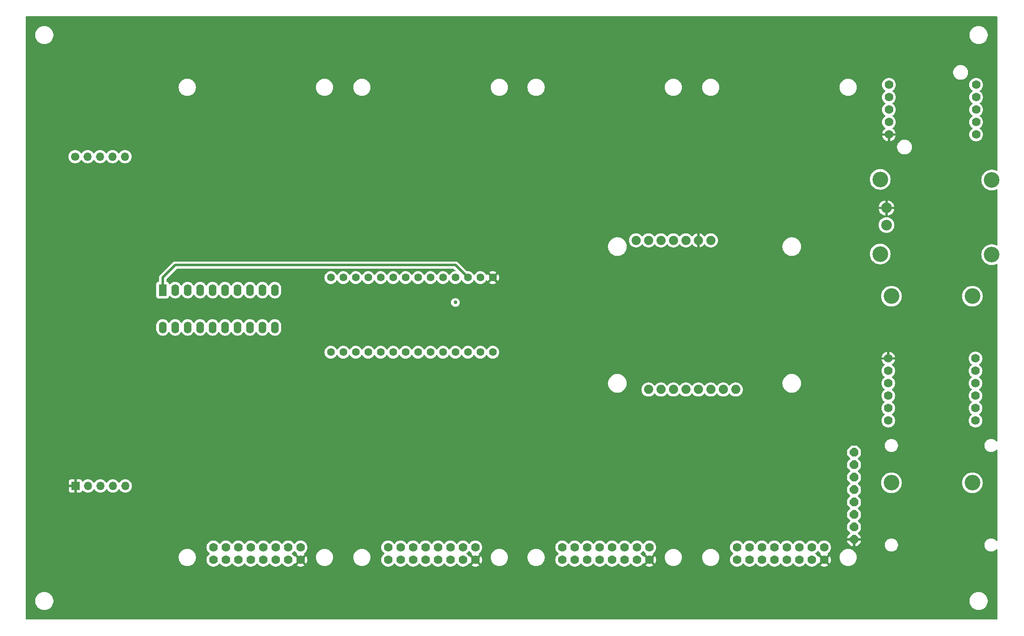
<source format=gbr>
%TF.GenerationSoftware,KiCad,Pcbnew,8.0.9-8.0.9-0~ubuntu24.04.1*%
%TF.CreationDate,2025-07-29T22:20:07-05:00*%
%TF.ProjectId,race_computer_proto,72616365-5f63-46f6-9d70-757465725f70,1.0*%
%TF.SameCoordinates,Original*%
%TF.FileFunction,Copper,L2,Inr*%
%TF.FilePolarity,Positive*%
%FSLAX46Y46*%
G04 Gerber Fmt 4.6, Leading zero omitted, Abs format (unit mm)*
G04 Created by KiCad (PCBNEW 8.0.9-8.0.9-0~ubuntu24.04.1) date 2025-07-29 22:20:07*
%MOMM*%
%LPD*%
G01*
G04 APERTURE LIST*
G04 Aperture macros list*
%AMOutline5P*
0 Free polygon, 5 corners , with rotation*
0 The origin of the aperture is its center*
0 number of corners: always 5*
0 $1 to $10 corner X, Y*
0 $11 Rotation angle, in degrees counterclockwise*
0 create outline with 5 corners*
4,1,5,$1,$2,$3,$4,$5,$6,$7,$8,$9,$10,$1,$2,$11*%
%AMOutline6P*
0 Free polygon, 6 corners , with rotation*
0 The origin of the aperture is its center*
0 number of corners: always 6*
0 $1 to $12 corner X, Y*
0 $13 Rotation angle, in degrees counterclockwise*
0 create outline with 6 corners*
4,1,6,$1,$2,$3,$4,$5,$6,$7,$8,$9,$10,$11,$12,$1,$2,$13*%
%AMOutline7P*
0 Free polygon, 7 corners , with rotation*
0 The origin of the aperture is its center*
0 number of corners: always 7*
0 $1 to $14 corner X, Y*
0 $15 Rotation angle, in degrees counterclockwise*
0 create outline with 7 corners*
4,1,7,$1,$2,$3,$4,$5,$6,$7,$8,$9,$10,$11,$12,$13,$14,$1,$2,$15*%
%AMOutline8P*
0 Free polygon, 8 corners , with rotation*
0 The origin of the aperture is its center*
0 number of corners: always 8*
0 $1 to $16 corner X, Y*
0 $17 Rotation angle, in degrees counterclockwise*
0 create outline with 8 corners*
4,1,8,$1,$2,$3,$4,$5,$6,$7,$8,$9,$10,$11,$12,$13,$14,$15,$16,$1,$2,$17*%
G04 Aperture macros list end*
%TA.AperFunction,ComponentPad*%
%ADD10Outline8P,-0.889000X0.368236X-0.368236X0.889000X0.368236X0.889000X0.889000X0.368236X0.889000X-0.368236X0.368236X-0.889000X-0.368236X-0.889000X-0.889000X-0.368236X0.000000*%
%TD*%
%TA.AperFunction,ComponentPad*%
%ADD11C,1.778000*%
%TD*%
%TA.AperFunction,ComponentPad*%
%ADD12C,3.200000*%
%TD*%
%TA.AperFunction,ComponentPad*%
%ADD13C,2.184400*%
%TD*%
%TA.AperFunction,ComponentPad*%
%ADD14C,1.879600*%
%TD*%
%TA.AperFunction,ComponentPad*%
%ADD15R,1.700000X1.700000*%
%TD*%
%TA.AperFunction,ComponentPad*%
%ADD16O,1.700000X1.700000*%
%TD*%
%TA.AperFunction,ComponentPad*%
%ADD17C,1.700000*%
%TD*%
%TA.AperFunction,ComponentPad*%
%ADD18O,1.600000X2.400000*%
%TD*%
%TA.AperFunction,ComponentPad*%
%ADD19R,1.600000X2.400000*%
%TD*%
%TA.AperFunction,ComponentPad*%
%ADD20C,1.600000*%
%TD*%
%TA.AperFunction,ViaPad*%
%ADD21C,0.762000*%
%TD*%
%TA.AperFunction,Conductor*%
%ADD22C,0.508000*%
%TD*%
G04 APERTURE END LIST*
D10*
%TO.N,+5V*%
%TO.C,U5*%
X219710000Y-138557000D03*
%TO.N,unconnected-(U5-+3V-Pad2)*%
X219710000Y-136017000D03*
%TO.N,GND*%
X219710000Y-133477000D03*
%TO.N,/GPS_SD_SCK*%
X219710000Y-130937000D03*
%TO.N,/MISO*%
X219710000Y-128397000D03*
%TO.N,/GPS_SD_MOSI*%
X219710000Y-125857000D03*
%TO.N,/SDCARD_CS*%
X219710000Y-123317000D03*
%TO.N,unconnected-(U5-CD-Pad8)*%
X219710000Y-120777000D03*
%TD*%
D11*
%TO.N,unconnected-(U6-VDD-Pad1)*%
%TO.C,U6*%
X244602000Y-55880000D03*
%TO.N,GND*%
X244602000Y-53340000D03*
%TO.N,unconnected-(U6-NEO_IN-Pad3)*%
X244602000Y-50800000D03*
%TO.N,unconnected-(U6-S+-Pad4)*%
X244602000Y-48260000D03*
%TO.N,unconnected-(U6-S--Pad5)*%
X244602000Y-45720000D03*
%TO.N,GND*%
X226822000Y-45720000D03*
%TO.N,Net-(U1-14_A0_TX3_SPDIF_OUT)*%
X226822000Y-48260000D03*
%TO.N,Net-(U1-15_A1_RX3_SPDIF_IN)*%
X226822000Y-50800000D03*
%TO.N,unconnected-(U6-GND-Pad9)*%
X226822000Y-53340000D03*
%TO.N,+5V*%
X226822000Y-55880000D03*
%TD*%
D12*
%TO.N,*%
%TO.C,U4*%
X247777000Y-80413000D03*
X225044000Y-80286000D03*
X247777000Y-65173000D03*
X225044000Y-65046000D03*
D13*
%TO.N,+5V*%
X226314000Y-70866000D03*
%TO.N,GND*%
X226314000Y-74366000D03*
%TD*%
D14*
%TO.N,GND*%
%TO.C,U2*%
X190500000Y-77495400D03*
%TO.N,+5V*%
X187960000Y-77495400D03*
%TO.N,unconnected-(U2-3V3-Pad13)*%
X185420000Y-77495400D03*
%TO.N,Net-(U1-17_A3_TX4_SDA1)*%
X182880000Y-77495400D03*
%TO.N,/GPS_SD_MOSI*%
X180340000Y-77495400D03*
%TO.N,/MISO*%
X177800000Y-77495400D03*
%TO.N,/GPS_SD_SCK*%
X175260000Y-77495400D03*
%TO.N,unconnected-(U2-SCL-Pad8)*%
X177800000Y-107950000D03*
%TO.N,unconnected-(U2-SDA-Pad7)*%
X180340000Y-107950000D03*
%TO.N,unconnected-(U2-3V3-Pad6)*%
X182880000Y-107950000D03*
%TO.N,GND*%
X185420000Y-107950000D03*
%TO.N,/GPS_INT*%
X187960000Y-107950000D03*
%TO.N,unconnected-(U2-SAFE-Pad3)*%
X190500000Y-107950000D03*
%TO.N,/GPS_RST*%
X193040000Y-107950000D03*
%TO.N,Net-(U1-0_RX1_CRX2_CS1)*%
X195580000Y-107950000D03*
%TD*%
D11*
%TO.N,/DISP_BUS.CS2*%
%TO.C,OD3*%
X160200000Y-142728000D03*
%TO.N,/DISP_BUS.RESET2*%
X160200000Y-140188000D03*
%TO.N,/DISP_BUS.DC*%
X162740000Y-142728000D03*
%TO.N,GND*%
X162740000Y-140188000D03*
X165280000Y-142728000D03*
%TO.N,unconnected-(OD3-D7-Pad11)*%
X165280000Y-140188000D03*
%TO.N,unconnected-(OD3-D6-Pad10)*%
X167820000Y-142728000D03*
%TO.N,unconnected-(OD3-D5-Pad9)*%
X167820000Y-140188000D03*
%TO.N,unconnected-(OD3-D4-Pad8)*%
X170360000Y-142728000D03*
%TO.N,unconnected-(OD3-D3-Pad7)*%
X170360000Y-140188000D03*
%TO.N,unconnected-(OD3-D2{slash}NC-Pad6)*%
X172900000Y-142728000D03*
%TO.N,/DISP_BUS.MOSI1*%
X172900000Y-140188000D03*
%TO.N,/DISP_BUS.SCK1*%
X175440000Y-142728000D03*
%TO.N,unconnected-(OD3-N{slash}C-Pad3)*%
X175450000Y-140188000D03*
%TO.N,+5V*%
X177980000Y-142728000D03*
%TO.N,GND*%
X177980000Y-140188000D03*
%TD*%
%TO.N,/DISP_BUS.CS0*%
%TO.C,OD1*%
X89080000Y-142728000D03*
%TO.N,/DISP_BUS.RESET0*%
X89080000Y-140188000D03*
%TO.N,/DISP_BUS.DC*%
X91620000Y-142728000D03*
%TO.N,GND*%
X91620000Y-140188000D03*
X94160000Y-142728000D03*
%TO.N,unconnected-(OD1-D7-Pad11)*%
X94160000Y-140188000D03*
%TO.N,unconnected-(OD1-D6-Pad10)*%
X96700000Y-142728000D03*
%TO.N,unconnected-(OD1-D5-Pad9)*%
X96700000Y-140188000D03*
%TO.N,unconnected-(OD1-D4-Pad8)*%
X99240000Y-142728000D03*
%TO.N,unconnected-(OD1-D3-Pad7)*%
X99240000Y-140188000D03*
%TO.N,unconnected-(OD1-D2{slash}NC-Pad6)*%
X101780000Y-142728000D03*
%TO.N,/DISP_BUS.MOSI0*%
X101780000Y-140188000D03*
%TO.N,/DISP_BUS.SCK0*%
X104320000Y-142728000D03*
%TO.N,unconnected-(OD1-N{slash}C-Pad3)*%
X104330000Y-140188000D03*
%TO.N,+5V*%
X106860000Y-142728000D03*
%TO.N,GND*%
X106860000Y-140188000D03*
%TD*%
%TO.N,/DISP_BUS.CS3*%
%TO.C,OD4*%
X195820000Y-142728000D03*
%TO.N,/DISP_BUS.RESET3*%
X195820000Y-140188000D03*
%TO.N,/DISP_BUS.DC*%
X198360000Y-142728000D03*
%TO.N,GND*%
X198360000Y-140188000D03*
X200900000Y-142728000D03*
%TO.N,unconnected-(OD4-D7-Pad11)*%
X200900000Y-140188000D03*
%TO.N,unconnected-(OD4-D6-Pad10)*%
X203440000Y-142728000D03*
%TO.N,unconnected-(OD4-D5-Pad9)*%
X203440000Y-140188000D03*
%TO.N,unconnected-(OD4-D4-Pad8)*%
X205980000Y-142728000D03*
%TO.N,unconnected-(OD4-D3-Pad7)*%
X205980000Y-140188000D03*
%TO.N,unconnected-(OD4-D2{slash}NC-Pad6)*%
X208520000Y-142728000D03*
%TO.N,/DISP_BUS.MOSI1*%
X208520000Y-140188000D03*
%TO.N,/DISP_BUS.SCK1*%
X211060000Y-142728000D03*
%TO.N,unconnected-(OD4-N{slash}C-Pad3)*%
X211070000Y-140188000D03*
%TO.N,+5V*%
X213600000Y-142728000D03*
%TO.N,GND*%
X213600000Y-140188000D03*
%TD*%
D15*
%TO.N,+5V*%
%TO.C,LED1*%
X60960000Y-127635000D03*
D16*
%TO.N,GND*%
X63500000Y-127635000D03*
%TO.N,/DISP_BUS.MOSI2*%
X66040000Y-127635000D03*
%TO.N,/DISP_BUS.CS4*%
X68580000Y-127635000D03*
%TO.N,/DISP_BUS.SCK2*%
X71120000Y-127635000D03*
%TO.N,unconnected-(LED1-CLK-Pad6)*%
X71060000Y-60385000D03*
%TO.N,unconnected-(LED1-CS-Pad7)*%
X68520000Y-60385000D03*
%TO.N,unconnected-(LED1-DOUT-Pad8)*%
X65980000Y-60385000D03*
%TO.N,unconnected-(LED1-GND-Pad9)*%
X63440000Y-60385000D03*
D17*
%TO.N,unconnected-(LED1-VCC-Pad10)*%
X60900000Y-60385000D03*
%TD*%
D11*
%TO.N,/DISP_BUS.CS1*%
%TO.C,OD2*%
X124700000Y-142728000D03*
%TO.N,/DISP_BUS.RESET1*%
X124700000Y-140188000D03*
%TO.N,/DISP_BUS.DC*%
X127240000Y-142728000D03*
%TO.N,GND*%
X127240000Y-140188000D03*
X129780000Y-142728000D03*
%TO.N,unconnected-(OD2-D7-Pad11)*%
X129780000Y-140188000D03*
%TO.N,unconnected-(OD2-D6-Pad10)*%
X132320000Y-142728000D03*
%TO.N,unconnected-(OD2-D5-Pad9)*%
X132320000Y-140188000D03*
%TO.N,unconnected-(OD2-D4-Pad8)*%
X134860000Y-142728000D03*
%TO.N,unconnected-(OD2-D3-Pad7)*%
X134860000Y-140188000D03*
%TO.N,unconnected-(OD2-D2{slash}NC-Pad6)*%
X137400000Y-142728000D03*
%TO.N,/DISP_BUS.MOSI0*%
X137400000Y-140188000D03*
%TO.N,/DISP_BUS.SCK0*%
X139940000Y-142728000D03*
%TO.N,unconnected-(OD2-N{slash}C-Pad3)*%
X139950000Y-140188000D03*
%TO.N,+5V*%
X142480000Y-142728000D03*
%TO.N,GND*%
X142480000Y-140188000D03*
%TD*%
D18*
%TO.N,/3V3*%
%TO.C,U3*%
X78745000Y-95260000D03*
%TO.N,GND*%
X81285000Y-95260000D03*
%TO.N,/DISP_BUS.MOSI2*%
X83825000Y-95260000D03*
%TO.N,/GPS_SD_MOSI*%
X86365000Y-95260000D03*
%TO.N,/DISP_BUS.SCK2*%
X88905000Y-95260000D03*
%TO.N,/DISP_BUS.SCK0*%
X91445000Y-95260000D03*
%TO.N,/DISP_BUS.MOSI0*%
X93985000Y-95260000D03*
%TO.N,/DISP_BUS.SCK1*%
X96525000Y-95260000D03*
%TO.N,/DISP_BUS.MOSI1*%
X99065000Y-95260000D03*
%TO.N,/GPS_SD_SCK*%
X101605000Y-95260000D03*
%TO.N,GND*%
X101605000Y-87640000D03*
%TO.N,/SCK*%
X99065000Y-87640000D03*
%TO.N,/MOSI*%
X96525000Y-87640000D03*
%TO.N,/SCK*%
X93985000Y-87640000D03*
%TO.N,/MOSI*%
X91445000Y-87640000D03*
%TO.N,/SCK*%
X88905000Y-87640000D03*
X86365000Y-87640000D03*
%TO.N,/MOSI*%
X83825000Y-87640000D03*
X81285000Y-87640000D03*
D19*
%TO.N,/3V3*%
X78745000Y-87640000D03*
%TD*%
D20*
%TO.N,+5V*%
%TO.C,U1*%
X146050000Y-85090000D03*
%TO.N,GND*%
X143510000Y-85090000D03*
%TO.N,/3V3*%
X140970000Y-85090000D03*
%TO.N,/GPS_RST*%
X138430000Y-85090000D03*
%TO.N,unconnected-(U1-22_A8_CTX1-Pad29)*%
X135890000Y-85090000D03*
%TO.N,unconnected-(U1-21_A7_RX5_BCLK1-Pad28)*%
X133350000Y-85090000D03*
%TO.N,/GPS_INT*%
X130810000Y-85090000D03*
%TO.N,/SCL*%
X128270000Y-85090000D03*
%TO.N,/SDA*%
X125730000Y-85090000D03*
%TO.N,Net-(U1-17_A3_TX4_SDA1)*%
X123190000Y-85090000D03*
%TO.N,/DISP_BUS.DC*%
X120650000Y-85090000D03*
%TO.N,Net-(U1-15_A1_RX3_SPDIF_IN)*%
X118110000Y-85090000D03*
%TO.N,Net-(U1-14_A0_TX3_SPDIF_OUT)*%
X115570000Y-85090000D03*
%TO.N,/SCK*%
X113030000Y-85090000D03*
%TO.N,/MISO*%
X113030000Y-100330000D03*
%TO.N,/MOSI*%
X115570000Y-100330000D03*
%TO.N,/DISP_BUS.CS0*%
X118110000Y-100330000D03*
%TO.N,/DISP_BUS.RESET0*%
X120650000Y-100330000D03*
%TO.N,/DISP_BUS.CS1*%
X123190000Y-100330000D03*
%TO.N,/DISP_BUS.RESET1*%
X125730000Y-100330000D03*
%TO.N,/DISP_BUS.CS2*%
X128270000Y-100330000D03*
%TO.N,/DISP_BUS.RESET2*%
X130810000Y-100330000D03*
%TO.N,/DISP_BUS.CS3*%
X133350000Y-100330000D03*
%TO.N,/DISP_BUS.RESET3*%
X135890000Y-100330000D03*
%TO.N,/SDCARD_CS*%
X138430000Y-100330000D03*
%TO.N,/NEOKEY_INT*%
X140970000Y-100330000D03*
%TO.N,Net-(U1-0_RX1_CRX2_CS1)*%
X143510000Y-100330000D03*
%TO.N,GND*%
X146050000Y-100330000D03*
%TD*%
D11*
%TO.N,*%
%TO.C,U7*%
X244475000Y-114300000D03*
%TO.N,/NEOKEY_INT*%
X226695000Y-114300000D03*
%TO.N,*%
X244475000Y-111760000D03*
%TO.N,/SDA*%
X226695000Y-111760000D03*
%TO.N,*%
X244475000Y-109220000D03*
%TO.N,/SCL*%
X226695000Y-109220000D03*
%TO.N,*%
X244475000Y-106680000D03*
%TO.N,GND*%
X226695000Y-106680000D03*
%TO.N,*%
X244475000Y-104140000D03*
%TO.N,unconnected-(U7-3V-Pad2)*%
X226695000Y-104140000D03*
%TO.N,*%
X244475000Y-101600000D03*
%TO.N,+5V*%
X226695000Y-101600000D03*
D12*
%TO.N,*%
X243840000Y-88900000D03*
X243840000Y-88900000D03*
X227330000Y-88900000D03*
X227330000Y-88900000D03*
X227330000Y-88900000D03*
X243840000Y-127000000D03*
X243840000Y-127000000D03*
X227330000Y-127000000D03*
X227330000Y-127000000D03*
%TD*%
D21*
%TO.N,/MISO*%
X138430000Y-90170000D03*
%TD*%
D22*
%TO.N,/3V3*%
X78745000Y-87640000D02*
X78745000Y-85085000D01*
X78745000Y-85085000D02*
X81280000Y-82550000D01*
X81280000Y-82550000D02*
X138430000Y-82550000D01*
X138430000Y-82550000D02*
X140970000Y-85090000D01*
%TD*%
%TA.AperFunction,Conductor*%
%TO.N,+5V*%
G36*
X105676905Y-140925846D02*
G01*
X105698809Y-140951125D01*
X105759728Y-141044370D01*
X105759731Y-141044373D01*
X105915692Y-141213792D01*
X106032591Y-141304778D01*
X106101459Y-141358380D01*
X106100570Y-141359521D01*
X106141632Y-141407624D01*
X106151063Y-141476855D01*
X106121568Y-141540194D01*
X106101429Y-141557651D01*
X106101733Y-141558041D01*
X106069040Y-141583485D01*
X106069040Y-141583487D01*
X106775906Y-142290352D01*
X106688429Y-142313792D01*
X106587070Y-142372311D01*
X106504311Y-142455070D01*
X106445792Y-142556429D01*
X106422352Y-142643905D01*
X105716759Y-141938312D01*
X105694106Y-141972986D01*
X105640960Y-142018342D01*
X105571729Y-142027766D01*
X105508393Y-141998264D01*
X105486489Y-141972985D01*
X105486190Y-141972528D01*
X105462042Y-141935566D01*
X105420271Y-141871629D01*
X105393355Y-141842390D01*
X105264308Y-141702208D01*
X105082589Y-141560771D01*
X105080635Y-141559250D01*
X105039823Y-141502540D01*
X105036148Y-141432767D01*
X105070780Y-141372084D01*
X105088988Y-141357581D01*
X105092579Y-141355234D01*
X105092589Y-141355229D01*
X105274308Y-141213792D01*
X105430269Y-141044373D01*
X105491191Y-140951125D01*
X105544337Y-140905768D01*
X105613569Y-140896344D01*
X105676905Y-140925846D01*
G37*
%TD.AperFunction*%
%TA.AperFunction,Conductor*%
G36*
X141296905Y-140925846D02*
G01*
X141318809Y-140951125D01*
X141379728Y-141044370D01*
X141379731Y-141044373D01*
X141535692Y-141213792D01*
X141652591Y-141304778D01*
X141721459Y-141358380D01*
X141720570Y-141359521D01*
X141761632Y-141407624D01*
X141771063Y-141476855D01*
X141741568Y-141540194D01*
X141721429Y-141557651D01*
X141721733Y-141558041D01*
X141689040Y-141583485D01*
X141689040Y-141583487D01*
X142395906Y-142290352D01*
X142308429Y-142313792D01*
X142207070Y-142372311D01*
X142124311Y-142455070D01*
X142065792Y-142556429D01*
X142042352Y-142643905D01*
X141336759Y-141938312D01*
X141314106Y-141972986D01*
X141260960Y-142018342D01*
X141191729Y-142027766D01*
X141128393Y-141998264D01*
X141106489Y-141972985D01*
X141106190Y-141972528D01*
X141082042Y-141935566D01*
X141040271Y-141871629D01*
X141013355Y-141842390D01*
X140884308Y-141702208D01*
X140702589Y-141560771D01*
X140700635Y-141559250D01*
X140659823Y-141502540D01*
X140656148Y-141432767D01*
X140690780Y-141372084D01*
X140708988Y-141357581D01*
X140712579Y-141355234D01*
X140712589Y-141355229D01*
X140894308Y-141213792D01*
X141050269Y-141044373D01*
X141111191Y-140951125D01*
X141164337Y-140905768D01*
X141233569Y-140896344D01*
X141296905Y-140925846D01*
G37*
%TD.AperFunction*%
%TA.AperFunction,Conductor*%
G36*
X176796905Y-140925846D02*
G01*
X176818809Y-140951125D01*
X176879728Y-141044370D01*
X176879731Y-141044373D01*
X177035692Y-141213792D01*
X177152591Y-141304778D01*
X177221459Y-141358380D01*
X177220570Y-141359521D01*
X177261632Y-141407624D01*
X177271063Y-141476855D01*
X177241568Y-141540194D01*
X177221429Y-141557651D01*
X177221733Y-141558041D01*
X177189040Y-141583485D01*
X177189040Y-141583487D01*
X177895906Y-142290352D01*
X177808429Y-142313792D01*
X177707070Y-142372311D01*
X177624311Y-142455070D01*
X177565792Y-142556429D01*
X177542352Y-142643905D01*
X176836759Y-141938312D01*
X176814106Y-141972986D01*
X176760960Y-142018342D01*
X176691729Y-142027766D01*
X176628393Y-141998264D01*
X176606489Y-141972985D01*
X176606190Y-141972528D01*
X176582042Y-141935566D01*
X176540271Y-141871629D01*
X176513355Y-141842390D01*
X176384308Y-141702208D01*
X176202589Y-141560771D01*
X176200635Y-141559250D01*
X176159823Y-141502540D01*
X176156148Y-141432767D01*
X176190780Y-141372084D01*
X176208988Y-141357581D01*
X176212579Y-141355234D01*
X176212589Y-141355229D01*
X176394308Y-141213792D01*
X176550269Y-141044373D01*
X176611191Y-140951125D01*
X176664337Y-140905768D01*
X176733569Y-140896344D01*
X176796905Y-140925846D01*
G37*
%TD.AperFunction*%
%TA.AperFunction,Conductor*%
G36*
X212416905Y-140925846D02*
G01*
X212438809Y-140951125D01*
X212499728Y-141044370D01*
X212499731Y-141044373D01*
X212655692Y-141213792D01*
X212772591Y-141304778D01*
X212841459Y-141358380D01*
X212840570Y-141359521D01*
X212881632Y-141407624D01*
X212891063Y-141476855D01*
X212861568Y-141540194D01*
X212841429Y-141557651D01*
X212841733Y-141558041D01*
X212809040Y-141583485D01*
X212809040Y-141583487D01*
X213515906Y-142290352D01*
X213428429Y-142313792D01*
X213327070Y-142372311D01*
X213244311Y-142455070D01*
X213185792Y-142556429D01*
X213162352Y-142643905D01*
X212456759Y-141938312D01*
X212434106Y-141972986D01*
X212380960Y-142018342D01*
X212311729Y-142027766D01*
X212248393Y-141998264D01*
X212226489Y-141972985D01*
X212226190Y-141972528D01*
X212202042Y-141935566D01*
X212160271Y-141871629D01*
X212133355Y-141842390D01*
X212004308Y-141702208D01*
X211822589Y-141560771D01*
X211820635Y-141559250D01*
X211779823Y-141502540D01*
X211776148Y-141432767D01*
X211810780Y-141372084D01*
X211828988Y-141357581D01*
X211832579Y-141355234D01*
X211832589Y-141355229D01*
X212014308Y-141213792D01*
X212170269Y-141044373D01*
X212231191Y-140951125D01*
X212284337Y-140905768D01*
X212353569Y-140896344D01*
X212416905Y-140925846D01*
G37*
%TD.AperFunction*%
%TA.AperFunction,Conductor*%
G36*
X248863039Y-31769685D02*
G01*
X248908794Y-31822489D01*
X248920000Y-31874000D01*
X248920000Y-63190327D01*
X248900315Y-63257366D01*
X248847511Y-63303121D01*
X248778353Y-63313065D01*
X248746599Y-63304061D01*
X248482063Y-63189158D01*
X248482061Y-63189157D01*
X248482058Y-63189156D01*
X248352578Y-63152877D01*
X248205364Y-63111630D01*
X248205359Y-63111629D01*
X248205358Y-63111629D01*
X248063018Y-63092064D01*
X247920679Y-63072500D01*
X247920678Y-63072500D01*
X247633322Y-63072500D01*
X247633321Y-63072500D01*
X247348642Y-63111629D01*
X247348635Y-63111630D01*
X247140861Y-63169845D01*
X247071942Y-63189156D01*
X247071939Y-63189156D01*
X247071936Y-63189158D01*
X247071935Y-63189158D01*
X246808382Y-63303634D01*
X246562853Y-63452944D01*
X246339950Y-63634289D01*
X246143812Y-63844299D01*
X245978098Y-64079064D01*
X245845894Y-64334206D01*
X245749667Y-64604962D01*
X245749666Y-64604965D01*
X245691201Y-64886319D01*
X245671592Y-65173000D01*
X245691201Y-65459680D01*
X245749666Y-65741034D01*
X245749667Y-65741037D01*
X245845894Y-66011793D01*
X245845893Y-66011793D01*
X245978098Y-66266935D01*
X246143812Y-66501700D01*
X246221337Y-66584708D01*
X246339947Y-66711708D01*
X246562853Y-66893055D01*
X246807679Y-67041938D01*
X246808382Y-67042365D01*
X246958041Y-67107370D01*
X247071942Y-67156844D01*
X247348642Y-67234371D01*
X247598920Y-67268771D01*
X247633321Y-67273500D01*
X247633322Y-67273500D01*
X247920679Y-67273500D01*
X247951370Y-67269281D01*
X248205358Y-67234371D01*
X248482058Y-67156844D01*
X248745625Y-67042361D01*
X248745627Y-67042359D01*
X248746598Y-67041938D01*
X248815930Y-67033284D01*
X248878934Y-67063488D01*
X248915607Y-67122959D01*
X248920000Y-67155672D01*
X248920000Y-78430327D01*
X248900315Y-78497366D01*
X248847511Y-78543121D01*
X248778353Y-78553065D01*
X248746599Y-78544061D01*
X248482063Y-78429158D01*
X248482061Y-78429157D01*
X248482058Y-78429156D01*
X248352578Y-78392877D01*
X248205364Y-78351630D01*
X248205359Y-78351629D01*
X248205358Y-78351629D01*
X247960795Y-78318014D01*
X247920679Y-78312500D01*
X247920678Y-78312500D01*
X247633322Y-78312500D01*
X247633321Y-78312500D01*
X247348642Y-78351629D01*
X247348635Y-78351630D01*
X247140861Y-78409845D01*
X247071942Y-78429156D01*
X247071939Y-78429156D01*
X247071936Y-78429158D01*
X247071935Y-78429158D01*
X246808382Y-78543634D01*
X246562853Y-78692944D01*
X246339950Y-78874289D01*
X246143812Y-79084299D01*
X245978098Y-79319064D01*
X245845894Y-79574206D01*
X245749667Y-79844962D01*
X245749666Y-79844965D01*
X245691201Y-80126319D01*
X245671592Y-80413000D01*
X245691201Y-80699680D01*
X245749666Y-80981034D01*
X245749667Y-80981037D01*
X245845894Y-81251793D01*
X245845893Y-81251793D01*
X245978098Y-81506935D01*
X246143812Y-81741700D01*
X246216645Y-81819684D01*
X246339947Y-81951708D01*
X246562853Y-82133055D01*
X246807679Y-82281938D01*
X246808382Y-82282365D01*
X246958041Y-82347370D01*
X247071942Y-82396844D01*
X247348642Y-82474371D01*
X247598920Y-82508771D01*
X247633321Y-82513500D01*
X247633322Y-82513500D01*
X247920679Y-82513500D01*
X247951370Y-82509281D01*
X248205358Y-82474371D01*
X248482058Y-82396844D01*
X248745625Y-82282361D01*
X248745627Y-82282359D01*
X248746598Y-82281938D01*
X248815930Y-82273284D01*
X248878934Y-82303488D01*
X248915607Y-82362959D01*
X248920000Y-82395672D01*
X248920000Y-118448763D01*
X248900315Y-118515802D01*
X248847511Y-118561557D01*
X248778353Y-118571501D01*
X248714797Y-118542476D01*
X248695682Y-118521648D01*
X248680109Y-118500214D01*
X248680105Y-118500209D01*
X248529786Y-118349890D01*
X248357820Y-118224951D01*
X248168414Y-118128444D01*
X248168413Y-118128443D01*
X248168412Y-118128443D01*
X247966243Y-118062754D01*
X247966241Y-118062753D01*
X247966240Y-118062753D01*
X247804957Y-118037208D01*
X247756287Y-118029500D01*
X247543713Y-118029500D01*
X247495042Y-118037208D01*
X247333760Y-118062753D01*
X247131585Y-118128444D01*
X246942179Y-118224951D01*
X246770213Y-118349890D01*
X246619890Y-118500213D01*
X246494951Y-118672179D01*
X246398444Y-118861585D01*
X246332753Y-119063760D01*
X246299500Y-119273713D01*
X246299500Y-119486287D01*
X246302483Y-119505121D01*
X246332753Y-119696239D01*
X246398444Y-119898414D01*
X246494951Y-120087820D01*
X246619890Y-120259786D01*
X246770213Y-120410109D01*
X246942179Y-120535048D01*
X246942181Y-120535049D01*
X246942184Y-120535051D01*
X247131588Y-120631557D01*
X247333757Y-120697246D01*
X247543713Y-120730500D01*
X247543714Y-120730500D01*
X247756286Y-120730500D01*
X247756287Y-120730500D01*
X247966243Y-120697246D01*
X248168412Y-120631557D01*
X248357816Y-120535051D01*
X248379789Y-120519086D01*
X248529786Y-120410109D01*
X248529788Y-120410106D01*
X248529792Y-120410104D01*
X248680104Y-120259792D01*
X248695680Y-120238352D01*
X248751009Y-120195686D01*
X248820623Y-120189705D01*
X248882418Y-120222310D01*
X248916777Y-120283148D01*
X248920000Y-120311236D01*
X248920000Y-138768763D01*
X248900315Y-138835802D01*
X248847511Y-138881557D01*
X248778353Y-138891501D01*
X248714797Y-138862476D01*
X248695682Y-138841648D01*
X248680109Y-138820214D01*
X248680105Y-138820209D01*
X248529786Y-138669890D01*
X248357820Y-138544951D01*
X248168414Y-138448444D01*
X248168413Y-138448443D01*
X248168412Y-138448443D01*
X247966243Y-138382754D01*
X247966241Y-138382753D01*
X247966240Y-138382753D01*
X247804957Y-138357208D01*
X247756287Y-138349500D01*
X247543713Y-138349500D01*
X247495042Y-138357208D01*
X247333760Y-138382753D01*
X247131585Y-138448444D01*
X246942179Y-138544951D01*
X246770213Y-138669890D01*
X246619890Y-138820213D01*
X246494951Y-138992179D01*
X246398444Y-139181585D01*
X246398443Y-139181587D01*
X246398443Y-139181588D01*
X246397986Y-139182994D01*
X246332753Y-139383760D01*
X246299500Y-139593713D01*
X246299500Y-139806286D01*
X246323610Y-139958515D01*
X246332754Y-140016243D01*
X246388561Y-140188000D01*
X246398444Y-140218414D01*
X246494951Y-140407820D01*
X246619890Y-140579786D01*
X246770213Y-140730109D01*
X246942179Y-140855048D01*
X246942181Y-140855049D01*
X246942184Y-140855051D01*
X247131588Y-140951557D01*
X247333757Y-141017246D01*
X247543713Y-141050500D01*
X247543714Y-141050500D01*
X247756286Y-141050500D01*
X247756287Y-141050500D01*
X247966243Y-141017246D01*
X248168412Y-140951557D01*
X248357816Y-140855051D01*
X248379789Y-140839086D01*
X248529786Y-140730109D01*
X248529788Y-140730106D01*
X248529792Y-140730104D01*
X248680104Y-140579792D01*
X248695680Y-140558352D01*
X248751009Y-140515686D01*
X248820623Y-140509705D01*
X248882418Y-140542310D01*
X248916777Y-140603148D01*
X248920000Y-140631236D01*
X248920000Y-154816000D01*
X248900315Y-154883039D01*
X248847511Y-154928794D01*
X248796000Y-154940000D01*
X50924000Y-154940000D01*
X50856961Y-154920315D01*
X50811206Y-154867511D01*
X50800000Y-154816000D01*
X50800000Y-151008711D01*
X52759500Y-151008711D01*
X52759500Y-151251288D01*
X52791161Y-151491785D01*
X52853947Y-151726104D01*
X52946773Y-151950205D01*
X52946776Y-151950212D01*
X53068064Y-152160289D01*
X53068066Y-152160292D01*
X53068067Y-152160293D01*
X53215733Y-152352736D01*
X53215739Y-152352743D01*
X53387256Y-152524260D01*
X53387262Y-152524265D01*
X53579711Y-152671936D01*
X53789788Y-152793224D01*
X54013900Y-152886054D01*
X54248211Y-152948838D01*
X54428586Y-152972584D01*
X54488711Y-152980500D01*
X54488712Y-152980500D01*
X54731289Y-152980500D01*
X54779388Y-152974167D01*
X54971789Y-152948838D01*
X55206100Y-152886054D01*
X55430212Y-152793224D01*
X55640289Y-152671936D01*
X55832738Y-152524265D01*
X56004265Y-152352738D01*
X56151936Y-152160289D01*
X56273224Y-151950212D01*
X56366054Y-151726100D01*
X56428838Y-151491789D01*
X56460500Y-151251288D01*
X56460500Y-151008712D01*
X56460500Y-151008711D01*
X243259500Y-151008711D01*
X243259500Y-151251288D01*
X243291161Y-151491785D01*
X243353947Y-151726104D01*
X243446773Y-151950205D01*
X243446776Y-151950212D01*
X243568064Y-152160289D01*
X243568066Y-152160292D01*
X243568067Y-152160293D01*
X243715733Y-152352736D01*
X243715739Y-152352743D01*
X243887256Y-152524260D01*
X243887262Y-152524265D01*
X244079711Y-152671936D01*
X244289788Y-152793224D01*
X244513900Y-152886054D01*
X244748211Y-152948838D01*
X244928586Y-152972584D01*
X244988711Y-152980500D01*
X244988712Y-152980500D01*
X245231289Y-152980500D01*
X245279388Y-152974167D01*
X245471789Y-152948838D01*
X245706100Y-152886054D01*
X245930212Y-152793224D01*
X246140289Y-152671936D01*
X246332738Y-152524265D01*
X246504265Y-152352738D01*
X246651936Y-152160289D01*
X246773224Y-151950212D01*
X246866054Y-151726100D01*
X246928838Y-151491789D01*
X246960500Y-151251288D01*
X246960500Y-151008712D01*
X246928838Y-150768211D01*
X246866054Y-150533900D01*
X246773224Y-150309788D01*
X246651936Y-150099711D01*
X246504265Y-149907262D01*
X246504260Y-149907256D01*
X246332743Y-149735739D01*
X246332736Y-149735733D01*
X246140293Y-149588067D01*
X246140292Y-149588066D01*
X246140289Y-149588064D01*
X245930212Y-149466776D01*
X245930205Y-149466773D01*
X245706104Y-149373947D01*
X245471785Y-149311161D01*
X245231289Y-149279500D01*
X245231288Y-149279500D01*
X244988712Y-149279500D01*
X244988711Y-149279500D01*
X244748214Y-149311161D01*
X244513895Y-149373947D01*
X244289794Y-149466773D01*
X244289785Y-149466777D01*
X244079706Y-149588067D01*
X243887263Y-149735733D01*
X243887256Y-149735739D01*
X243715739Y-149907256D01*
X243715733Y-149907263D01*
X243568067Y-150099706D01*
X243446777Y-150309785D01*
X243446773Y-150309794D01*
X243353947Y-150533895D01*
X243291161Y-150768214D01*
X243259500Y-151008711D01*
X56460500Y-151008711D01*
X56428838Y-150768211D01*
X56366054Y-150533900D01*
X56273224Y-150309788D01*
X56151936Y-150099711D01*
X56004265Y-149907262D01*
X56004260Y-149907256D01*
X55832743Y-149735739D01*
X55832736Y-149735733D01*
X55640293Y-149588067D01*
X55640292Y-149588066D01*
X55640289Y-149588064D01*
X55430212Y-149466776D01*
X55430205Y-149466773D01*
X55206104Y-149373947D01*
X54971785Y-149311161D01*
X54731289Y-149279500D01*
X54731288Y-149279500D01*
X54488712Y-149279500D01*
X54488711Y-149279500D01*
X54248214Y-149311161D01*
X54013895Y-149373947D01*
X53789794Y-149466773D01*
X53789785Y-149466777D01*
X53579706Y-149588067D01*
X53387263Y-149735733D01*
X53387256Y-149735739D01*
X53215739Y-149907256D01*
X53215733Y-149907263D01*
X53068067Y-150099706D01*
X52946777Y-150309785D01*
X52946773Y-150309794D01*
X52853947Y-150533895D01*
X52791161Y-150768214D01*
X52759500Y-151008711D01*
X50800000Y-151008711D01*
X50800000Y-142113258D01*
X82009500Y-142113258D01*
X82009500Y-142342741D01*
X82030009Y-142498512D01*
X82039452Y-142570238D01*
X82081724Y-142728000D01*
X82098842Y-142791887D01*
X82186650Y-143003876D01*
X82186657Y-143003890D01*
X82301392Y-143202617D01*
X82441081Y-143384661D01*
X82441089Y-143384670D01*
X82603330Y-143546911D01*
X82603338Y-143546918D01*
X82785382Y-143686607D01*
X82785385Y-143686608D01*
X82785388Y-143686611D01*
X82984112Y-143801344D01*
X82984117Y-143801346D01*
X82984123Y-143801349D01*
X83075480Y-143839190D01*
X83196113Y-143889158D01*
X83417762Y-143948548D01*
X83645266Y-143978500D01*
X83645273Y-143978500D01*
X83874727Y-143978500D01*
X83874734Y-143978500D01*
X84102238Y-143948548D01*
X84323887Y-143889158D01*
X84535888Y-143801344D01*
X84734612Y-143686611D01*
X84916661Y-143546919D01*
X84916665Y-143546914D01*
X84916670Y-143546911D01*
X85078911Y-143384670D01*
X85078914Y-143384665D01*
X85078919Y-143384661D01*
X85218611Y-143202612D01*
X85333344Y-143003888D01*
X85421158Y-142791887D01*
X85480548Y-142570238D01*
X85510500Y-142342734D01*
X85510500Y-142113266D01*
X85480548Y-141885762D01*
X85421158Y-141664113D01*
X85354232Y-141502540D01*
X85333349Y-141452123D01*
X85333346Y-141452117D01*
X85333344Y-141452112D01*
X85218611Y-141253388D01*
X85218608Y-141253385D01*
X85218607Y-141253382D01*
X85078918Y-141071338D01*
X85078911Y-141071330D01*
X84916670Y-140909089D01*
X84916661Y-140909081D01*
X84734617Y-140769392D01*
X84535890Y-140654657D01*
X84535876Y-140654650D01*
X84323887Y-140566842D01*
X84232331Y-140542310D01*
X84102238Y-140507452D01*
X84064215Y-140502446D01*
X83874741Y-140477500D01*
X83874734Y-140477500D01*
X83645266Y-140477500D01*
X83645258Y-140477500D01*
X83428715Y-140506009D01*
X83417762Y-140507452D01*
X83409354Y-140509705D01*
X83196112Y-140566842D01*
X82984123Y-140654650D01*
X82984109Y-140654657D01*
X82785382Y-140769392D01*
X82603338Y-140909081D01*
X82441081Y-141071338D01*
X82301392Y-141253382D01*
X82186657Y-141452109D01*
X82186650Y-141452123D01*
X82098842Y-141664112D01*
X82088634Y-141702211D01*
X82043240Y-141871627D01*
X82039453Y-141885759D01*
X82039451Y-141885770D01*
X82009500Y-142113258D01*
X50800000Y-142113258D01*
X50800000Y-140187994D01*
X87685738Y-140187994D01*
X87685738Y-140188005D01*
X87704753Y-140417484D01*
X87761282Y-140640714D01*
X87853782Y-140851594D01*
X87979728Y-141044370D01*
X87979731Y-141044373D01*
X88135692Y-141213792D01*
X88252591Y-141304778D01*
X88321459Y-141358380D01*
X88320476Y-141359641D01*
X88361183Y-141407349D01*
X88370600Y-141476581D01*
X88341092Y-141539914D01*
X88321136Y-141557205D01*
X88321459Y-141557620D01*
X88135694Y-141702206D01*
X88135689Y-141702211D01*
X87979728Y-141871629D01*
X87853782Y-142064405D01*
X87761282Y-142275285D01*
X87704753Y-142498515D01*
X87685738Y-142727994D01*
X87685738Y-142728005D01*
X87704753Y-142957484D01*
X87761282Y-143180714D01*
X87853782Y-143391594D01*
X87979728Y-143584370D01*
X87979731Y-143584373D01*
X88135692Y-143753792D01*
X88249139Y-143842091D01*
X88316868Y-143894807D01*
X88317411Y-143895229D01*
X88519931Y-144004828D01*
X88633025Y-144043653D01*
X88737725Y-144079597D01*
X88737727Y-144079597D01*
X88737729Y-144079598D01*
X88964863Y-144117500D01*
X88964864Y-144117500D01*
X89195136Y-144117500D01*
X89195137Y-144117500D01*
X89422271Y-144079598D01*
X89423693Y-144079110D01*
X89430662Y-144076717D01*
X89640069Y-144004828D01*
X89842589Y-143895229D01*
X90024308Y-143753792D01*
X90180269Y-143584373D01*
X90223838Y-143517686D01*
X90246191Y-143483472D01*
X90299337Y-143438115D01*
X90368569Y-143428691D01*
X90431905Y-143458193D01*
X90453809Y-143483472D01*
X90519728Y-143584370D01*
X90519731Y-143584373D01*
X90675692Y-143753792D01*
X90789139Y-143842091D01*
X90856868Y-143894807D01*
X90857411Y-143895229D01*
X91059931Y-144004828D01*
X91173025Y-144043653D01*
X91277725Y-144079597D01*
X91277727Y-144079597D01*
X91277729Y-144079598D01*
X91504863Y-144117500D01*
X91504864Y-144117500D01*
X91735136Y-144117500D01*
X91735137Y-144117500D01*
X91962271Y-144079598D01*
X91963693Y-144079110D01*
X91970662Y-144076717D01*
X92180069Y-144004828D01*
X92382589Y-143895229D01*
X92564308Y-143753792D01*
X92720269Y-143584373D01*
X92763838Y-143517686D01*
X92786191Y-143483472D01*
X92839337Y-143438115D01*
X92908569Y-143428691D01*
X92971905Y-143458193D01*
X92993809Y-143483472D01*
X93059728Y-143584370D01*
X93059731Y-143584373D01*
X93215692Y-143753792D01*
X93329139Y-143842091D01*
X93396868Y-143894807D01*
X93397411Y-143895229D01*
X93599931Y-144004828D01*
X93713025Y-144043653D01*
X93817725Y-144079597D01*
X93817727Y-144079597D01*
X93817729Y-144079598D01*
X94044863Y-144117500D01*
X94044864Y-144117500D01*
X94275136Y-144117500D01*
X94275137Y-144117500D01*
X94502271Y-144079598D01*
X94503693Y-144079110D01*
X94510662Y-144076717D01*
X94720069Y-144004828D01*
X94922589Y-143895229D01*
X95104308Y-143753792D01*
X95260269Y-143584373D01*
X95303838Y-143517686D01*
X95326191Y-143483472D01*
X95379337Y-143438115D01*
X95448569Y-143428691D01*
X95511905Y-143458193D01*
X95533809Y-143483472D01*
X95599728Y-143584370D01*
X95599731Y-143584373D01*
X95755692Y-143753792D01*
X95869139Y-143842091D01*
X95936868Y-143894807D01*
X95937411Y-143895229D01*
X96139931Y-144004828D01*
X96253025Y-144043653D01*
X96357725Y-144079597D01*
X96357727Y-144079597D01*
X96357729Y-144079598D01*
X96584863Y-144117500D01*
X96584864Y-144117500D01*
X96815136Y-144117500D01*
X96815137Y-144117500D01*
X97042271Y-144079598D01*
X97043693Y-144079110D01*
X97050662Y-144076717D01*
X97260069Y-144004828D01*
X97462589Y-143895229D01*
X97644308Y-143753792D01*
X97800269Y-143584373D01*
X97843838Y-143517686D01*
X97866191Y-143483472D01*
X97919337Y-143438115D01*
X97988569Y-143428691D01*
X98051905Y-143458193D01*
X98073809Y-143483472D01*
X98139728Y-143584370D01*
X98139731Y-143584373D01*
X98295692Y-143753792D01*
X98409139Y-143842091D01*
X98476868Y-143894807D01*
X98477411Y-143895229D01*
X98679931Y-144004828D01*
X98793025Y-144043653D01*
X98897725Y-144079597D01*
X98897727Y-144079597D01*
X98897729Y-144079598D01*
X99124863Y-144117500D01*
X99124864Y-144117500D01*
X99355136Y-144117500D01*
X99355137Y-144117500D01*
X99582271Y-144079598D01*
X99583693Y-144079110D01*
X99590662Y-144076717D01*
X99800069Y-144004828D01*
X100002589Y-143895229D01*
X100184308Y-143753792D01*
X100340269Y-143584373D01*
X100383838Y-143517686D01*
X100406191Y-143483472D01*
X100459337Y-143438115D01*
X100528569Y-143428691D01*
X100591905Y-143458193D01*
X100613809Y-143483472D01*
X100679728Y-143584370D01*
X100679731Y-143584373D01*
X100835692Y-143753792D01*
X100949139Y-143842091D01*
X101016868Y-143894807D01*
X101017411Y-143895229D01*
X101219931Y-144004828D01*
X101333025Y-144043653D01*
X101437725Y-144079597D01*
X101437727Y-144079597D01*
X101437729Y-144079598D01*
X101664863Y-144117500D01*
X101664864Y-144117500D01*
X101895136Y-144117500D01*
X101895137Y-144117500D01*
X102122271Y-144079598D01*
X102123693Y-144079110D01*
X102130662Y-144076717D01*
X102340069Y-144004828D01*
X102542589Y-143895229D01*
X102724308Y-143753792D01*
X102880269Y-143584373D01*
X102923838Y-143517686D01*
X102946191Y-143483472D01*
X102999337Y-143438115D01*
X103068569Y-143428691D01*
X103131905Y-143458193D01*
X103153809Y-143483472D01*
X103219728Y-143584370D01*
X103219731Y-143584373D01*
X103375692Y-143753792D01*
X103489139Y-143842091D01*
X103556868Y-143894807D01*
X103557411Y-143895229D01*
X103759931Y-144004828D01*
X103873025Y-144043653D01*
X103977725Y-144079597D01*
X103977727Y-144079597D01*
X103977729Y-144079598D01*
X104204863Y-144117500D01*
X104204864Y-144117500D01*
X104435136Y-144117500D01*
X104435137Y-144117500D01*
X104662271Y-144079598D01*
X104663693Y-144079110D01*
X104670662Y-144076717D01*
X104880069Y-144004828D01*
X105082589Y-143895229D01*
X105264308Y-143753792D01*
X105420269Y-143584373D01*
X105486490Y-143483013D01*
X105539636Y-143437657D01*
X105608868Y-143428233D01*
X105672203Y-143457735D01*
X105694108Y-143483014D01*
X105716760Y-143517685D01*
X106422352Y-142812093D01*
X106445792Y-142899571D01*
X106504311Y-143000930D01*
X106587070Y-143083689D01*
X106688429Y-143142208D01*
X106775905Y-143165647D01*
X106069040Y-143872512D01*
X106069040Y-143872514D01*
X106097677Y-143894803D01*
X106097683Y-143894807D01*
X106300131Y-144004367D01*
X106300140Y-144004370D01*
X106517849Y-144079110D01*
X106744905Y-144117000D01*
X106975095Y-144117000D01*
X107202150Y-144079110D01*
X107419859Y-144004370D01*
X107419868Y-144004367D01*
X107622315Y-143894807D01*
X107622316Y-143894806D01*
X107650958Y-143872513D01*
X107650959Y-143872511D01*
X106944095Y-143165647D01*
X107031571Y-143142208D01*
X107132930Y-143083689D01*
X107215689Y-143000930D01*
X107274208Y-142899571D01*
X107297647Y-142812094D01*
X108003238Y-143517686D01*
X108085774Y-143391357D01*
X108178242Y-143180553D01*
X108234750Y-142957408D01*
X108234752Y-142957396D01*
X108253760Y-142728005D01*
X108253760Y-142727994D01*
X108234752Y-142498603D01*
X108234750Y-142498591D01*
X108178242Y-142275446D01*
X108107099Y-142113258D01*
X110009500Y-142113258D01*
X110009500Y-142342741D01*
X110030009Y-142498512D01*
X110039452Y-142570238D01*
X110081724Y-142728000D01*
X110098842Y-142791887D01*
X110186650Y-143003876D01*
X110186657Y-143003890D01*
X110301392Y-143202617D01*
X110441081Y-143384661D01*
X110441089Y-143384670D01*
X110603330Y-143546911D01*
X110603338Y-143546918D01*
X110785382Y-143686607D01*
X110785385Y-143686608D01*
X110785388Y-143686611D01*
X110984112Y-143801344D01*
X110984117Y-143801346D01*
X110984123Y-143801349D01*
X111075480Y-143839190D01*
X111196113Y-143889158D01*
X111417762Y-143948548D01*
X111645266Y-143978500D01*
X111645273Y-143978500D01*
X111874727Y-143978500D01*
X111874734Y-143978500D01*
X112102238Y-143948548D01*
X112323887Y-143889158D01*
X112535888Y-143801344D01*
X112734612Y-143686611D01*
X112916661Y-143546919D01*
X112916665Y-143546914D01*
X112916670Y-143546911D01*
X113078911Y-143384670D01*
X113078914Y-143384665D01*
X113078919Y-143384661D01*
X113218611Y-143202612D01*
X113333344Y-143003888D01*
X113421158Y-142791887D01*
X113480548Y-142570238D01*
X113510500Y-142342734D01*
X113510500Y-142113266D01*
X113510499Y-142113258D01*
X117629500Y-142113258D01*
X117629500Y-142342741D01*
X117650009Y-142498512D01*
X117659452Y-142570238D01*
X117701724Y-142728000D01*
X117718842Y-142791887D01*
X117806650Y-143003876D01*
X117806657Y-143003890D01*
X117921392Y-143202617D01*
X118061081Y-143384661D01*
X118061089Y-143384670D01*
X118223330Y-143546911D01*
X118223338Y-143546918D01*
X118405382Y-143686607D01*
X118405385Y-143686608D01*
X118405388Y-143686611D01*
X118604112Y-143801344D01*
X118604117Y-143801346D01*
X118604123Y-143801349D01*
X118695480Y-143839190D01*
X118816113Y-143889158D01*
X119037762Y-143948548D01*
X119265266Y-143978500D01*
X119265273Y-143978500D01*
X119494727Y-143978500D01*
X119494734Y-143978500D01*
X119722238Y-143948548D01*
X119943887Y-143889158D01*
X120155888Y-143801344D01*
X120354612Y-143686611D01*
X120536661Y-143546919D01*
X120536665Y-143546914D01*
X120536670Y-143546911D01*
X120698911Y-143384670D01*
X120698914Y-143384665D01*
X120698919Y-143384661D01*
X120838611Y-143202612D01*
X120953344Y-143003888D01*
X121041158Y-142791887D01*
X121100548Y-142570238D01*
X121130500Y-142342734D01*
X121130500Y-142113266D01*
X121100548Y-141885762D01*
X121041158Y-141664113D01*
X120974232Y-141502540D01*
X120953349Y-141452123D01*
X120953346Y-141452117D01*
X120953344Y-141452112D01*
X120838611Y-141253388D01*
X120838608Y-141253385D01*
X120838607Y-141253382D01*
X120698918Y-141071338D01*
X120698911Y-141071330D01*
X120536670Y-140909089D01*
X120536661Y-140909081D01*
X120354617Y-140769392D01*
X120155890Y-140654657D01*
X120155876Y-140654650D01*
X119943887Y-140566842D01*
X119852331Y-140542310D01*
X119722238Y-140507452D01*
X119684215Y-140502446D01*
X119494741Y-140477500D01*
X119494734Y-140477500D01*
X119265266Y-140477500D01*
X119265258Y-140477500D01*
X119048715Y-140506009D01*
X119037762Y-140507452D01*
X119029354Y-140509705D01*
X118816112Y-140566842D01*
X118604123Y-140654650D01*
X118604109Y-140654657D01*
X118405382Y-140769392D01*
X118223338Y-140909081D01*
X118061081Y-141071338D01*
X117921392Y-141253382D01*
X117806657Y-141452109D01*
X117806650Y-141452123D01*
X117718842Y-141664112D01*
X117708634Y-141702211D01*
X117663240Y-141871627D01*
X117659453Y-141885759D01*
X117659451Y-141885770D01*
X117629500Y-142113258D01*
X113510499Y-142113258D01*
X113480548Y-141885762D01*
X113421158Y-141664113D01*
X113354232Y-141502540D01*
X113333349Y-141452123D01*
X113333346Y-141452117D01*
X113333344Y-141452112D01*
X113218611Y-141253388D01*
X113218608Y-141253385D01*
X113218607Y-141253382D01*
X113078918Y-141071338D01*
X113078911Y-141071330D01*
X112916670Y-140909089D01*
X112916661Y-140909081D01*
X112734617Y-140769392D01*
X112535890Y-140654657D01*
X112535876Y-140654650D01*
X112323887Y-140566842D01*
X112232331Y-140542310D01*
X112102238Y-140507452D01*
X112064215Y-140502446D01*
X111874741Y-140477500D01*
X111874734Y-140477500D01*
X111645266Y-140477500D01*
X111645258Y-140477500D01*
X111428715Y-140506009D01*
X111417762Y-140507452D01*
X111409354Y-140509705D01*
X111196112Y-140566842D01*
X110984123Y-140654650D01*
X110984109Y-140654657D01*
X110785382Y-140769392D01*
X110603338Y-140909081D01*
X110441081Y-141071338D01*
X110301392Y-141253382D01*
X110186657Y-141452109D01*
X110186650Y-141452123D01*
X110098842Y-141664112D01*
X110088634Y-141702211D01*
X110043240Y-141871627D01*
X110039453Y-141885759D01*
X110039451Y-141885770D01*
X110009500Y-142113258D01*
X108107099Y-142113258D01*
X108085775Y-142064644D01*
X108003238Y-141938312D01*
X107297647Y-142643904D01*
X107274208Y-142556429D01*
X107215689Y-142455070D01*
X107132930Y-142372311D01*
X107031571Y-142313792D01*
X106944094Y-142290352D01*
X107650958Y-141583486D01*
X107650958Y-141583484D01*
X107618267Y-141558040D01*
X107619209Y-141556829D01*
X107578355Y-141508947D01*
X107568941Y-141439714D01*
X107598450Y-141376382D01*
X107618820Y-141358738D01*
X107618541Y-141358380D01*
X107655174Y-141329866D01*
X107804308Y-141213792D01*
X107960269Y-141044373D01*
X108086217Y-140851595D01*
X108178717Y-140640716D01*
X108235246Y-140417488D01*
X108254262Y-140188000D01*
X108254262Y-140187994D01*
X123305738Y-140187994D01*
X123305738Y-140188005D01*
X123324753Y-140417484D01*
X123381282Y-140640714D01*
X123473782Y-140851594D01*
X123599728Y-141044370D01*
X123599731Y-141044373D01*
X123755692Y-141213792D01*
X123872591Y-141304778D01*
X123941459Y-141358380D01*
X123940476Y-141359641D01*
X123981183Y-141407349D01*
X123990600Y-141476581D01*
X123961092Y-141539914D01*
X123941136Y-141557205D01*
X123941459Y-141557620D01*
X123755694Y-141702206D01*
X123755689Y-141702211D01*
X123599728Y-141871629D01*
X123473782Y-142064405D01*
X123381282Y-142275285D01*
X123324753Y-142498515D01*
X123305738Y-142727994D01*
X123305738Y-142728005D01*
X123324753Y-142957484D01*
X123381282Y-143180714D01*
X123473782Y-143391594D01*
X123599728Y-143584370D01*
X123599731Y-143584373D01*
X123755692Y-143753792D01*
X123869139Y-143842091D01*
X123936868Y-143894807D01*
X123937411Y-143895229D01*
X124139931Y-144004828D01*
X124253025Y-144043653D01*
X124357725Y-144079597D01*
X124357727Y-144079597D01*
X124357729Y-144079598D01*
X124584863Y-144117500D01*
X124584864Y-144117500D01*
X124815136Y-144117500D01*
X124815137Y-144117500D01*
X125042271Y-144079598D01*
X125043693Y-144079110D01*
X125050662Y-144076717D01*
X125260069Y-144004828D01*
X125462589Y-143895229D01*
X125644308Y-143753792D01*
X125800269Y-143584373D01*
X125843838Y-143517686D01*
X125866191Y-143483472D01*
X125919337Y-143438115D01*
X125988569Y-143428691D01*
X126051905Y-143458193D01*
X126073809Y-143483472D01*
X126139728Y-143584370D01*
X126139731Y-143584373D01*
X126295692Y-143753792D01*
X126409139Y-143842091D01*
X126476868Y-143894807D01*
X126477411Y-143895229D01*
X126679931Y-144004828D01*
X126793025Y-144043653D01*
X126897725Y-144079597D01*
X126897727Y-144079597D01*
X126897729Y-144079598D01*
X127124863Y-144117500D01*
X127124864Y-144117500D01*
X127355136Y-144117500D01*
X127355137Y-144117500D01*
X127582271Y-144079598D01*
X127583693Y-144079110D01*
X127590662Y-144076717D01*
X127800069Y-144004828D01*
X128002589Y-143895229D01*
X128184308Y-143753792D01*
X128340269Y-143584373D01*
X128383838Y-143517686D01*
X128406191Y-143483472D01*
X128459337Y-143438115D01*
X128528569Y-143428691D01*
X128591905Y-143458193D01*
X128613809Y-143483472D01*
X128679728Y-143584370D01*
X128679731Y-143584373D01*
X128835692Y-143753792D01*
X128949139Y-143842091D01*
X129016868Y-143894807D01*
X129017411Y-143895229D01*
X129219931Y-144004828D01*
X129333025Y-144043653D01*
X129437725Y-144079597D01*
X129437727Y-144079597D01*
X129437729Y-144079598D01*
X129664863Y-144117500D01*
X129664864Y-144117500D01*
X129895136Y-144117500D01*
X129895137Y-144117500D01*
X130122271Y-144079598D01*
X130123693Y-144079110D01*
X130130662Y-144076717D01*
X130340069Y-144004828D01*
X130542589Y-143895229D01*
X130724308Y-143753792D01*
X130880269Y-143584373D01*
X130923838Y-143517686D01*
X130946191Y-143483472D01*
X130999337Y-143438115D01*
X131068569Y-143428691D01*
X131131905Y-143458193D01*
X131153809Y-143483472D01*
X131219728Y-143584370D01*
X131219731Y-143584373D01*
X131375692Y-143753792D01*
X131489139Y-143842091D01*
X131556868Y-143894807D01*
X131557411Y-143895229D01*
X131759931Y-144004828D01*
X131873025Y-144043653D01*
X131977725Y-144079597D01*
X131977727Y-144079597D01*
X131977729Y-144079598D01*
X132204863Y-144117500D01*
X132204864Y-144117500D01*
X132435136Y-144117500D01*
X132435137Y-144117500D01*
X132662271Y-144079598D01*
X132663693Y-144079110D01*
X132670662Y-144076717D01*
X132880069Y-144004828D01*
X133082589Y-143895229D01*
X133264308Y-143753792D01*
X133420269Y-143584373D01*
X133463838Y-143517686D01*
X133486191Y-143483472D01*
X133539337Y-143438115D01*
X133608569Y-143428691D01*
X133671905Y-143458193D01*
X133693809Y-143483472D01*
X133759728Y-143584370D01*
X133759731Y-143584373D01*
X133915692Y-143753792D01*
X134029139Y-143842091D01*
X134096868Y-143894807D01*
X134097411Y-143895229D01*
X134299931Y-144004828D01*
X134413025Y-144043653D01*
X134517725Y-144079597D01*
X134517727Y-144079597D01*
X134517729Y-144079598D01*
X134744863Y-144117500D01*
X134744864Y-144117500D01*
X134975136Y-144117500D01*
X134975137Y-144117500D01*
X135202271Y-144079598D01*
X135203693Y-144079110D01*
X135210662Y-144076717D01*
X135420069Y-144004828D01*
X135622589Y-143895229D01*
X135804308Y-143753792D01*
X135960269Y-143584373D01*
X136003838Y-143517686D01*
X136026191Y-143483472D01*
X136079337Y-143438115D01*
X136148569Y-143428691D01*
X136211905Y-143458193D01*
X136233809Y-143483472D01*
X136299728Y-143584370D01*
X136299731Y-143584373D01*
X136455692Y-143753792D01*
X136569139Y-143842091D01*
X136636868Y-143894807D01*
X136637411Y-143895229D01*
X136839931Y-144004828D01*
X136953025Y-144043653D01*
X137057725Y-144079597D01*
X137057727Y-144079597D01*
X137057729Y-144079598D01*
X137284863Y-144117500D01*
X137284864Y-144117500D01*
X137515136Y-144117500D01*
X137515137Y-144117500D01*
X137742271Y-144079598D01*
X137743693Y-144079110D01*
X137750662Y-144076717D01*
X137960069Y-144004828D01*
X138162589Y-143895229D01*
X138344308Y-143753792D01*
X138500269Y-143584373D01*
X138543838Y-143517686D01*
X138566191Y-143483472D01*
X138619337Y-143438115D01*
X138688569Y-143428691D01*
X138751905Y-143458193D01*
X138773809Y-143483472D01*
X138839728Y-143584370D01*
X138839731Y-143584373D01*
X138995692Y-143753792D01*
X139109139Y-143842091D01*
X139176868Y-143894807D01*
X139177411Y-143895229D01*
X139379931Y-144004828D01*
X139493025Y-144043653D01*
X139597725Y-144079597D01*
X139597727Y-144079597D01*
X139597729Y-144079598D01*
X139824863Y-144117500D01*
X139824864Y-144117500D01*
X140055136Y-144117500D01*
X140055137Y-144117500D01*
X140282271Y-144079598D01*
X140283693Y-144079110D01*
X140290662Y-144076717D01*
X140500069Y-144004828D01*
X140702589Y-143895229D01*
X140884308Y-143753792D01*
X141040269Y-143584373D01*
X141106490Y-143483013D01*
X141159636Y-143437657D01*
X141228868Y-143428233D01*
X141292203Y-143457735D01*
X141314108Y-143483014D01*
X141336760Y-143517685D01*
X142042352Y-142812093D01*
X142065792Y-142899571D01*
X142124311Y-143000930D01*
X142207070Y-143083689D01*
X142308429Y-143142208D01*
X142395905Y-143165647D01*
X141689040Y-143872512D01*
X141689040Y-143872514D01*
X141717677Y-143894803D01*
X141717683Y-143894807D01*
X141920131Y-144004367D01*
X141920140Y-144004370D01*
X142137849Y-144079110D01*
X142364905Y-144117000D01*
X142595095Y-144117000D01*
X142822150Y-144079110D01*
X143039859Y-144004370D01*
X143039868Y-144004367D01*
X143242315Y-143894807D01*
X143242316Y-143894806D01*
X143270958Y-143872513D01*
X143270959Y-143872511D01*
X142564095Y-143165647D01*
X142651571Y-143142208D01*
X142752930Y-143083689D01*
X142835689Y-143000930D01*
X142894208Y-142899571D01*
X142917647Y-142812095D01*
X143623238Y-143517686D01*
X143705774Y-143391357D01*
X143798242Y-143180553D01*
X143854750Y-142957408D01*
X143854752Y-142957396D01*
X143873760Y-142728005D01*
X143873760Y-142727994D01*
X143854752Y-142498603D01*
X143854750Y-142498591D01*
X143798242Y-142275446D01*
X143727099Y-142113258D01*
X145629500Y-142113258D01*
X145629500Y-142342741D01*
X145650009Y-142498512D01*
X145659452Y-142570238D01*
X145701724Y-142728000D01*
X145718842Y-142791887D01*
X145806650Y-143003876D01*
X145806657Y-143003890D01*
X145921392Y-143202617D01*
X146061081Y-143384661D01*
X146061089Y-143384670D01*
X146223330Y-143546911D01*
X146223338Y-143546918D01*
X146405382Y-143686607D01*
X146405385Y-143686608D01*
X146405388Y-143686611D01*
X146604112Y-143801344D01*
X146604117Y-143801346D01*
X146604123Y-143801349D01*
X146695480Y-143839190D01*
X146816113Y-143889158D01*
X147037762Y-143948548D01*
X147265266Y-143978500D01*
X147265273Y-143978500D01*
X147494727Y-143978500D01*
X147494734Y-143978500D01*
X147722238Y-143948548D01*
X147943887Y-143889158D01*
X148155888Y-143801344D01*
X148354612Y-143686611D01*
X148536661Y-143546919D01*
X148536665Y-143546914D01*
X148536670Y-143546911D01*
X148698911Y-143384670D01*
X148698914Y-143384665D01*
X148698919Y-143384661D01*
X148838611Y-143202612D01*
X148953344Y-143003888D01*
X149041158Y-142791887D01*
X149100548Y-142570238D01*
X149130500Y-142342734D01*
X149130500Y-142113266D01*
X149130499Y-142113258D01*
X153129500Y-142113258D01*
X153129500Y-142342741D01*
X153150009Y-142498512D01*
X153159452Y-142570238D01*
X153201724Y-142728000D01*
X153218842Y-142791887D01*
X153306650Y-143003876D01*
X153306657Y-143003890D01*
X153421392Y-143202617D01*
X153561081Y-143384661D01*
X153561089Y-143384670D01*
X153723330Y-143546911D01*
X153723338Y-143546918D01*
X153905382Y-143686607D01*
X153905385Y-143686608D01*
X153905388Y-143686611D01*
X154104112Y-143801344D01*
X154104117Y-143801346D01*
X154104123Y-143801349D01*
X154195480Y-143839190D01*
X154316113Y-143889158D01*
X154537762Y-143948548D01*
X154765266Y-143978500D01*
X154765273Y-143978500D01*
X154994727Y-143978500D01*
X154994734Y-143978500D01*
X155222238Y-143948548D01*
X155443887Y-143889158D01*
X155655888Y-143801344D01*
X155854612Y-143686611D01*
X156036661Y-143546919D01*
X156036665Y-143546914D01*
X156036670Y-143546911D01*
X156198911Y-143384670D01*
X156198914Y-143384665D01*
X156198919Y-143384661D01*
X156338611Y-143202612D01*
X156453344Y-143003888D01*
X156541158Y-142791887D01*
X156600548Y-142570238D01*
X156630500Y-142342734D01*
X156630500Y-142113266D01*
X156600548Y-141885762D01*
X156541158Y-141664113D01*
X156474232Y-141502540D01*
X156453349Y-141452123D01*
X156453346Y-141452117D01*
X156453344Y-141452112D01*
X156338611Y-141253388D01*
X156338608Y-141253385D01*
X156338607Y-141253382D01*
X156198918Y-141071338D01*
X156198911Y-141071330D01*
X156036670Y-140909089D01*
X156036661Y-140909081D01*
X155854617Y-140769392D01*
X155655890Y-140654657D01*
X155655876Y-140654650D01*
X155443887Y-140566842D01*
X155352331Y-140542310D01*
X155222238Y-140507452D01*
X155184215Y-140502446D01*
X154994741Y-140477500D01*
X154994734Y-140477500D01*
X154765266Y-140477500D01*
X154765258Y-140477500D01*
X154548715Y-140506009D01*
X154537762Y-140507452D01*
X154529354Y-140509705D01*
X154316112Y-140566842D01*
X154104123Y-140654650D01*
X154104109Y-140654657D01*
X153905382Y-140769392D01*
X153723338Y-140909081D01*
X153561081Y-141071338D01*
X153421392Y-141253382D01*
X153306657Y-141452109D01*
X153306650Y-141452123D01*
X153218842Y-141664112D01*
X153208634Y-141702211D01*
X153163240Y-141871627D01*
X153159453Y-141885759D01*
X153159451Y-141885770D01*
X153129500Y-142113258D01*
X149130499Y-142113258D01*
X149100548Y-141885762D01*
X149041158Y-141664113D01*
X148974232Y-141502540D01*
X148953349Y-141452123D01*
X148953346Y-141452117D01*
X148953344Y-141452112D01*
X148838611Y-141253388D01*
X148838608Y-141253385D01*
X148838607Y-141253382D01*
X148698918Y-141071338D01*
X148698911Y-141071330D01*
X148536670Y-140909089D01*
X148536661Y-140909081D01*
X148354617Y-140769392D01*
X148155890Y-140654657D01*
X148155876Y-140654650D01*
X147943887Y-140566842D01*
X147852331Y-140542310D01*
X147722238Y-140507452D01*
X147684215Y-140502446D01*
X147494741Y-140477500D01*
X147494734Y-140477500D01*
X147265266Y-140477500D01*
X147265258Y-140477500D01*
X147048715Y-140506009D01*
X147037762Y-140507452D01*
X147029354Y-140509705D01*
X146816112Y-140566842D01*
X146604123Y-140654650D01*
X146604109Y-140654657D01*
X146405382Y-140769392D01*
X146223338Y-140909081D01*
X146061081Y-141071338D01*
X145921392Y-141253382D01*
X145806657Y-141452109D01*
X145806650Y-141452123D01*
X145718842Y-141664112D01*
X145708634Y-141702211D01*
X145663240Y-141871627D01*
X145659453Y-141885759D01*
X145659451Y-141885770D01*
X145629500Y-142113258D01*
X143727099Y-142113258D01*
X143705775Y-142064644D01*
X143623238Y-141938312D01*
X142917647Y-142643904D01*
X142894208Y-142556429D01*
X142835689Y-142455070D01*
X142752930Y-142372311D01*
X142651571Y-142313792D01*
X142564094Y-142290352D01*
X143270958Y-141583486D01*
X143270958Y-141583484D01*
X143238267Y-141558040D01*
X143239209Y-141556829D01*
X143198355Y-141508947D01*
X143188941Y-141439714D01*
X143218450Y-141376382D01*
X143238820Y-141358738D01*
X143238541Y-141358380D01*
X143275174Y-141329866D01*
X143424308Y-141213792D01*
X143580269Y-141044373D01*
X143706217Y-140851595D01*
X143798717Y-140640716D01*
X143855246Y-140417488D01*
X143874262Y-140188000D01*
X143874262Y-140187994D01*
X158805738Y-140187994D01*
X158805738Y-140188005D01*
X158824753Y-140417484D01*
X158881282Y-140640714D01*
X158973782Y-140851594D01*
X159099728Y-141044370D01*
X159099731Y-141044373D01*
X159255692Y-141213792D01*
X159372591Y-141304778D01*
X159441459Y-141358380D01*
X159440476Y-141359641D01*
X159481183Y-141407349D01*
X159490600Y-141476581D01*
X159461092Y-141539914D01*
X159441136Y-141557205D01*
X159441459Y-141557620D01*
X159255694Y-141702206D01*
X159255689Y-141702211D01*
X159099728Y-141871629D01*
X158973782Y-142064405D01*
X158881282Y-142275285D01*
X158824753Y-142498515D01*
X158805738Y-142727994D01*
X158805738Y-142728005D01*
X158824753Y-142957484D01*
X158881282Y-143180714D01*
X158973782Y-143391594D01*
X159099728Y-143584370D01*
X159099731Y-143584373D01*
X159255692Y-143753792D01*
X159369139Y-143842091D01*
X159436868Y-143894807D01*
X159437411Y-143895229D01*
X159639931Y-144004828D01*
X159753025Y-144043653D01*
X159857725Y-144079597D01*
X159857727Y-144079597D01*
X159857729Y-144079598D01*
X160084863Y-144117500D01*
X160084864Y-144117500D01*
X160315136Y-144117500D01*
X160315137Y-144117500D01*
X160542271Y-144079598D01*
X160543693Y-144079110D01*
X160550662Y-144076717D01*
X160760069Y-144004828D01*
X160962589Y-143895229D01*
X161144308Y-143753792D01*
X161300269Y-143584373D01*
X161343838Y-143517686D01*
X161366191Y-143483472D01*
X161419337Y-143438115D01*
X161488569Y-143428691D01*
X161551905Y-143458193D01*
X161573809Y-143483472D01*
X161639728Y-143584370D01*
X161639731Y-143584373D01*
X161795692Y-143753792D01*
X161909139Y-143842091D01*
X161976868Y-143894807D01*
X161977411Y-143895229D01*
X162179931Y-144004828D01*
X162293025Y-144043653D01*
X162397725Y-144079597D01*
X162397727Y-144079597D01*
X162397729Y-144079598D01*
X162624863Y-144117500D01*
X162624864Y-144117500D01*
X162855136Y-144117500D01*
X162855137Y-144117500D01*
X163082271Y-144079598D01*
X163083693Y-144079110D01*
X163090662Y-144076717D01*
X163300069Y-144004828D01*
X163502589Y-143895229D01*
X163684308Y-143753792D01*
X163840269Y-143584373D01*
X163883838Y-143517686D01*
X163906191Y-143483472D01*
X163959337Y-143438115D01*
X164028569Y-143428691D01*
X164091905Y-143458193D01*
X164113809Y-143483472D01*
X164179728Y-143584370D01*
X164179731Y-143584373D01*
X164335692Y-143753792D01*
X164449139Y-143842091D01*
X164516868Y-143894807D01*
X164517411Y-143895229D01*
X164719931Y-144004828D01*
X164833025Y-144043653D01*
X164937725Y-144079597D01*
X164937727Y-144079597D01*
X164937729Y-144079598D01*
X165164863Y-144117500D01*
X165164864Y-144117500D01*
X165395136Y-144117500D01*
X165395137Y-144117500D01*
X165622271Y-144079598D01*
X165623693Y-144079110D01*
X165630662Y-144076717D01*
X165840069Y-144004828D01*
X166042589Y-143895229D01*
X166224308Y-143753792D01*
X166380269Y-143584373D01*
X166423838Y-143517686D01*
X166446191Y-143483472D01*
X166499337Y-143438115D01*
X166568569Y-143428691D01*
X166631905Y-143458193D01*
X166653809Y-143483472D01*
X166719728Y-143584370D01*
X166719731Y-143584373D01*
X166875692Y-143753792D01*
X166989139Y-143842091D01*
X167056868Y-143894807D01*
X167057411Y-143895229D01*
X167259931Y-144004828D01*
X167373025Y-144043653D01*
X167477725Y-144079597D01*
X167477727Y-144079597D01*
X167477729Y-144079598D01*
X167704863Y-144117500D01*
X167704864Y-144117500D01*
X167935136Y-144117500D01*
X167935137Y-144117500D01*
X168162271Y-144079598D01*
X168163693Y-144079110D01*
X168170662Y-144076717D01*
X168380069Y-144004828D01*
X168582589Y-143895229D01*
X168764308Y-143753792D01*
X168920269Y-143584373D01*
X168963838Y-143517686D01*
X168986191Y-143483472D01*
X169039337Y-143438115D01*
X169108569Y-143428691D01*
X169171905Y-143458193D01*
X169193809Y-143483472D01*
X169259728Y-143584370D01*
X169259731Y-143584373D01*
X169415692Y-143753792D01*
X169529139Y-143842091D01*
X169596868Y-143894807D01*
X169597411Y-143895229D01*
X169799931Y-144004828D01*
X169913025Y-144043653D01*
X170017725Y-144079597D01*
X170017727Y-144079597D01*
X170017729Y-144079598D01*
X170244863Y-144117500D01*
X170244864Y-144117500D01*
X170475136Y-144117500D01*
X170475137Y-144117500D01*
X170702271Y-144079598D01*
X170703693Y-144079110D01*
X170710662Y-144076717D01*
X170920069Y-144004828D01*
X171122589Y-143895229D01*
X171304308Y-143753792D01*
X171460269Y-143584373D01*
X171503838Y-143517686D01*
X171526191Y-143483472D01*
X171579337Y-143438115D01*
X171648569Y-143428691D01*
X171711905Y-143458193D01*
X171733809Y-143483472D01*
X171799728Y-143584370D01*
X171799731Y-143584373D01*
X171955692Y-143753792D01*
X172069139Y-143842091D01*
X172136868Y-143894807D01*
X172137411Y-143895229D01*
X172339931Y-144004828D01*
X172453025Y-144043653D01*
X172557725Y-144079597D01*
X172557727Y-144079597D01*
X172557729Y-144079598D01*
X172784863Y-144117500D01*
X172784864Y-144117500D01*
X173015136Y-144117500D01*
X173015137Y-144117500D01*
X173242271Y-144079598D01*
X173243693Y-144079110D01*
X173250662Y-144076717D01*
X173460069Y-144004828D01*
X173662589Y-143895229D01*
X173844308Y-143753792D01*
X174000269Y-143584373D01*
X174043838Y-143517686D01*
X174066191Y-143483472D01*
X174119337Y-143438115D01*
X174188569Y-143428691D01*
X174251905Y-143458193D01*
X174273809Y-143483472D01*
X174339728Y-143584370D01*
X174339731Y-143584373D01*
X174495692Y-143753792D01*
X174609139Y-143842091D01*
X174676868Y-143894807D01*
X174677411Y-143895229D01*
X174879931Y-144004828D01*
X174993025Y-144043653D01*
X175097725Y-144079597D01*
X175097727Y-144079597D01*
X175097729Y-144079598D01*
X175324863Y-144117500D01*
X175324864Y-144117500D01*
X175555136Y-144117500D01*
X175555137Y-144117500D01*
X175782271Y-144079598D01*
X175783693Y-144079110D01*
X175790662Y-144076717D01*
X176000069Y-144004828D01*
X176202589Y-143895229D01*
X176384308Y-143753792D01*
X176540269Y-143584373D01*
X176606490Y-143483013D01*
X176659636Y-143437657D01*
X176728868Y-143428233D01*
X176792203Y-143457735D01*
X176814108Y-143483014D01*
X176836760Y-143517685D01*
X177542352Y-142812093D01*
X177565792Y-142899571D01*
X177624311Y-143000930D01*
X177707070Y-143083689D01*
X177808429Y-143142208D01*
X177895905Y-143165647D01*
X177189040Y-143872512D01*
X177189040Y-143872514D01*
X177217677Y-143894803D01*
X177217683Y-143894807D01*
X177420131Y-144004367D01*
X177420140Y-144004370D01*
X177637849Y-144079110D01*
X177864905Y-144117000D01*
X178095095Y-144117000D01*
X178322150Y-144079110D01*
X178539859Y-144004370D01*
X178539868Y-144004367D01*
X178742315Y-143894807D01*
X178742316Y-143894806D01*
X178770958Y-143872513D01*
X178770959Y-143872511D01*
X178064095Y-143165647D01*
X178151571Y-143142208D01*
X178252930Y-143083689D01*
X178335689Y-143000930D01*
X178394208Y-142899571D01*
X178417647Y-142812094D01*
X179123238Y-143517686D01*
X179205774Y-143391357D01*
X179298242Y-143180553D01*
X179354750Y-142957408D01*
X179354752Y-142957396D01*
X179373760Y-142728005D01*
X179373760Y-142727994D01*
X179354752Y-142498603D01*
X179354750Y-142498591D01*
X179298242Y-142275446D01*
X179227099Y-142113258D01*
X181129500Y-142113258D01*
X181129500Y-142342741D01*
X181150009Y-142498512D01*
X181159452Y-142570238D01*
X181201724Y-142728000D01*
X181218842Y-142791887D01*
X181306650Y-143003876D01*
X181306657Y-143003890D01*
X181421392Y-143202617D01*
X181561081Y-143384661D01*
X181561089Y-143384670D01*
X181723330Y-143546911D01*
X181723338Y-143546918D01*
X181905382Y-143686607D01*
X181905385Y-143686608D01*
X181905388Y-143686611D01*
X182104112Y-143801344D01*
X182104117Y-143801346D01*
X182104123Y-143801349D01*
X182195480Y-143839190D01*
X182316113Y-143889158D01*
X182537762Y-143948548D01*
X182765266Y-143978500D01*
X182765273Y-143978500D01*
X182994727Y-143978500D01*
X182994734Y-143978500D01*
X183222238Y-143948548D01*
X183443887Y-143889158D01*
X183655888Y-143801344D01*
X183854612Y-143686611D01*
X184036661Y-143546919D01*
X184036665Y-143546914D01*
X184036670Y-143546911D01*
X184198911Y-143384670D01*
X184198914Y-143384665D01*
X184198919Y-143384661D01*
X184338611Y-143202612D01*
X184453344Y-143003888D01*
X184541158Y-142791887D01*
X184600548Y-142570238D01*
X184630500Y-142342734D01*
X184630500Y-142113266D01*
X184630499Y-142113258D01*
X188749500Y-142113258D01*
X188749500Y-142342741D01*
X188770009Y-142498512D01*
X188779452Y-142570238D01*
X188821724Y-142728000D01*
X188838842Y-142791887D01*
X188926650Y-143003876D01*
X188926657Y-143003890D01*
X189041392Y-143202617D01*
X189181081Y-143384661D01*
X189181089Y-143384670D01*
X189343330Y-143546911D01*
X189343338Y-143546918D01*
X189525382Y-143686607D01*
X189525385Y-143686608D01*
X189525388Y-143686611D01*
X189724112Y-143801344D01*
X189724117Y-143801346D01*
X189724123Y-143801349D01*
X189815480Y-143839190D01*
X189936113Y-143889158D01*
X190157762Y-143948548D01*
X190385266Y-143978500D01*
X190385273Y-143978500D01*
X190614727Y-143978500D01*
X190614734Y-143978500D01*
X190842238Y-143948548D01*
X191063887Y-143889158D01*
X191275888Y-143801344D01*
X191474612Y-143686611D01*
X191656661Y-143546919D01*
X191656665Y-143546914D01*
X191656670Y-143546911D01*
X191818911Y-143384670D01*
X191818914Y-143384665D01*
X191818919Y-143384661D01*
X191958611Y-143202612D01*
X192073344Y-143003888D01*
X192161158Y-142791887D01*
X192220548Y-142570238D01*
X192250500Y-142342734D01*
X192250500Y-142113266D01*
X192220548Y-141885762D01*
X192161158Y-141664113D01*
X192094232Y-141502540D01*
X192073349Y-141452123D01*
X192073346Y-141452117D01*
X192073344Y-141452112D01*
X191958611Y-141253388D01*
X191958608Y-141253385D01*
X191958607Y-141253382D01*
X191818918Y-141071338D01*
X191818911Y-141071330D01*
X191656670Y-140909089D01*
X191656661Y-140909081D01*
X191474617Y-140769392D01*
X191275890Y-140654657D01*
X191275876Y-140654650D01*
X191063887Y-140566842D01*
X190972331Y-140542310D01*
X190842238Y-140507452D01*
X190804215Y-140502446D01*
X190614741Y-140477500D01*
X190614734Y-140477500D01*
X190385266Y-140477500D01*
X190385258Y-140477500D01*
X190168715Y-140506009D01*
X190157762Y-140507452D01*
X190149354Y-140509705D01*
X189936112Y-140566842D01*
X189724123Y-140654650D01*
X189724109Y-140654657D01*
X189525382Y-140769392D01*
X189343338Y-140909081D01*
X189181081Y-141071338D01*
X189041392Y-141253382D01*
X188926657Y-141452109D01*
X188926650Y-141452123D01*
X188838842Y-141664112D01*
X188828634Y-141702211D01*
X188783240Y-141871627D01*
X188779453Y-141885759D01*
X188779451Y-141885770D01*
X188749500Y-142113258D01*
X184630499Y-142113258D01*
X184600548Y-141885762D01*
X184541158Y-141664113D01*
X184474232Y-141502540D01*
X184453349Y-141452123D01*
X184453346Y-141452117D01*
X184453344Y-141452112D01*
X184338611Y-141253388D01*
X184338608Y-141253385D01*
X184338607Y-141253382D01*
X184198918Y-141071338D01*
X184198911Y-141071330D01*
X184036670Y-140909089D01*
X184036661Y-140909081D01*
X183854617Y-140769392D01*
X183655890Y-140654657D01*
X183655876Y-140654650D01*
X183443887Y-140566842D01*
X183352331Y-140542310D01*
X183222238Y-140507452D01*
X183184215Y-140502446D01*
X182994741Y-140477500D01*
X182994734Y-140477500D01*
X182765266Y-140477500D01*
X182765258Y-140477500D01*
X182548715Y-140506009D01*
X182537762Y-140507452D01*
X182529354Y-140509705D01*
X182316112Y-140566842D01*
X182104123Y-140654650D01*
X182104109Y-140654657D01*
X181905382Y-140769392D01*
X181723338Y-140909081D01*
X181561081Y-141071338D01*
X181421392Y-141253382D01*
X181306657Y-141452109D01*
X181306650Y-141452123D01*
X181218842Y-141664112D01*
X181208634Y-141702211D01*
X181163240Y-141871627D01*
X181159453Y-141885759D01*
X181159451Y-141885770D01*
X181129500Y-142113258D01*
X179227099Y-142113258D01*
X179205775Y-142064644D01*
X179123238Y-141938312D01*
X178417647Y-142643904D01*
X178394208Y-142556429D01*
X178335689Y-142455070D01*
X178252930Y-142372311D01*
X178151571Y-142313792D01*
X178064094Y-142290352D01*
X178770958Y-141583486D01*
X178770958Y-141583484D01*
X178738267Y-141558040D01*
X178739209Y-141556829D01*
X178698355Y-141508947D01*
X178688941Y-141439714D01*
X178718450Y-141376382D01*
X178738820Y-141358738D01*
X178738541Y-141358380D01*
X178775174Y-141329866D01*
X178924308Y-141213792D01*
X179080269Y-141044373D01*
X179206217Y-140851595D01*
X179298717Y-140640716D01*
X179355246Y-140417488D01*
X179374262Y-140188000D01*
X179374262Y-140187994D01*
X194425738Y-140187994D01*
X194425738Y-140188005D01*
X194444753Y-140417484D01*
X194501282Y-140640714D01*
X194593782Y-140851594D01*
X194719728Y-141044370D01*
X194719731Y-141044373D01*
X194875692Y-141213792D01*
X194992591Y-141304778D01*
X195061459Y-141358380D01*
X195060476Y-141359641D01*
X195101183Y-141407349D01*
X195110600Y-141476581D01*
X195081092Y-141539914D01*
X195061136Y-141557205D01*
X195061459Y-141557620D01*
X194875694Y-141702206D01*
X194875689Y-141702211D01*
X194719728Y-141871629D01*
X194593782Y-142064405D01*
X194501282Y-142275285D01*
X194444753Y-142498515D01*
X194425738Y-142727994D01*
X194425738Y-142728005D01*
X194444753Y-142957484D01*
X194501282Y-143180714D01*
X194593782Y-143391594D01*
X194719728Y-143584370D01*
X194719731Y-143584373D01*
X194875692Y-143753792D01*
X194989139Y-143842091D01*
X195056868Y-143894807D01*
X195057411Y-143895229D01*
X195259931Y-144004828D01*
X195373025Y-144043653D01*
X195477725Y-144079597D01*
X195477727Y-144079597D01*
X195477729Y-144079598D01*
X195704863Y-144117500D01*
X195704864Y-144117500D01*
X195935136Y-144117500D01*
X195935137Y-144117500D01*
X196162271Y-144079598D01*
X196163693Y-144079110D01*
X196170662Y-144076717D01*
X196380069Y-144004828D01*
X196582589Y-143895229D01*
X196764308Y-143753792D01*
X196920269Y-143584373D01*
X196963838Y-143517686D01*
X196986191Y-143483472D01*
X197039337Y-143438115D01*
X197108569Y-143428691D01*
X197171905Y-143458193D01*
X197193809Y-143483472D01*
X197259728Y-143584370D01*
X197259731Y-143584373D01*
X197415692Y-143753792D01*
X197529139Y-143842091D01*
X197596868Y-143894807D01*
X197597411Y-143895229D01*
X197799931Y-144004828D01*
X197913025Y-144043653D01*
X198017725Y-144079597D01*
X198017727Y-144079597D01*
X198017729Y-144079598D01*
X198244863Y-144117500D01*
X198244864Y-144117500D01*
X198475136Y-144117500D01*
X198475137Y-144117500D01*
X198702271Y-144079598D01*
X198703693Y-144079110D01*
X198710662Y-144076717D01*
X198920069Y-144004828D01*
X199122589Y-143895229D01*
X199304308Y-143753792D01*
X199460269Y-143584373D01*
X199503838Y-143517686D01*
X199526191Y-143483472D01*
X199579337Y-143438115D01*
X199648569Y-143428691D01*
X199711905Y-143458193D01*
X199733809Y-143483472D01*
X199799728Y-143584370D01*
X199799731Y-143584373D01*
X199955692Y-143753792D01*
X200069139Y-143842091D01*
X200136868Y-143894807D01*
X200137411Y-143895229D01*
X200339931Y-144004828D01*
X200453025Y-144043653D01*
X200557725Y-144079597D01*
X200557727Y-144079597D01*
X200557729Y-144079598D01*
X200784863Y-144117500D01*
X200784864Y-144117500D01*
X201015136Y-144117500D01*
X201015137Y-144117500D01*
X201242271Y-144079598D01*
X201243693Y-144079110D01*
X201250662Y-144076717D01*
X201460069Y-144004828D01*
X201662589Y-143895229D01*
X201844308Y-143753792D01*
X202000269Y-143584373D01*
X202043838Y-143517686D01*
X202066191Y-143483472D01*
X202119337Y-143438115D01*
X202188569Y-143428691D01*
X202251905Y-143458193D01*
X202273809Y-143483472D01*
X202339728Y-143584370D01*
X202339731Y-143584373D01*
X202495692Y-143753792D01*
X202609139Y-143842091D01*
X202676868Y-143894807D01*
X202677411Y-143895229D01*
X202879931Y-144004828D01*
X202993025Y-144043653D01*
X203097725Y-144079597D01*
X203097727Y-144079597D01*
X203097729Y-144079598D01*
X203324863Y-144117500D01*
X203324864Y-144117500D01*
X203555136Y-144117500D01*
X203555137Y-144117500D01*
X203782271Y-144079598D01*
X203783693Y-144079110D01*
X203790662Y-144076717D01*
X204000069Y-144004828D01*
X204202589Y-143895229D01*
X204384308Y-143753792D01*
X204540269Y-143584373D01*
X204583838Y-143517686D01*
X204606191Y-143483472D01*
X204659337Y-143438115D01*
X204728569Y-143428691D01*
X204791905Y-143458193D01*
X204813809Y-143483472D01*
X204879728Y-143584370D01*
X204879731Y-143584373D01*
X205035692Y-143753792D01*
X205149139Y-143842091D01*
X205216868Y-143894807D01*
X205217411Y-143895229D01*
X205419931Y-144004828D01*
X205533025Y-144043653D01*
X205637725Y-144079597D01*
X205637727Y-144079597D01*
X205637729Y-144079598D01*
X205864863Y-144117500D01*
X205864864Y-144117500D01*
X206095136Y-144117500D01*
X206095137Y-144117500D01*
X206322271Y-144079598D01*
X206323693Y-144079110D01*
X206330662Y-144076717D01*
X206540069Y-144004828D01*
X206742589Y-143895229D01*
X206924308Y-143753792D01*
X207080269Y-143584373D01*
X207123838Y-143517686D01*
X207146191Y-143483472D01*
X207199337Y-143438115D01*
X207268569Y-143428691D01*
X207331905Y-143458193D01*
X207353809Y-143483472D01*
X207419728Y-143584370D01*
X207419731Y-143584373D01*
X207575692Y-143753792D01*
X207689139Y-143842091D01*
X207756868Y-143894807D01*
X207757411Y-143895229D01*
X207959931Y-144004828D01*
X208073025Y-144043653D01*
X208177725Y-144079597D01*
X208177727Y-144079597D01*
X208177729Y-144079598D01*
X208404863Y-144117500D01*
X208404864Y-144117500D01*
X208635136Y-144117500D01*
X208635137Y-144117500D01*
X208862271Y-144079598D01*
X208863693Y-144079110D01*
X208870662Y-144076717D01*
X209080069Y-144004828D01*
X209282589Y-143895229D01*
X209464308Y-143753792D01*
X209620269Y-143584373D01*
X209663838Y-143517686D01*
X209686191Y-143483472D01*
X209739337Y-143438115D01*
X209808569Y-143428691D01*
X209871905Y-143458193D01*
X209893809Y-143483472D01*
X209959728Y-143584370D01*
X209959731Y-143584373D01*
X210115692Y-143753792D01*
X210229139Y-143842091D01*
X210296868Y-143894807D01*
X210297411Y-143895229D01*
X210499931Y-144004828D01*
X210613025Y-144043653D01*
X210717725Y-144079597D01*
X210717727Y-144079597D01*
X210717729Y-144079598D01*
X210944863Y-144117500D01*
X210944864Y-144117500D01*
X211175136Y-144117500D01*
X211175137Y-144117500D01*
X211402271Y-144079598D01*
X211403693Y-144079110D01*
X211410662Y-144076717D01*
X211620069Y-144004828D01*
X211822589Y-143895229D01*
X212004308Y-143753792D01*
X212160269Y-143584373D01*
X212226490Y-143483013D01*
X212279636Y-143437657D01*
X212348868Y-143428233D01*
X212412203Y-143457735D01*
X212434108Y-143483014D01*
X212456760Y-143517685D01*
X213162352Y-142812093D01*
X213185792Y-142899571D01*
X213244311Y-143000930D01*
X213327070Y-143083689D01*
X213428429Y-143142208D01*
X213515905Y-143165647D01*
X212809040Y-143872512D01*
X212809040Y-143872514D01*
X212837677Y-143894803D01*
X212837683Y-143894807D01*
X213040131Y-144004367D01*
X213040140Y-144004370D01*
X213257849Y-144079110D01*
X213484905Y-144117000D01*
X213715095Y-144117000D01*
X213942150Y-144079110D01*
X214159859Y-144004370D01*
X214159868Y-144004367D01*
X214362315Y-143894807D01*
X214362316Y-143894806D01*
X214390958Y-143872513D01*
X214390959Y-143872511D01*
X213684095Y-143165647D01*
X213771571Y-143142208D01*
X213872930Y-143083689D01*
X213955689Y-143000930D01*
X214014208Y-142899571D01*
X214037647Y-142812094D01*
X214743238Y-143517686D01*
X214825774Y-143391357D01*
X214918242Y-143180553D01*
X214974750Y-142957408D01*
X214974752Y-142957396D01*
X214993760Y-142728005D01*
X214993760Y-142727994D01*
X214974752Y-142498603D01*
X214974750Y-142498591D01*
X214918242Y-142275446D01*
X214847099Y-142113258D01*
X216749500Y-142113258D01*
X216749500Y-142342741D01*
X216770009Y-142498512D01*
X216779452Y-142570238D01*
X216821724Y-142728000D01*
X216838842Y-142791887D01*
X216926650Y-143003876D01*
X216926657Y-143003890D01*
X217041392Y-143202617D01*
X217181081Y-143384661D01*
X217181089Y-143384670D01*
X217343330Y-143546911D01*
X217343338Y-143546918D01*
X217525382Y-143686607D01*
X217525385Y-143686608D01*
X217525388Y-143686611D01*
X217724112Y-143801344D01*
X217724117Y-143801346D01*
X217724123Y-143801349D01*
X217815480Y-143839190D01*
X217936113Y-143889158D01*
X218157762Y-143948548D01*
X218385266Y-143978500D01*
X218385273Y-143978500D01*
X218614727Y-143978500D01*
X218614734Y-143978500D01*
X218842238Y-143948548D01*
X219063887Y-143889158D01*
X219275888Y-143801344D01*
X219474612Y-143686611D01*
X219656661Y-143546919D01*
X219656665Y-143546914D01*
X219656670Y-143546911D01*
X219818911Y-143384670D01*
X219818914Y-143384665D01*
X219818919Y-143384661D01*
X219958611Y-143202612D01*
X220073344Y-143003888D01*
X220161158Y-142791887D01*
X220220548Y-142570238D01*
X220250500Y-142342734D01*
X220250500Y-142113266D01*
X220220548Y-141885762D01*
X220161158Y-141664113D01*
X220094232Y-141502540D01*
X220073349Y-141452123D01*
X220073346Y-141452117D01*
X220073344Y-141452112D01*
X219958611Y-141253388D01*
X219958608Y-141253385D01*
X219958607Y-141253382D01*
X219818918Y-141071338D01*
X219818911Y-141071330D01*
X219656670Y-140909089D01*
X219656661Y-140909081D01*
X219474617Y-140769392D01*
X219275890Y-140654657D01*
X219275876Y-140654650D01*
X219063887Y-140566842D01*
X218972331Y-140542310D01*
X218842238Y-140507452D01*
X218804215Y-140502446D01*
X218614741Y-140477500D01*
X218614734Y-140477500D01*
X218385266Y-140477500D01*
X218385258Y-140477500D01*
X218168715Y-140506009D01*
X218157762Y-140507452D01*
X218149354Y-140509705D01*
X217936112Y-140566842D01*
X217724123Y-140654650D01*
X217724109Y-140654657D01*
X217525382Y-140769392D01*
X217343338Y-140909081D01*
X217181081Y-141071338D01*
X217041392Y-141253382D01*
X216926657Y-141452109D01*
X216926650Y-141452123D01*
X216838842Y-141664112D01*
X216828634Y-141702211D01*
X216783240Y-141871627D01*
X216779453Y-141885759D01*
X216779451Y-141885770D01*
X216749500Y-142113258D01*
X214847099Y-142113258D01*
X214825775Y-142064644D01*
X214743238Y-141938312D01*
X214037647Y-142643904D01*
X214014208Y-142556429D01*
X213955689Y-142455070D01*
X213872930Y-142372311D01*
X213771571Y-142313792D01*
X213684094Y-142290352D01*
X214390958Y-141583486D01*
X214390958Y-141583484D01*
X214358267Y-141558040D01*
X214359209Y-141556829D01*
X214318355Y-141508947D01*
X214308941Y-141439714D01*
X214338450Y-141376382D01*
X214358820Y-141358738D01*
X214358541Y-141358380D01*
X214395174Y-141329866D01*
X214544308Y-141213792D01*
X214700269Y-141044373D01*
X214826217Y-140851595D01*
X214918717Y-140640716D01*
X214975246Y-140417488D01*
X214994262Y-140188000D01*
X214975246Y-139958512D01*
X214918717Y-139735284D01*
X214826217Y-139524405D01*
X214800823Y-139485537D01*
X214700271Y-139331629D01*
X214624971Y-139249832D01*
X214544308Y-139162208D01*
X214419415Y-139065000D01*
X214362591Y-139020772D01*
X214160069Y-138911172D01*
X214160061Y-138911169D01*
X213942274Y-138836402D01*
X213766075Y-138807000D01*
X213715137Y-138798500D01*
X213484863Y-138798500D01*
X213439436Y-138806080D01*
X213257725Y-138836402D01*
X213039938Y-138911169D01*
X213039930Y-138911172D01*
X212837408Y-139020772D01*
X212655694Y-139162206D01*
X212655689Y-139162211D01*
X212499731Y-139331627D01*
X212438809Y-139424875D01*
X212385662Y-139470231D01*
X212316431Y-139479655D01*
X212253095Y-139450153D01*
X212231191Y-139424875D01*
X212204327Y-139383757D01*
X212170269Y-139331627D01*
X212014308Y-139162208D01*
X211889415Y-139065000D01*
X211832591Y-139020772D01*
X211630069Y-138911172D01*
X211630061Y-138911169D01*
X211412274Y-138836402D01*
X211236075Y-138807000D01*
X211185137Y-138798500D01*
X210954863Y-138798500D01*
X210909436Y-138806080D01*
X210727725Y-138836402D01*
X210509938Y-138911169D01*
X210509930Y-138911172D01*
X210307408Y-139020772D01*
X210125694Y-139162206D01*
X210125689Y-139162211D01*
X209969727Y-139331630D01*
X209898808Y-139440181D01*
X209845662Y-139485537D01*
X209776431Y-139494961D01*
X209713095Y-139465459D01*
X209691192Y-139440181D01*
X209620272Y-139331630D01*
X209544971Y-139249832D01*
X209464308Y-139162208D01*
X209339415Y-139065000D01*
X209282591Y-139020772D01*
X209080069Y-138911172D01*
X209080061Y-138911169D01*
X208862274Y-138836402D01*
X208686075Y-138807000D01*
X208635137Y-138798500D01*
X208404863Y-138798500D01*
X208359436Y-138806080D01*
X208177725Y-138836402D01*
X207959938Y-138911169D01*
X207959930Y-138911172D01*
X207757408Y-139020772D01*
X207575694Y-139162206D01*
X207575689Y-139162211D01*
X207419727Y-139331630D01*
X207353808Y-139432528D01*
X207300662Y-139477884D01*
X207231431Y-139487308D01*
X207168095Y-139457806D01*
X207146192Y-139432528D01*
X207080272Y-139331630D01*
X207004971Y-139249832D01*
X206924308Y-139162208D01*
X206799415Y-139065000D01*
X206742591Y-139020772D01*
X206540069Y-138911172D01*
X206540061Y-138911169D01*
X206322274Y-138836402D01*
X206146075Y-138807000D01*
X206095137Y-138798500D01*
X205864863Y-138798500D01*
X205819436Y-138806080D01*
X205637725Y-138836402D01*
X205419938Y-138911169D01*
X205419930Y-138911172D01*
X205217408Y-139020772D01*
X205035694Y-139162206D01*
X205035689Y-139162211D01*
X204879727Y-139331630D01*
X204813808Y-139432528D01*
X204760662Y-139477884D01*
X204691431Y-139487308D01*
X204628095Y-139457806D01*
X204606192Y-139432528D01*
X204540272Y-139331630D01*
X204464971Y-139249832D01*
X204384308Y-139162208D01*
X204259415Y-139065000D01*
X204202591Y-139020772D01*
X204000069Y-138911172D01*
X204000061Y-138911169D01*
X203782274Y-138836402D01*
X203606075Y-138807000D01*
X203555137Y-138798500D01*
X203324863Y-138798500D01*
X203279436Y-138806080D01*
X203097725Y-138836402D01*
X202879938Y-138911169D01*
X202879930Y-138911172D01*
X202677408Y-139020772D01*
X202495694Y-139162206D01*
X202495689Y-139162211D01*
X202339727Y-139331630D01*
X202273808Y-139432528D01*
X202220662Y-139477884D01*
X202151431Y-139487308D01*
X202088095Y-139457806D01*
X202066192Y-139432528D01*
X202000272Y-139331630D01*
X201924971Y-139249832D01*
X201844308Y-139162208D01*
X201719415Y-139065000D01*
X201662591Y-139020772D01*
X201460069Y-138911172D01*
X201460061Y-138911169D01*
X201242274Y-138836402D01*
X201066075Y-138807000D01*
X201015137Y-138798500D01*
X200784863Y-138798500D01*
X200739436Y-138806080D01*
X200557725Y-138836402D01*
X200339938Y-138911169D01*
X200339930Y-138911172D01*
X200137408Y-139020772D01*
X199955694Y-139162206D01*
X199955689Y-139162211D01*
X199799727Y-139331630D01*
X199733808Y-139432528D01*
X199680662Y-139477884D01*
X199611431Y-139487308D01*
X199548095Y-139457806D01*
X199526192Y-139432528D01*
X199460272Y-139331630D01*
X199384971Y-139249832D01*
X199304308Y-139162208D01*
X199179415Y-139065000D01*
X199122591Y-139020772D01*
X198920069Y-138911172D01*
X198920061Y-138911169D01*
X198702274Y-138836402D01*
X198526075Y-138807000D01*
X198475137Y-138798500D01*
X198244863Y-138798500D01*
X198199436Y-138806080D01*
X198017725Y-138836402D01*
X197799938Y-138911169D01*
X197799930Y-138911172D01*
X197597408Y-139020772D01*
X197415694Y-139162206D01*
X197415689Y-139162211D01*
X197259727Y-139331630D01*
X197193808Y-139432528D01*
X197140662Y-139477884D01*
X197071431Y-139487308D01*
X197008095Y-139457806D01*
X196986192Y-139432528D01*
X196920272Y-139331630D01*
X196844971Y-139249832D01*
X196764308Y-139162208D01*
X196639415Y-139065000D01*
X196582591Y-139020772D01*
X196380069Y-138911172D01*
X196380061Y-138911169D01*
X196162274Y-138836402D01*
X195986075Y-138807000D01*
X195935137Y-138798500D01*
X195704863Y-138798500D01*
X195659436Y-138806080D01*
X195477725Y-138836402D01*
X195259938Y-138911169D01*
X195259930Y-138911172D01*
X195057408Y-139020772D01*
X194875694Y-139162206D01*
X194875689Y-139162211D01*
X194719728Y-139331629D01*
X194593782Y-139524405D01*
X194501282Y-139735285D01*
X194444753Y-139958515D01*
X194425738Y-140187994D01*
X179374262Y-140187994D01*
X179355246Y-139958512D01*
X179298717Y-139735284D01*
X179206217Y-139524405D01*
X179180823Y-139485537D01*
X179080271Y-139331629D01*
X179004971Y-139249832D01*
X178924308Y-139162208D01*
X178799415Y-139065000D01*
X178742591Y-139020772D01*
X178540069Y-138911172D01*
X178540061Y-138911169D01*
X178322274Y-138836402D01*
X178146075Y-138807000D01*
X178095137Y-138798500D01*
X177864863Y-138798500D01*
X177819436Y-138806080D01*
X177637725Y-138836402D01*
X177419938Y-138911169D01*
X177419930Y-138911172D01*
X177217408Y-139020772D01*
X177035694Y-139162206D01*
X177035689Y-139162211D01*
X176879731Y-139331627D01*
X176818809Y-139424875D01*
X176765662Y-139470231D01*
X176696431Y-139479655D01*
X176633095Y-139450153D01*
X176611191Y-139424875D01*
X176584327Y-139383757D01*
X176550269Y-139331627D01*
X176394308Y-139162208D01*
X176269415Y-139065000D01*
X176212591Y-139020772D01*
X176010069Y-138911172D01*
X176010061Y-138911169D01*
X175792274Y-138836402D01*
X175616075Y-138807000D01*
X175565137Y-138798500D01*
X175334863Y-138798500D01*
X175289436Y-138806080D01*
X175107725Y-138836402D01*
X174889938Y-138911169D01*
X174889930Y-138911172D01*
X174687408Y-139020772D01*
X174505694Y-139162206D01*
X174505689Y-139162211D01*
X174349727Y-139331630D01*
X174278808Y-139440181D01*
X174225662Y-139485537D01*
X174156431Y-139494961D01*
X174093095Y-139465459D01*
X174071192Y-139440181D01*
X174000272Y-139331630D01*
X173924971Y-139249832D01*
X173844308Y-139162208D01*
X173719415Y-139065000D01*
X173662591Y-139020772D01*
X173460069Y-138911172D01*
X173460061Y-138911169D01*
X173242274Y-138836402D01*
X173066075Y-138807000D01*
X173015137Y-138798500D01*
X172784863Y-138798500D01*
X172739436Y-138806080D01*
X172557725Y-138836402D01*
X172339938Y-138911169D01*
X172339930Y-138911172D01*
X172137408Y-139020772D01*
X171955694Y-139162206D01*
X171955689Y-139162211D01*
X171799727Y-139331630D01*
X171733808Y-139432528D01*
X171680662Y-139477884D01*
X171611431Y-139487308D01*
X171548095Y-139457806D01*
X171526192Y-139432528D01*
X171460272Y-139331630D01*
X171384971Y-139249832D01*
X171304308Y-139162208D01*
X171179415Y-139065000D01*
X171122591Y-139020772D01*
X170920069Y-138911172D01*
X170920061Y-138911169D01*
X170702274Y-138836402D01*
X170526075Y-138807000D01*
X170475137Y-138798500D01*
X170244863Y-138798500D01*
X170199436Y-138806080D01*
X170017725Y-138836402D01*
X169799938Y-138911169D01*
X169799930Y-138911172D01*
X169597408Y-139020772D01*
X169415694Y-139162206D01*
X169415689Y-139162211D01*
X169259727Y-139331630D01*
X169193808Y-139432528D01*
X169140662Y-139477884D01*
X169071431Y-139487308D01*
X169008095Y-139457806D01*
X168986192Y-139432528D01*
X168920272Y-139331630D01*
X168844971Y-139249832D01*
X168764308Y-139162208D01*
X168639415Y-139065000D01*
X168582591Y-139020772D01*
X168380069Y-138911172D01*
X168380061Y-138911169D01*
X168162274Y-138836402D01*
X167986075Y-138807000D01*
X167935137Y-138798500D01*
X167704863Y-138798500D01*
X167659436Y-138806080D01*
X167477725Y-138836402D01*
X167259938Y-138911169D01*
X167259930Y-138911172D01*
X167057408Y-139020772D01*
X166875694Y-139162206D01*
X166875689Y-139162211D01*
X166719727Y-139331630D01*
X166653808Y-139432528D01*
X166600662Y-139477884D01*
X166531431Y-139487308D01*
X166468095Y-139457806D01*
X166446192Y-139432528D01*
X166380272Y-139331630D01*
X166304971Y-139249832D01*
X166224308Y-139162208D01*
X166099415Y-139065000D01*
X166042591Y-139020772D01*
X165840069Y-138911172D01*
X165840061Y-138911169D01*
X165622274Y-138836402D01*
X165446075Y-138807000D01*
X165395137Y-138798500D01*
X165164863Y-138798500D01*
X165119436Y-138806080D01*
X164937725Y-138836402D01*
X164719938Y-138911169D01*
X164719930Y-138911172D01*
X164517408Y-139020772D01*
X164335694Y-139162206D01*
X164335689Y-139162211D01*
X164179727Y-139331630D01*
X164113808Y-139432528D01*
X164060662Y-139477884D01*
X163991431Y-139487308D01*
X163928095Y-139457806D01*
X163906192Y-139432528D01*
X163840272Y-139331630D01*
X163764971Y-139249832D01*
X163684308Y-139162208D01*
X163559415Y-139065000D01*
X163502591Y-139020772D01*
X163300069Y-138911172D01*
X163300061Y-138911169D01*
X163082274Y-138836402D01*
X162906075Y-138807000D01*
X162855137Y-138798500D01*
X162624863Y-138798500D01*
X162579436Y-138806080D01*
X162397725Y-138836402D01*
X162179938Y-138911169D01*
X162179930Y-138911172D01*
X161977408Y-139020772D01*
X161795694Y-139162206D01*
X161795689Y-139162211D01*
X161639727Y-139331630D01*
X161573808Y-139432528D01*
X161520662Y-139477884D01*
X161451431Y-139487308D01*
X161388095Y-139457806D01*
X161366192Y-139432528D01*
X161300272Y-139331630D01*
X161224971Y-139249832D01*
X161144308Y-139162208D01*
X161019415Y-139065000D01*
X160962591Y-139020772D01*
X160760069Y-138911172D01*
X160760061Y-138911169D01*
X160542274Y-138836402D01*
X160366075Y-138807000D01*
X160315137Y-138798500D01*
X160084863Y-138798500D01*
X160039436Y-138806080D01*
X159857725Y-138836402D01*
X159639938Y-138911169D01*
X159639930Y-138911172D01*
X159437408Y-139020772D01*
X159255694Y-139162206D01*
X159255689Y-139162211D01*
X159099728Y-139331629D01*
X158973782Y-139524405D01*
X158881282Y-139735285D01*
X158824753Y-139958515D01*
X158805738Y-140187994D01*
X143874262Y-140187994D01*
X143855246Y-139958512D01*
X143798717Y-139735284D01*
X143706217Y-139524405D01*
X143680823Y-139485537D01*
X143580271Y-139331629D01*
X143504971Y-139249832D01*
X143424308Y-139162208D01*
X143299415Y-139065000D01*
X143242591Y-139020772D01*
X143040069Y-138911172D01*
X143040061Y-138911169D01*
X142822274Y-138836402D01*
X142646075Y-138807000D01*
X142595137Y-138798500D01*
X142364863Y-138798500D01*
X142319436Y-138806080D01*
X142137725Y-138836402D01*
X141919938Y-138911169D01*
X141919930Y-138911172D01*
X141717408Y-139020772D01*
X141535694Y-139162206D01*
X141535689Y-139162211D01*
X141379731Y-139331627D01*
X141318809Y-139424875D01*
X141265662Y-139470231D01*
X141196431Y-139479655D01*
X141133095Y-139450153D01*
X141111191Y-139424875D01*
X141084327Y-139383757D01*
X141050269Y-139331627D01*
X140894308Y-139162208D01*
X140769415Y-139065000D01*
X140712591Y-139020772D01*
X140510069Y-138911172D01*
X140510061Y-138911169D01*
X140292274Y-138836402D01*
X140116075Y-138807000D01*
X140065137Y-138798500D01*
X139834863Y-138798500D01*
X139789436Y-138806080D01*
X139607725Y-138836402D01*
X139389938Y-138911169D01*
X139389930Y-138911172D01*
X139187408Y-139020772D01*
X139005694Y-139162206D01*
X139005689Y-139162211D01*
X138849727Y-139331630D01*
X138778808Y-139440181D01*
X138725662Y-139485537D01*
X138656431Y-139494961D01*
X138593095Y-139465459D01*
X138571192Y-139440181D01*
X138500272Y-139331630D01*
X138424971Y-139249832D01*
X138344308Y-139162208D01*
X138219415Y-139065000D01*
X138162591Y-139020772D01*
X137960069Y-138911172D01*
X137960061Y-138911169D01*
X137742274Y-138836402D01*
X137566075Y-138807000D01*
X137515137Y-138798500D01*
X137284863Y-138798500D01*
X137239436Y-138806080D01*
X137057725Y-138836402D01*
X136839938Y-138911169D01*
X136839930Y-138911172D01*
X136637408Y-139020772D01*
X136455694Y-139162206D01*
X136455689Y-139162211D01*
X136299727Y-139331630D01*
X136233808Y-139432528D01*
X136180662Y-139477884D01*
X136111431Y-139487308D01*
X136048095Y-139457806D01*
X136026192Y-139432528D01*
X135960272Y-139331630D01*
X135884971Y-139249832D01*
X135804308Y-139162208D01*
X135679415Y-139065000D01*
X135622591Y-139020772D01*
X135420069Y-138911172D01*
X135420061Y-138911169D01*
X135202274Y-138836402D01*
X135026075Y-138807000D01*
X134975137Y-138798500D01*
X134744863Y-138798500D01*
X134699436Y-138806080D01*
X134517725Y-138836402D01*
X134299938Y-138911169D01*
X134299930Y-138911172D01*
X134097408Y-139020772D01*
X133915694Y-139162206D01*
X133915689Y-139162211D01*
X133759727Y-139331630D01*
X133693808Y-139432528D01*
X133640662Y-139477884D01*
X133571431Y-139487308D01*
X133508095Y-139457806D01*
X133486192Y-139432528D01*
X133420272Y-139331630D01*
X133344971Y-139249832D01*
X133264308Y-139162208D01*
X133139415Y-139065000D01*
X133082591Y-139020772D01*
X132880069Y-138911172D01*
X132880061Y-138911169D01*
X132662274Y-138836402D01*
X132486075Y-138807000D01*
X132435137Y-138798500D01*
X132204863Y-138798500D01*
X132159436Y-138806080D01*
X131977725Y-138836402D01*
X131759938Y-138911169D01*
X131759930Y-138911172D01*
X131557408Y-139020772D01*
X131375694Y-139162206D01*
X131375689Y-139162211D01*
X131219727Y-139331630D01*
X131153808Y-139432528D01*
X131100662Y-139477884D01*
X131031431Y-139487308D01*
X130968095Y-139457806D01*
X130946192Y-139432528D01*
X130880272Y-139331630D01*
X130804971Y-139249832D01*
X130724308Y-139162208D01*
X130599415Y-139065000D01*
X130542591Y-139020772D01*
X130340069Y-138911172D01*
X130340061Y-138911169D01*
X130122274Y-138836402D01*
X129946075Y-138807000D01*
X129895137Y-138798500D01*
X129664863Y-138798500D01*
X129619436Y-138806080D01*
X129437725Y-138836402D01*
X129219938Y-138911169D01*
X129219930Y-138911172D01*
X129017408Y-139020772D01*
X128835694Y-139162206D01*
X128835689Y-139162211D01*
X128679727Y-139331630D01*
X128613808Y-139432528D01*
X128560662Y-139477884D01*
X128491431Y-139487308D01*
X128428095Y-139457806D01*
X128406192Y-139432528D01*
X128340272Y-139331630D01*
X128264971Y-139249832D01*
X128184308Y-139162208D01*
X128059415Y-139065000D01*
X128002591Y-139020772D01*
X127800069Y-138911172D01*
X127800061Y-138911169D01*
X127582274Y-138836402D01*
X127406075Y-138807000D01*
X127355137Y-138798500D01*
X127124863Y-138798500D01*
X127079436Y-138806080D01*
X126897725Y-138836402D01*
X126679938Y-138911169D01*
X126679930Y-138911172D01*
X126477408Y-139020772D01*
X126295694Y-139162206D01*
X126295689Y-139162211D01*
X126139727Y-139331630D01*
X126073808Y-139432528D01*
X126020662Y-139477884D01*
X125951431Y-139487308D01*
X125888095Y-139457806D01*
X125866192Y-139432528D01*
X125800272Y-139331630D01*
X125724971Y-139249832D01*
X125644308Y-139162208D01*
X125519415Y-139065000D01*
X125462591Y-139020772D01*
X125260069Y-138911172D01*
X125260061Y-138911169D01*
X125042274Y-138836402D01*
X124866075Y-138807000D01*
X124815137Y-138798500D01*
X124584863Y-138798500D01*
X124539436Y-138806080D01*
X124357725Y-138836402D01*
X124139938Y-138911169D01*
X124139930Y-138911172D01*
X123937408Y-139020772D01*
X123755694Y-139162206D01*
X123755689Y-139162211D01*
X123599728Y-139331629D01*
X123473782Y-139524405D01*
X123381282Y-139735285D01*
X123324753Y-139958515D01*
X123305738Y-140187994D01*
X108254262Y-140187994D01*
X108235246Y-139958512D01*
X108178717Y-139735284D01*
X108086217Y-139524405D01*
X108060823Y-139485537D01*
X107960271Y-139331629D01*
X107884971Y-139249832D01*
X107804308Y-139162208D01*
X107679415Y-139065000D01*
X107622591Y-139020772D01*
X107420069Y-138911172D01*
X107420061Y-138911169D01*
X107202274Y-138836402D01*
X107026075Y-138807000D01*
X106975137Y-138798500D01*
X106744863Y-138798500D01*
X106699436Y-138806080D01*
X106517725Y-138836402D01*
X106299938Y-138911169D01*
X106299930Y-138911172D01*
X106097408Y-139020772D01*
X105915694Y-139162206D01*
X105915689Y-139162211D01*
X105759731Y-139331627D01*
X105698809Y-139424875D01*
X105645662Y-139470231D01*
X105576431Y-139479655D01*
X105513095Y-139450153D01*
X105491191Y-139424875D01*
X105464327Y-139383757D01*
X105430269Y-139331627D01*
X105274308Y-139162208D01*
X105149415Y-139065000D01*
X105092591Y-139020772D01*
X104890069Y-138911172D01*
X104890061Y-138911169D01*
X104672274Y-138836402D01*
X104496075Y-138807000D01*
X104445137Y-138798500D01*
X104214863Y-138798500D01*
X104169436Y-138806080D01*
X103987725Y-138836402D01*
X103769938Y-138911169D01*
X103769930Y-138911172D01*
X103567408Y-139020772D01*
X103385694Y-139162206D01*
X103385689Y-139162211D01*
X103229727Y-139331630D01*
X103158808Y-139440181D01*
X103105662Y-139485537D01*
X103036431Y-139494961D01*
X102973095Y-139465459D01*
X102951192Y-139440181D01*
X102880272Y-139331630D01*
X102804971Y-139249832D01*
X102724308Y-139162208D01*
X102599415Y-139065000D01*
X102542591Y-139020772D01*
X102340069Y-138911172D01*
X102340061Y-138911169D01*
X102122274Y-138836402D01*
X101946075Y-138807000D01*
X101895137Y-138798500D01*
X101664863Y-138798500D01*
X101619436Y-138806080D01*
X101437725Y-138836402D01*
X101219938Y-138911169D01*
X101219930Y-138911172D01*
X101017408Y-139020772D01*
X100835694Y-139162206D01*
X100835689Y-139162211D01*
X100679727Y-139331630D01*
X100613808Y-139432528D01*
X100560662Y-139477884D01*
X100491431Y-139487308D01*
X100428095Y-139457806D01*
X100406192Y-139432528D01*
X100340272Y-139331630D01*
X100264971Y-139249832D01*
X100184308Y-139162208D01*
X100059415Y-139065000D01*
X100002591Y-139020772D01*
X99800069Y-138911172D01*
X99800061Y-138911169D01*
X99582274Y-138836402D01*
X99406075Y-138807000D01*
X99355137Y-138798500D01*
X99124863Y-138798500D01*
X99079436Y-138806080D01*
X98897725Y-138836402D01*
X98679938Y-138911169D01*
X98679930Y-138911172D01*
X98477408Y-139020772D01*
X98295694Y-139162206D01*
X98295689Y-139162211D01*
X98139727Y-139331630D01*
X98073808Y-139432528D01*
X98020662Y-139477884D01*
X97951431Y-139487308D01*
X97888095Y-139457806D01*
X97866192Y-139432528D01*
X97800272Y-139331630D01*
X97724971Y-139249832D01*
X97644308Y-139162208D01*
X97519415Y-139065000D01*
X97462591Y-139020772D01*
X97260069Y-138911172D01*
X97260061Y-138911169D01*
X97042274Y-138836402D01*
X96866075Y-138807000D01*
X96815137Y-138798500D01*
X96584863Y-138798500D01*
X96539436Y-138806080D01*
X96357725Y-138836402D01*
X96139938Y-138911169D01*
X96139930Y-138911172D01*
X95937408Y-139020772D01*
X95755694Y-139162206D01*
X95755689Y-139162211D01*
X95599727Y-139331630D01*
X95533808Y-139432528D01*
X95480662Y-139477884D01*
X95411431Y-139487308D01*
X95348095Y-139457806D01*
X95326192Y-139432528D01*
X95260272Y-139331630D01*
X95184971Y-139249832D01*
X95104308Y-139162208D01*
X94979415Y-139065000D01*
X94922591Y-139020772D01*
X94720069Y-138911172D01*
X94720061Y-138911169D01*
X94502274Y-138836402D01*
X94326075Y-138807000D01*
X94275137Y-138798500D01*
X94044863Y-138798500D01*
X93999436Y-138806080D01*
X93817725Y-138836402D01*
X93599938Y-138911169D01*
X93599930Y-138911172D01*
X93397408Y-139020772D01*
X93215694Y-139162206D01*
X93215689Y-139162211D01*
X93059727Y-139331630D01*
X92993808Y-139432528D01*
X92940662Y-139477884D01*
X92871431Y-139487308D01*
X92808095Y-139457806D01*
X92786192Y-139432528D01*
X92720272Y-139331630D01*
X92644971Y-139249832D01*
X92564308Y-139162208D01*
X92439415Y-139065000D01*
X92382591Y-139020772D01*
X92180069Y-138911172D01*
X92180061Y-138911169D01*
X91962274Y-138836402D01*
X91786075Y-138807000D01*
X91735137Y-138798500D01*
X91504863Y-138798500D01*
X91459436Y-138806080D01*
X91277725Y-138836402D01*
X91059938Y-138911169D01*
X91059930Y-138911172D01*
X90857408Y-139020772D01*
X90675694Y-139162206D01*
X90675689Y-139162211D01*
X90519727Y-139331630D01*
X90453808Y-139432528D01*
X90400662Y-139477884D01*
X90331431Y-139487308D01*
X90268095Y-139457806D01*
X90246192Y-139432528D01*
X90180272Y-139331630D01*
X90104971Y-139249832D01*
X90024308Y-139162208D01*
X89899415Y-139065000D01*
X89842591Y-139020772D01*
X89640069Y-138911172D01*
X89640061Y-138911169D01*
X89422274Y-138836402D01*
X89246075Y-138807000D01*
X89195137Y-138798500D01*
X88964863Y-138798500D01*
X88919436Y-138806080D01*
X88737725Y-138836402D01*
X88519938Y-138911169D01*
X88519930Y-138911172D01*
X88317408Y-139020772D01*
X88135694Y-139162206D01*
X88135689Y-139162211D01*
X87979728Y-139331629D01*
X87853782Y-139524405D01*
X87761282Y-139735285D01*
X87704753Y-139958515D01*
X87685738Y-140187994D01*
X50800000Y-140187994D01*
X50800000Y-126737155D01*
X59610000Y-126737155D01*
X59610000Y-127385000D01*
X60526988Y-127385000D01*
X60494075Y-127442007D01*
X60460000Y-127569174D01*
X60460000Y-127700826D01*
X60494075Y-127827993D01*
X60526988Y-127885000D01*
X59610000Y-127885000D01*
X59610000Y-128532844D01*
X59616401Y-128592372D01*
X59616403Y-128592379D01*
X59666645Y-128727086D01*
X59666649Y-128727093D01*
X59752809Y-128842187D01*
X59752812Y-128842190D01*
X59867906Y-128928350D01*
X59867913Y-128928354D01*
X60002620Y-128978596D01*
X60002627Y-128978598D01*
X60062155Y-128984999D01*
X60062172Y-128985000D01*
X60710000Y-128985000D01*
X60710000Y-128068012D01*
X60767007Y-128100925D01*
X60894174Y-128135000D01*
X61025826Y-128135000D01*
X61152993Y-128100925D01*
X61210000Y-128068012D01*
X61210000Y-128985000D01*
X61857828Y-128985000D01*
X61857844Y-128984999D01*
X61917372Y-128978598D01*
X61917379Y-128978596D01*
X62052086Y-128928354D01*
X62052093Y-128928350D01*
X62167187Y-128842190D01*
X62167190Y-128842187D01*
X62253350Y-128727093D01*
X62253354Y-128727086D01*
X62302422Y-128595529D01*
X62344293Y-128539595D01*
X62409757Y-128515178D01*
X62478030Y-128530030D01*
X62506285Y-128551181D01*
X62628599Y-128673495D01*
X62695094Y-128720055D01*
X62822165Y-128809032D01*
X62822167Y-128809033D01*
X62822170Y-128809035D01*
X63036337Y-128908903D01*
X63264592Y-128970063D01*
X63435319Y-128985000D01*
X63499999Y-128990659D01*
X63500000Y-128990659D01*
X63500001Y-128990659D01*
X63564681Y-128985000D01*
X63735408Y-128970063D01*
X63963663Y-128908903D01*
X64177830Y-128809035D01*
X64371401Y-128673495D01*
X64538495Y-128506401D01*
X64668425Y-128320842D01*
X64723002Y-128277217D01*
X64792500Y-128270023D01*
X64854855Y-128301546D01*
X64871575Y-128320842D01*
X65001500Y-128506395D01*
X65001505Y-128506401D01*
X65168599Y-128673495D01*
X65235094Y-128720055D01*
X65362165Y-128809032D01*
X65362167Y-128809033D01*
X65362170Y-128809035D01*
X65576337Y-128908903D01*
X65804592Y-128970063D01*
X65975319Y-128985000D01*
X66039999Y-128990659D01*
X66040000Y-128990659D01*
X66040001Y-128990659D01*
X66104681Y-128985000D01*
X66275408Y-128970063D01*
X66503663Y-128908903D01*
X66717830Y-128809035D01*
X66911401Y-128673495D01*
X67078495Y-128506401D01*
X67208425Y-128320842D01*
X67263002Y-128277217D01*
X67332500Y-128270023D01*
X67394855Y-128301546D01*
X67411575Y-128320842D01*
X67541500Y-128506395D01*
X67541505Y-128506401D01*
X67708599Y-128673495D01*
X67775094Y-128720055D01*
X67902165Y-128809032D01*
X67902167Y-128809033D01*
X67902170Y-128809035D01*
X68116337Y-128908903D01*
X68344592Y-128970063D01*
X68515319Y-128985000D01*
X68579999Y-128990659D01*
X68580000Y-128990659D01*
X68580001Y-128990659D01*
X68644681Y-128985000D01*
X68815408Y-128970063D01*
X69043663Y-128908903D01*
X69257830Y-128809035D01*
X69451401Y-128673495D01*
X69618495Y-128506401D01*
X69748425Y-128320842D01*
X69803002Y-128277217D01*
X69872500Y-128270023D01*
X69934855Y-128301546D01*
X69951575Y-128320842D01*
X70081500Y-128506395D01*
X70081505Y-128506401D01*
X70248599Y-128673495D01*
X70315094Y-128720055D01*
X70442165Y-128809032D01*
X70442167Y-128809033D01*
X70442170Y-128809035D01*
X70656337Y-128908903D01*
X70884592Y-128970063D01*
X71055319Y-128985000D01*
X71119999Y-128990659D01*
X71120000Y-128990659D01*
X71120001Y-128990659D01*
X71184681Y-128985000D01*
X71355408Y-128970063D01*
X71583663Y-128908903D01*
X71797830Y-128809035D01*
X71991401Y-128673495D01*
X72158495Y-128506401D01*
X72294035Y-128312830D01*
X72393903Y-128098663D01*
X72455063Y-127870408D01*
X72475659Y-127635000D01*
X72455063Y-127399592D01*
X72393903Y-127171337D01*
X72294035Y-126957171D01*
X72288425Y-126949158D01*
X72158494Y-126763597D01*
X71991402Y-126596506D01*
X71991395Y-126596501D01*
X71797834Y-126460967D01*
X71797830Y-126460965D01*
X71726727Y-126427809D01*
X71583663Y-126361097D01*
X71583659Y-126361096D01*
X71583655Y-126361094D01*
X71355413Y-126299938D01*
X71355403Y-126299936D01*
X71120001Y-126279341D01*
X71119999Y-126279341D01*
X70884596Y-126299936D01*
X70884586Y-126299938D01*
X70656344Y-126361094D01*
X70656335Y-126361098D01*
X70442171Y-126460964D01*
X70442169Y-126460965D01*
X70248597Y-126596505D01*
X70081505Y-126763597D01*
X69951575Y-126949158D01*
X69896998Y-126992783D01*
X69827500Y-126999977D01*
X69765145Y-126968454D01*
X69748425Y-126949158D01*
X69618494Y-126763597D01*
X69451402Y-126596506D01*
X69451395Y-126596501D01*
X69257834Y-126460967D01*
X69257830Y-126460965D01*
X69186727Y-126427809D01*
X69043663Y-126361097D01*
X69043659Y-126361096D01*
X69043655Y-126361094D01*
X68815413Y-126299938D01*
X68815403Y-126299936D01*
X68580001Y-126279341D01*
X68579999Y-126279341D01*
X68344596Y-126299936D01*
X68344586Y-126299938D01*
X68116344Y-126361094D01*
X68116335Y-126361098D01*
X67902171Y-126460964D01*
X67902169Y-126460965D01*
X67708597Y-126596505D01*
X67541505Y-126763597D01*
X67411575Y-126949158D01*
X67356998Y-126992783D01*
X67287500Y-126999977D01*
X67225145Y-126968454D01*
X67208425Y-126949158D01*
X67078494Y-126763597D01*
X66911402Y-126596506D01*
X66911395Y-126596501D01*
X66717834Y-126460967D01*
X66717830Y-126460965D01*
X66646727Y-126427809D01*
X66503663Y-126361097D01*
X66503659Y-126361096D01*
X66503655Y-126361094D01*
X66275413Y-126299938D01*
X66275403Y-126299936D01*
X66040001Y-126279341D01*
X66039999Y-126279341D01*
X65804596Y-126299936D01*
X65804586Y-126299938D01*
X65576344Y-126361094D01*
X65576335Y-126361098D01*
X65362171Y-126460964D01*
X65362169Y-126460965D01*
X65168597Y-126596505D01*
X65001505Y-126763597D01*
X64871575Y-126949158D01*
X64816998Y-126992783D01*
X64747500Y-126999977D01*
X64685145Y-126968454D01*
X64668425Y-126949158D01*
X64538494Y-126763597D01*
X64371402Y-126596506D01*
X64371395Y-126596501D01*
X64177834Y-126460967D01*
X64177830Y-126460965D01*
X64106727Y-126427809D01*
X63963663Y-126361097D01*
X63963659Y-126361096D01*
X63963655Y-126361094D01*
X63735413Y-126299938D01*
X63735403Y-126299936D01*
X63500001Y-126279341D01*
X63499999Y-126279341D01*
X63264596Y-126299936D01*
X63264586Y-126299938D01*
X63036344Y-126361094D01*
X63036335Y-126361098D01*
X62822171Y-126460964D01*
X62822169Y-126460965D01*
X62628600Y-126596503D01*
X62506284Y-126718819D01*
X62444961Y-126752303D01*
X62375269Y-126747319D01*
X62319336Y-126705447D01*
X62302421Y-126674470D01*
X62253354Y-126542913D01*
X62253350Y-126542906D01*
X62167190Y-126427812D01*
X62167187Y-126427809D01*
X62052093Y-126341649D01*
X62052086Y-126341645D01*
X61917379Y-126291403D01*
X61917372Y-126291401D01*
X61857844Y-126285000D01*
X61210000Y-126285000D01*
X61210000Y-127201988D01*
X61152993Y-127169075D01*
X61025826Y-127135000D01*
X60894174Y-127135000D01*
X60767007Y-127169075D01*
X60710000Y-127201988D01*
X60710000Y-126285000D01*
X60062155Y-126285000D01*
X60002627Y-126291401D01*
X60002620Y-126291403D01*
X59867913Y-126341645D01*
X59867906Y-126341649D01*
X59752812Y-126427809D01*
X59752809Y-126427812D01*
X59666649Y-126542906D01*
X59666645Y-126542913D01*
X59616403Y-126677620D01*
X59616401Y-126677627D01*
X59610000Y-126737155D01*
X50800000Y-126737155D01*
X50800000Y-120367783D01*
X218320500Y-120367783D01*
X218320500Y-121186206D01*
X218331060Y-121270285D01*
X218386136Y-121403251D01*
X218386137Y-121403252D01*
X218438121Y-121470171D01*
X218927269Y-121959319D01*
X218960753Y-122020641D01*
X218955769Y-122090333D01*
X218927268Y-122134680D01*
X218438117Y-122623831D01*
X218438108Y-122623841D01*
X218386136Y-122690746D01*
X218331060Y-122823714D01*
X218320500Y-122907783D01*
X218320500Y-123726206D01*
X218331060Y-123810285D01*
X218386136Y-123943251D01*
X218386137Y-123943252D01*
X218438121Y-124010171D01*
X218927269Y-124499319D01*
X218960753Y-124560641D01*
X218955769Y-124630333D01*
X218927268Y-124674680D01*
X218438117Y-125163831D01*
X218438108Y-125163841D01*
X218386136Y-125230746D01*
X218331060Y-125363714D01*
X218320500Y-125447783D01*
X218320500Y-126266206D01*
X218331060Y-126350285D01*
X218386136Y-126483251D01*
X218386137Y-126483252D01*
X218438121Y-126550171D01*
X218927269Y-127039319D01*
X218960753Y-127100641D01*
X218955769Y-127170333D01*
X218927268Y-127214680D01*
X218438117Y-127703831D01*
X218438108Y-127703841D01*
X218386136Y-127770746D01*
X218331060Y-127903714D01*
X218320500Y-127987783D01*
X218320500Y-128806206D01*
X218328394Y-128869065D01*
X218331060Y-128890286D01*
X218353873Y-128945362D01*
X218386136Y-129023251D01*
X218386137Y-129023252D01*
X218438121Y-129090171D01*
X218927269Y-129579319D01*
X218960753Y-129640641D01*
X218955769Y-129710333D01*
X218927268Y-129754680D01*
X218438117Y-130243831D01*
X218438108Y-130243841D01*
X218386136Y-130310746D01*
X218331060Y-130443714D01*
X218320500Y-130527783D01*
X218320500Y-131346206D01*
X218331060Y-131430285D01*
X218386136Y-131563251D01*
X218386137Y-131563252D01*
X218438121Y-131630171D01*
X218927269Y-132119319D01*
X218960753Y-132180641D01*
X218955769Y-132250333D01*
X218927268Y-132294680D01*
X218438117Y-132783831D01*
X218438108Y-132783841D01*
X218386136Y-132850746D01*
X218331060Y-132983714D01*
X218320500Y-133067783D01*
X218320500Y-133886206D01*
X218331060Y-133970285D01*
X218386136Y-134103251D01*
X218386137Y-134103252D01*
X218438121Y-134170171D01*
X218927269Y-134659319D01*
X218960753Y-134720641D01*
X218955769Y-134790333D01*
X218927268Y-134834680D01*
X218438117Y-135323831D01*
X218438108Y-135323841D01*
X218386136Y-135390746D01*
X218331060Y-135523714D01*
X218320500Y-135607783D01*
X218320500Y-136426206D01*
X218331060Y-136510285D01*
X218386136Y-136643251D01*
X218386137Y-136643252D01*
X218438121Y-136710171D01*
X218438127Y-136710177D01*
X218927622Y-137199673D01*
X218961107Y-137260996D01*
X218956123Y-137330688D01*
X218927622Y-137375035D01*
X218438504Y-137864153D01*
X218438492Y-137864167D01*
X218386570Y-137931005D01*
X218386570Y-137931006D01*
X218331549Y-138063839D01*
X218321000Y-138147822D01*
X218321000Y-138307000D01*
X219267749Y-138307000D01*
X219236619Y-138360919D01*
X219202000Y-138490120D01*
X219202000Y-138623880D01*
X219236619Y-138753081D01*
X219267749Y-138807000D01*
X218321000Y-138807000D01*
X218321000Y-138966179D01*
X218331549Y-139050161D01*
X218386570Y-139182994D01*
X218438492Y-139249832D01*
X218438503Y-139249845D01*
X219017154Y-139828496D01*
X219017167Y-139828507D01*
X219084005Y-139880429D01*
X219216839Y-139935450D01*
X219300822Y-139945999D01*
X219300829Y-139946000D01*
X219460000Y-139946000D01*
X219460000Y-138999251D01*
X219513919Y-139030381D01*
X219643120Y-139065000D01*
X219776880Y-139065000D01*
X219906081Y-139030381D01*
X219960000Y-138999251D01*
X219960000Y-139946000D01*
X220119178Y-139946000D01*
X220119179Y-139945999D01*
X220203161Y-139935450D01*
X220335994Y-139880429D01*
X220402832Y-139828507D01*
X220402845Y-139828496D01*
X220637628Y-139593713D01*
X225979500Y-139593713D01*
X225979500Y-139806286D01*
X226003610Y-139958515D01*
X226012754Y-140016243D01*
X226068561Y-140188000D01*
X226078444Y-140218414D01*
X226174951Y-140407820D01*
X226299890Y-140579786D01*
X226450213Y-140730109D01*
X226622179Y-140855048D01*
X226622181Y-140855049D01*
X226622184Y-140855051D01*
X226811588Y-140951557D01*
X227013757Y-141017246D01*
X227223713Y-141050500D01*
X227223714Y-141050500D01*
X227436286Y-141050500D01*
X227436287Y-141050500D01*
X227646243Y-141017246D01*
X227848412Y-140951557D01*
X228037816Y-140855051D01*
X228059789Y-140839086D01*
X228209786Y-140730109D01*
X228209788Y-140730106D01*
X228209792Y-140730104D01*
X228360104Y-140579792D01*
X228360106Y-140579788D01*
X228360109Y-140579786D01*
X228485048Y-140407820D01*
X228485047Y-140407820D01*
X228485051Y-140407816D01*
X228581557Y-140218412D01*
X228647246Y-140016243D01*
X228680500Y-139806287D01*
X228680500Y-139593713D01*
X228647246Y-139383757D01*
X228581557Y-139181588D01*
X228485051Y-138992184D01*
X228485049Y-138992181D01*
X228485048Y-138992179D01*
X228360109Y-138820213D01*
X228209786Y-138669890D01*
X228037820Y-138544951D01*
X227848414Y-138448444D01*
X227848413Y-138448443D01*
X227848412Y-138448443D01*
X227646243Y-138382754D01*
X227646241Y-138382753D01*
X227646240Y-138382753D01*
X227484957Y-138357208D01*
X227436287Y-138349500D01*
X227223713Y-138349500D01*
X227175042Y-138357208D01*
X227013760Y-138382753D01*
X226811585Y-138448444D01*
X226622179Y-138544951D01*
X226450213Y-138669890D01*
X226299890Y-138820213D01*
X226174951Y-138992179D01*
X226078444Y-139181585D01*
X226078443Y-139181587D01*
X226078443Y-139181588D01*
X226077986Y-139182994D01*
X226012753Y-139383760D01*
X225979500Y-139593713D01*
X220637628Y-139593713D01*
X220981496Y-139249845D01*
X220981507Y-139249832D01*
X221033429Y-139182994D01*
X221033429Y-139182993D01*
X221088450Y-139050160D01*
X221098999Y-138966177D01*
X221099000Y-138966171D01*
X221099000Y-138807000D01*
X220152251Y-138807000D01*
X220183381Y-138753081D01*
X220218000Y-138623880D01*
X220218000Y-138490120D01*
X220183381Y-138360919D01*
X220152251Y-138307000D01*
X221099000Y-138307000D01*
X221099000Y-138147822D01*
X221098999Y-138147820D01*
X221088450Y-138063838D01*
X221033429Y-137931005D01*
X220981507Y-137864167D01*
X220981496Y-137864154D01*
X220492377Y-137375035D01*
X220458892Y-137313712D01*
X220463876Y-137244020D01*
X220492377Y-137199673D01*
X220981884Y-136710167D01*
X221033864Y-136643252D01*
X221088940Y-136510286D01*
X221099500Y-136426213D01*
X221099499Y-135607789D01*
X221088940Y-135523714D01*
X221033863Y-135390748D01*
X220981879Y-135323829D01*
X220492731Y-134834680D01*
X220459246Y-134773357D01*
X220464230Y-134703665D01*
X220492731Y-134659318D01*
X220981884Y-134170167D01*
X221033864Y-134103252D01*
X221088940Y-133970286D01*
X221099500Y-133886213D01*
X221099499Y-133067789D01*
X221088940Y-132983714D01*
X221033863Y-132850748D01*
X220981879Y-132783829D01*
X220492731Y-132294680D01*
X220459246Y-132233357D01*
X220464230Y-132163665D01*
X220492731Y-132119318D01*
X220981884Y-131630167D01*
X221033864Y-131563252D01*
X221088940Y-131430286D01*
X221099500Y-131346213D01*
X221099499Y-130527789D01*
X221088940Y-130443714D01*
X221033863Y-130310748D01*
X220981879Y-130243829D01*
X220492731Y-129754680D01*
X220459246Y-129693357D01*
X220464230Y-129623665D01*
X220492731Y-129579318D01*
X220981884Y-129090167D01*
X221033864Y-129023252D01*
X221088940Y-128890286D01*
X221099500Y-128806213D01*
X221099499Y-127987789D01*
X221088940Y-127903714D01*
X221033863Y-127770748D01*
X220981879Y-127703829D01*
X220846082Y-127568032D01*
X220492731Y-127214680D01*
X220459246Y-127153357D01*
X220464230Y-127083665D01*
X220492731Y-127039318D01*
X220532049Y-127000000D01*
X225224592Y-127000000D01*
X225244201Y-127286680D01*
X225302666Y-127568034D01*
X225302667Y-127568037D01*
X225398894Y-127838793D01*
X225398893Y-127838793D01*
X225531098Y-128093935D01*
X225696812Y-128328700D01*
X225781923Y-128419831D01*
X225892947Y-128538708D01*
X226115853Y-128720055D01*
X226316694Y-128842190D01*
X226361382Y-128869365D01*
X226548237Y-128950526D01*
X226624942Y-128983844D01*
X226901642Y-129061371D01*
X227151920Y-129095771D01*
X227186321Y-129100500D01*
X227186322Y-129100500D01*
X227473679Y-129100500D01*
X227504370Y-129096281D01*
X227758358Y-129061371D01*
X228035058Y-128983844D01*
X228162818Y-128928350D01*
X228298617Y-128869365D01*
X228298620Y-128869363D01*
X228298625Y-128869361D01*
X228544147Y-128720055D01*
X228767053Y-128538708D01*
X228963189Y-128328698D01*
X229128901Y-128093936D01*
X229261104Y-127838797D01*
X229357334Y-127568032D01*
X229415798Y-127286686D01*
X229435408Y-127000000D01*
X241734592Y-127000000D01*
X241754201Y-127286680D01*
X241812666Y-127568034D01*
X241812667Y-127568037D01*
X241908894Y-127838793D01*
X241908893Y-127838793D01*
X242041098Y-128093935D01*
X242206812Y-128328700D01*
X242291923Y-128419831D01*
X242402947Y-128538708D01*
X242625853Y-128720055D01*
X242826694Y-128842190D01*
X242871382Y-128869365D01*
X243058237Y-128950526D01*
X243134942Y-128983844D01*
X243411642Y-129061371D01*
X243661920Y-129095771D01*
X243696321Y-129100500D01*
X243696322Y-129100500D01*
X243983679Y-129100500D01*
X244014370Y-129096281D01*
X244268358Y-129061371D01*
X244545058Y-128983844D01*
X244672818Y-128928350D01*
X244808617Y-128869365D01*
X244808620Y-128869363D01*
X244808625Y-128869361D01*
X245054147Y-128720055D01*
X245277053Y-128538708D01*
X245473189Y-128328698D01*
X245638901Y-128093936D01*
X245771104Y-127838797D01*
X245867334Y-127568032D01*
X245925798Y-127286686D01*
X245945408Y-127000000D01*
X245925798Y-126713314D01*
X245867334Y-126431968D01*
X245820410Y-126299938D01*
X245771105Y-126161206D01*
X245771106Y-126161206D01*
X245638901Y-125906064D01*
X245473187Y-125671299D01*
X245394554Y-125587105D01*
X245277053Y-125461292D01*
X245054147Y-125279945D01*
X245054146Y-125279944D01*
X244808617Y-125130634D01*
X244545063Y-125016158D01*
X244545061Y-125016157D01*
X244545058Y-125016156D01*
X244415578Y-124979877D01*
X244268364Y-124938630D01*
X244268359Y-124938629D01*
X244268358Y-124938629D01*
X244126018Y-124919064D01*
X243983679Y-124899500D01*
X243983678Y-124899500D01*
X243696322Y-124899500D01*
X243696321Y-124899500D01*
X243411642Y-124938629D01*
X243411635Y-124938630D01*
X243203861Y-124996845D01*
X243134942Y-125016156D01*
X243134939Y-125016156D01*
X243134936Y-125016158D01*
X243134935Y-125016158D01*
X242871382Y-125130634D01*
X242625853Y-125279944D01*
X242402950Y-125461289D01*
X242206812Y-125671299D01*
X242041098Y-125906064D01*
X241908894Y-126161206D01*
X241812667Y-126431962D01*
X241812666Y-126431965D01*
X241754201Y-126713319D01*
X241734592Y-127000000D01*
X229435408Y-127000000D01*
X229415798Y-126713314D01*
X229357334Y-126431968D01*
X229310410Y-126299938D01*
X229261105Y-126161206D01*
X229261106Y-126161206D01*
X229128901Y-125906064D01*
X228963187Y-125671299D01*
X228884554Y-125587105D01*
X228767053Y-125461292D01*
X228544147Y-125279945D01*
X228544146Y-125279944D01*
X228298617Y-125130634D01*
X228035063Y-125016158D01*
X228035061Y-125016157D01*
X228035058Y-125016156D01*
X227905578Y-124979877D01*
X227758364Y-124938630D01*
X227758359Y-124938629D01*
X227758358Y-124938629D01*
X227616018Y-124919064D01*
X227473679Y-124899500D01*
X227473678Y-124899500D01*
X227186322Y-124899500D01*
X227186321Y-124899500D01*
X226901642Y-124938629D01*
X226901635Y-124938630D01*
X226693861Y-124996845D01*
X226624942Y-125016156D01*
X226624939Y-125016156D01*
X226624936Y-125016158D01*
X226624935Y-125016158D01*
X226361382Y-125130634D01*
X226115853Y-125279944D01*
X225892950Y-125461289D01*
X225696812Y-125671299D01*
X225531098Y-125906064D01*
X225398894Y-126161206D01*
X225302667Y-126431962D01*
X225302666Y-126431965D01*
X225244201Y-126713319D01*
X225224592Y-127000000D01*
X220532049Y-127000000D01*
X220539266Y-126992783D01*
X220981884Y-126550167D01*
X221033864Y-126483252D01*
X221088940Y-126350286D01*
X221099500Y-126266213D01*
X221099499Y-125447789D01*
X221088940Y-125363714D01*
X221033863Y-125230748D01*
X220981879Y-125163829D01*
X220756679Y-124938629D01*
X220492731Y-124674680D01*
X220459246Y-124613357D01*
X220464230Y-124543665D01*
X220492731Y-124499318D01*
X220981884Y-124010167D01*
X221033864Y-123943252D01*
X221088940Y-123810286D01*
X221099500Y-123726213D01*
X221099499Y-122907789D01*
X221088940Y-122823714D01*
X221033863Y-122690748D01*
X220981879Y-122623829D01*
X220492731Y-122134680D01*
X220459246Y-122073357D01*
X220464230Y-122003665D01*
X220492731Y-121959318D01*
X220981884Y-121470167D01*
X221033864Y-121403252D01*
X221088940Y-121270286D01*
X221099500Y-121186213D01*
X221099499Y-120367789D01*
X221088940Y-120283714D01*
X221033863Y-120150748D01*
X220981879Y-120083829D01*
X220403167Y-119505116D01*
X220403166Y-119505115D01*
X220403158Y-119505108D01*
X220336253Y-119453136D01*
X220269769Y-119425598D01*
X220203286Y-119398060D01*
X220119213Y-119387500D01*
X219300793Y-119387500D01*
X219216714Y-119398060D01*
X219083748Y-119453136D01*
X219016829Y-119505121D01*
X219016822Y-119505127D01*
X218438117Y-120083831D01*
X218438108Y-120083841D01*
X218386136Y-120150746D01*
X218331060Y-120283714D01*
X218320500Y-120367783D01*
X50800000Y-120367783D01*
X50800000Y-119273713D01*
X225979500Y-119273713D01*
X225979500Y-119486287D01*
X225982483Y-119505121D01*
X226012753Y-119696239D01*
X226078444Y-119898414D01*
X226174951Y-120087820D01*
X226299890Y-120259786D01*
X226450213Y-120410109D01*
X226622179Y-120535048D01*
X226622181Y-120535049D01*
X226622184Y-120535051D01*
X226811588Y-120631557D01*
X227013757Y-120697246D01*
X227223713Y-120730500D01*
X227223714Y-120730500D01*
X227436286Y-120730500D01*
X227436287Y-120730500D01*
X227646243Y-120697246D01*
X227848412Y-120631557D01*
X228037816Y-120535051D01*
X228059789Y-120519086D01*
X228209786Y-120410109D01*
X228209788Y-120410106D01*
X228209792Y-120410104D01*
X228360104Y-120259792D01*
X228360106Y-120259788D01*
X228360109Y-120259786D01*
X228485048Y-120087820D01*
X228485047Y-120087820D01*
X228485051Y-120087816D01*
X228581557Y-119898412D01*
X228647246Y-119696243D01*
X228680500Y-119486287D01*
X228680500Y-119273713D01*
X228647246Y-119063757D01*
X228581557Y-118861588D01*
X228485051Y-118672184D01*
X228485049Y-118672181D01*
X228485048Y-118672179D01*
X228360109Y-118500213D01*
X228209786Y-118349890D01*
X228037820Y-118224951D01*
X227848414Y-118128444D01*
X227848413Y-118128443D01*
X227848412Y-118128443D01*
X227646243Y-118062754D01*
X227646241Y-118062753D01*
X227646240Y-118062753D01*
X227484957Y-118037208D01*
X227436287Y-118029500D01*
X227223713Y-118029500D01*
X227175042Y-118037208D01*
X227013760Y-118062753D01*
X226811585Y-118128444D01*
X226622179Y-118224951D01*
X226450213Y-118349890D01*
X226299890Y-118500213D01*
X226174951Y-118672179D01*
X226078444Y-118861585D01*
X226012753Y-119063760D01*
X225979500Y-119273713D01*
X50800000Y-119273713D01*
X50800000Y-106555375D01*
X169548500Y-106555375D01*
X169548500Y-106804624D01*
X169548501Y-106804641D01*
X169581034Y-107051756D01*
X169645549Y-107292529D01*
X169740931Y-107522804D01*
X169740938Y-107522819D01*
X169865567Y-107738683D01*
X170017307Y-107936434D01*
X170017313Y-107936441D01*
X170193558Y-108112686D01*
X170193565Y-108112692D01*
X170391316Y-108264432D01*
X170607180Y-108389061D01*
X170607195Y-108389068D01*
X170680103Y-108419267D01*
X170837471Y-108484451D01*
X171078240Y-108548965D01*
X171325369Y-108581500D01*
X171325376Y-108581500D01*
X171574624Y-108581500D01*
X171574631Y-108581500D01*
X171821760Y-108548965D01*
X172062529Y-108484451D01*
X172292816Y-108389063D01*
X172508684Y-108264432D01*
X172706436Y-108112691D01*
X172869133Y-107949994D01*
X176354764Y-107949994D01*
X176354764Y-107950005D01*
X176374473Y-108187869D01*
X176374475Y-108187881D01*
X176433070Y-108419267D01*
X176493225Y-108556405D01*
X176528953Y-108637856D01*
X176659506Y-108837682D01*
X176821168Y-109013295D01*
X177009531Y-109159903D01*
X177219455Y-109273509D01*
X177445216Y-109351012D01*
X177680653Y-109390300D01*
X177680654Y-109390300D01*
X177919346Y-109390300D01*
X177919347Y-109390300D01*
X178154784Y-109351012D01*
X178380545Y-109273509D01*
X178590469Y-109159903D01*
X178778832Y-109013295D01*
X178940494Y-108837682D01*
X178966191Y-108798350D01*
X179019337Y-108752993D01*
X179088568Y-108743569D01*
X179151904Y-108773071D01*
X179173809Y-108798350D01*
X179199506Y-108837682D01*
X179361168Y-109013295D01*
X179549531Y-109159903D01*
X179759455Y-109273509D01*
X179985216Y-109351012D01*
X180220653Y-109390300D01*
X180220654Y-109390300D01*
X180459346Y-109390300D01*
X180459347Y-109390300D01*
X180694784Y-109351012D01*
X180920545Y-109273509D01*
X181130469Y-109159903D01*
X181318832Y-109013295D01*
X181480494Y-108837682D01*
X181506191Y-108798350D01*
X181559337Y-108752993D01*
X181628568Y-108743569D01*
X181691904Y-108773071D01*
X181713809Y-108798350D01*
X181739506Y-108837682D01*
X181901168Y-109013295D01*
X182089531Y-109159903D01*
X182299455Y-109273509D01*
X182525216Y-109351012D01*
X182760653Y-109390300D01*
X182760654Y-109390300D01*
X182999346Y-109390300D01*
X182999347Y-109390300D01*
X183234784Y-109351012D01*
X183460545Y-109273509D01*
X183670469Y-109159903D01*
X183858832Y-109013295D01*
X184020494Y-108837682D01*
X184046191Y-108798350D01*
X184099337Y-108752993D01*
X184168568Y-108743569D01*
X184231904Y-108773071D01*
X184253809Y-108798350D01*
X184279506Y-108837682D01*
X184441168Y-109013295D01*
X184629531Y-109159903D01*
X184839455Y-109273509D01*
X185065216Y-109351012D01*
X185300653Y-109390300D01*
X185300654Y-109390300D01*
X185539346Y-109390300D01*
X185539347Y-109390300D01*
X185774784Y-109351012D01*
X186000545Y-109273509D01*
X186210469Y-109159903D01*
X186398832Y-109013295D01*
X186560494Y-108837682D01*
X186586191Y-108798350D01*
X186639337Y-108752993D01*
X186708568Y-108743569D01*
X186771904Y-108773071D01*
X186793809Y-108798350D01*
X186819506Y-108837682D01*
X186981168Y-109013295D01*
X187169531Y-109159903D01*
X187379455Y-109273509D01*
X187605216Y-109351012D01*
X187840653Y-109390300D01*
X187840654Y-109390300D01*
X188079346Y-109390300D01*
X188079347Y-109390300D01*
X188314784Y-109351012D01*
X188540545Y-109273509D01*
X188750469Y-109159903D01*
X188938832Y-109013295D01*
X189100494Y-108837682D01*
X189126191Y-108798350D01*
X189179337Y-108752993D01*
X189248568Y-108743569D01*
X189311904Y-108773071D01*
X189333809Y-108798350D01*
X189359506Y-108837682D01*
X189521168Y-109013295D01*
X189709531Y-109159903D01*
X189919455Y-109273509D01*
X190145216Y-109351012D01*
X190380653Y-109390300D01*
X190380654Y-109390300D01*
X190619346Y-109390300D01*
X190619347Y-109390300D01*
X190854784Y-109351012D01*
X191080545Y-109273509D01*
X191290469Y-109159903D01*
X191478832Y-109013295D01*
X191640494Y-108837682D01*
X191666191Y-108798350D01*
X191719337Y-108752993D01*
X191788568Y-108743569D01*
X191851904Y-108773071D01*
X191873809Y-108798350D01*
X191899506Y-108837682D01*
X192061168Y-109013295D01*
X192249531Y-109159903D01*
X192459455Y-109273509D01*
X192685216Y-109351012D01*
X192920653Y-109390300D01*
X192920654Y-109390300D01*
X193159346Y-109390300D01*
X193159347Y-109390300D01*
X193394784Y-109351012D01*
X193620545Y-109273509D01*
X193830469Y-109159903D01*
X194018832Y-109013295D01*
X194180494Y-108837682D01*
X194206191Y-108798350D01*
X194259337Y-108752993D01*
X194328568Y-108743569D01*
X194391904Y-108773071D01*
X194413809Y-108798350D01*
X194439506Y-108837682D01*
X194601168Y-109013295D01*
X194789531Y-109159903D01*
X194999455Y-109273509D01*
X195225216Y-109351012D01*
X195460653Y-109390300D01*
X195460654Y-109390300D01*
X195699346Y-109390300D01*
X195699347Y-109390300D01*
X195934784Y-109351012D01*
X196160545Y-109273509D01*
X196370469Y-109159903D01*
X196558832Y-109013295D01*
X196720494Y-108837682D01*
X196851047Y-108637856D01*
X196946929Y-108419267D01*
X197005525Y-108187878D01*
X197011756Y-108112686D01*
X197025236Y-107950005D01*
X197025236Y-107949994D01*
X197005526Y-107712130D01*
X197005524Y-107712118D01*
X196946929Y-107480732D01*
X196851048Y-107262147D01*
X196851047Y-107262144D01*
X196720494Y-107062318D01*
X196558832Y-106886705D01*
X196370469Y-106740097D01*
X196259409Y-106679994D01*
X196160546Y-106626491D01*
X196160541Y-106626489D01*
X195953391Y-106555375D01*
X205108500Y-106555375D01*
X205108500Y-106804624D01*
X205108501Y-106804641D01*
X205141034Y-107051756D01*
X205205549Y-107292529D01*
X205300931Y-107522804D01*
X205300938Y-107522819D01*
X205425567Y-107738683D01*
X205577307Y-107936434D01*
X205577313Y-107936441D01*
X205753558Y-108112686D01*
X205753565Y-108112692D01*
X205951316Y-108264432D01*
X206167180Y-108389061D01*
X206167195Y-108389068D01*
X206240103Y-108419267D01*
X206397471Y-108484451D01*
X206638240Y-108548965D01*
X206885369Y-108581500D01*
X206885376Y-108581500D01*
X207134624Y-108581500D01*
X207134631Y-108581500D01*
X207381760Y-108548965D01*
X207622529Y-108484451D01*
X207852816Y-108389063D01*
X208068684Y-108264432D01*
X208266436Y-108112691D01*
X208442691Y-107936436D01*
X208594432Y-107738684D01*
X208719063Y-107522816D01*
X208814451Y-107292529D01*
X208878965Y-107051760D01*
X208911500Y-106804631D01*
X208911500Y-106555369D01*
X208878965Y-106308240D01*
X208814451Y-106067471D01*
X208719063Y-105837184D01*
X208594432Y-105621316D01*
X208442691Y-105423564D01*
X208442686Y-105423558D01*
X208266441Y-105247313D01*
X208266434Y-105247307D01*
X208068683Y-105095567D01*
X207852819Y-104970938D01*
X207852804Y-104970931D01*
X207622529Y-104875549D01*
X207381756Y-104811034D01*
X207134641Y-104778501D01*
X207134636Y-104778500D01*
X207134631Y-104778500D01*
X206885369Y-104778500D01*
X206885363Y-104778500D01*
X206885358Y-104778501D01*
X206638243Y-104811034D01*
X206397470Y-104875549D01*
X206167195Y-104970931D01*
X206167180Y-104970938D01*
X205951316Y-105095567D01*
X205753565Y-105247307D01*
X205753558Y-105247313D01*
X205577313Y-105423558D01*
X205577307Y-105423565D01*
X205425567Y-105621316D01*
X205300938Y-105837180D01*
X205300931Y-105837195D01*
X205205549Y-106067470D01*
X205141034Y-106308243D01*
X205108501Y-106555358D01*
X205108500Y-106555375D01*
X195953391Y-106555375D01*
X195934786Y-106548988D01*
X195777826Y-106522796D01*
X195699347Y-106509700D01*
X195460653Y-106509700D01*
X195401793Y-106519522D01*
X195225213Y-106548988D01*
X194999458Y-106626489D01*
X194999453Y-106626491D01*
X194789529Y-106740098D01*
X194601169Y-106886704D01*
X194439508Y-107062315D01*
X194413808Y-107101652D01*
X194360661Y-107147008D01*
X194291430Y-107156431D01*
X194228094Y-107126928D01*
X194206192Y-107101652D01*
X194180494Y-107062318D01*
X194018832Y-106886705D01*
X193830469Y-106740097D01*
X193719409Y-106679994D01*
X193620546Y-106626491D01*
X193620541Y-106626489D01*
X193394786Y-106548988D01*
X193237826Y-106522796D01*
X193159347Y-106509700D01*
X192920653Y-106509700D01*
X192861793Y-106519522D01*
X192685213Y-106548988D01*
X192459458Y-106626489D01*
X192459453Y-106626491D01*
X192249529Y-106740098D01*
X192061169Y-106886704D01*
X191899508Y-107062315D01*
X191873808Y-107101652D01*
X191820661Y-107147008D01*
X191751430Y-107156431D01*
X191688094Y-107126928D01*
X191666192Y-107101652D01*
X191640494Y-107062318D01*
X191478832Y-106886705D01*
X191290469Y-106740097D01*
X191179409Y-106679994D01*
X191080546Y-106626491D01*
X191080541Y-106626489D01*
X190854786Y-106548988D01*
X190697826Y-106522796D01*
X190619347Y-106509700D01*
X190380653Y-106509700D01*
X190321793Y-106519522D01*
X190145213Y-106548988D01*
X189919458Y-106626489D01*
X189919453Y-106626491D01*
X189709529Y-106740098D01*
X189521169Y-106886704D01*
X189359508Y-107062315D01*
X189333808Y-107101652D01*
X189280661Y-107147008D01*
X189211430Y-107156431D01*
X189148094Y-107126928D01*
X189126192Y-107101652D01*
X189100494Y-107062318D01*
X188938832Y-106886705D01*
X188750469Y-106740097D01*
X188639409Y-106679994D01*
X188540546Y-106626491D01*
X188540541Y-106626489D01*
X188314786Y-106548988D01*
X188157826Y-106522796D01*
X188079347Y-106509700D01*
X187840653Y-106509700D01*
X187781793Y-106519522D01*
X187605213Y-106548988D01*
X187379458Y-106626489D01*
X187379453Y-106626491D01*
X187169529Y-106740098D01*
X186981169Y-106886704D01*
X186819508Y-107062315D01*
X186793808Y-107101652D01*
X186740661Y-107147008D01*
X186671430Y-107156431D01*
X186608094Y-107126928D01*
X186586192Y-107101652D01*
X186560494Y-107062318D01*
X186398832Y-106886705D01*
X186210469Y-106740097D01*
X186099409Y-106679994D01*
X186000546Y-106626491D01*
X186000541Y-106626489D01*
X185774786Y-106548988D01*
X185617826Y-106522796D01*
X185539347Y-106509700D01*
X185300653Y-106509700D01*
X185241793Y-106519522D01*
X185065213Y-106548988D01*
X184839458Y-106626489D01*
X184839453Y-106626491D01*
X184629529Y-106740098D01*
X184441169Y-106886704D01*
X184279508Y-107062315D01*
X184253808Y-107101652D01*
X184200661Y-107147008D01*
X184131430Y-107156431D01*
X184068094Y-107126928D01*
X184046192Y-107101652D01*
X184020494Y-107062318D01*
X183858832Y-106886705D01*
X183670469Y-106740097D01*
X183559409Y-106679994D01*
X183460546Y-106626491D01*
X183460541Y-106626489D01*
X183234786Y-106548988D01*
X183077826Y-106522796D01*
X182999347Y-106509700D01*
X182760653Y-106509700D01*
X182701793Y-106519522D01*
X182525213Y-106548988D01*
X182299458Y-106626489D01*
X182299453Y-106626491D01*
X182089529Y-106740098D01*
X181901169Y-106886704D01*
X181739508Y-107062315D01*
X181713808Y-107101652D01*
X181660661Y-107147008D01*
X181591430Y-107156431D01*
X181528094Y-107126928D01*
X181506192Y-107101652D01*
X181480494Y-107062318D01*
X181318832Y-106886705D01*
X181130469Y-106740097D01*
X181019409Y-106679994D01*
X180920546Y-106626491D01*
X180920541Y-106626489D01*
X180694786Y-106548988D01*
X180537826Y-106522796D01*
X180459347Y-106509700D01*
X180220653Y-106509700D01*
X180161793Y-106519522D01*
X179985213Y-106548988D01*
X179759458Y-106626489D01*
X179759453Y-106626491D01*
X179549529Y-106740098D01*
X179361169Y-106886704D01*
X179199508Y-107062315D01*
X179173808Y-107101652D01*
X179120661Y-107147008D01*
X179051430Y-107156431D01*
X178988094Y-107126928D01*
X178966192Y-107101652D01*
X178940494Y-107062318D01*
X178778832Y-106886705D01*
X178590469Y-106740097D01*
X178479409Y-106679994D01*
X178380546Y-106626491D01*
X178380541Y-106626489D01*
X178154786Y-106548988D01*
X177997826Y-106522796D01*
X177919347Y-106509700D01*
X177680653Y-106509700D01*
X177621793Y-106519522D01*
X177445213Y-106548988D01*
X177219458Y-106626489D01*
X177219453Y-106626491D01*
X177009529Y-106740098D01*
X176821169Y-106886704D01*
X176659506Y-107062317D01*
X176528951Y-107262147D01*
X176433070Y-107480732D01*
X176374475Y-107712118D01*
X176374473Y-107712130D01*
X176354764Y-107949994D01*
X172869133Y-107949994D01*
X172882691Y-107936436D01*
X173034432Y-107738684D01*
X173159063Y-107522816D01*
X173254451Y-107292529D01*
X173318965Y-107051760D01*
X173351500Y-106804631D01*
X173351500Y-106555369D01*
X173318965Y-106308240D01*
X173254451Y-106067471D01*
X173159063Y-105837184D01*
X173034432Y-105621316D01*
X172882691Y-105423564D01*
X172882686Y-105423558D01*
X172706441Y-105247313D01*
X172706434Y-105247307D01*
X172508683Y-105095567D01*
X172292819Y-104970938D01*
X172292804Y-104970931D01*
X172062529Y-104875549D01*
X171821756Y-104811034D01*
X171574641Y-104778501D01*
X171574636Y-104778500D01*
X171574631Y-104778500D01*
X171325369Y-104778500D01*
X171325363Y-104778500D01*
X171325358Y-104778501D01*
X171078243Y-104811034D01*
X170837470Y-104875549D01*
X170607195Y-104970931D01*
X170607180Y-104970938D01*
X170391316Y-105095567D01*
X170193565Y-105247307D01*
X170193558Y-105247313D01*
X170017313Y-105423558D01*
X170017307Y-105423565D01*
X169865567Y-105621316D01*
X169740938Y-105837180D01*
X169740931Y-105837195D01*
X169645549Y-106067470D01*
X169581034Y-106308243D01*
X169548501Y-106555358D01*
X169548500Y-106555375D01*
X50800000Y-106555375D01*
X50800000Y-104139994D01*
X225300738Y-104139994D01*
X225300738Y-104140005D01*
X225319753Y-104369484D01*
X225376282Y-104592714D01*
X225468782Y-104803594D01*
X225594728Y-104996370D01*
X225594731Y-104996373D01*
X225750692Y-105165792D01*
X225855431Y-105247313D01*
X225936459Y-105310380D01*
X225935476Y-105311641D01*
X225976183Y-105359349D01*
X225985600Y-105428581D01*
X225956092Y-105491914D01*
X225936136Y-105509205D01*
X225936459Y-105509620D01*
X225750694Y-105654206D01*
X225750689Y-105654211D01*
X225594728Y-105823629D01*
X225468782Y-106016405D01*
X225376282Y-106227285D01*
X225319753Y-106450515D01*
X225300738Y-106679994D01*
X225300738Y-106680005D01*
X225319753Y-106909484D01*
X225376282Y-107132714D01*
X225468782Y-107343594D01*
X225594728Y-107536370D01*
X225594731Y-107536373D01*
X225750692Y-107705792D01*
X225792951Y-107738683D01*
X225936459Y-107850380D01*
X225935476Y-107851641D01*
X225976183Y-107899349D01*
X225985600Y-107968581D01*
X225956092Y-108031914D01*
X225936136Y-108049205D01*
X225936459Y-108049620D01*
X225750694Y-108194206D01*
X225750689Y-108194211D01*
X225594728Y-108363629D01*
X225468782Y-108556405D01*
X225376282Y-108767285D01*
X225319753Y-108990515D01*
X225300738Y-109219994D01*
X225300738Y-109220005D01*
X225319753Y-109449484D01*
X225376282Y-109672714D01*
X225468782Y-109883594D01*
X225594728Y-110076370D01*
X225594731Y-110076373D01*
X225750692Y-110245792D01*
X225867591Y-110336778D01*
X225936459Y-110390380D01*
X225935476Y-110391641D01*
X225976183Y-110439349D01*
X225985600Y-110508581D01*
X225956092Y-110571914D01*
X225936136Y-110589205D01*
X225936459Y-110589620D01*
X225750694Y-110734206D01*
X225750689Y-110734211D01*
X225594728Y-110903629D01*
X225468782Y-111096405D01*
X225376282Y-111307285D01*
X225319753Y-111530515D01*
X225300738Y-111759994D01*
X225300738Y-111760005D01*
X225319753Y-111989484D01*
X225376282Y-112212714D01*
X225468782Y-112423594D01*
X225594728Y-112616370D01*
X225594731Y-112616373D01*
X225750692Y-112785792D01*
X225867591Y-112876778D01*
X225936459Y-112930380D01*
X225935476Y-112931641D01*
X225976183Y-112979349D01*
X225985600Y-113048581D01*
X225956092Y-113111914D01*
X225936136Y-113129205D01*
X225936459Y-113129620D01*
X225750694Y-113274206D01*
X225750689Y-113274211D01*
X225594728Y-113443629D01*
X225468782Y-113636405D01*
X225376282Y-113847285D01*
X225319753Y-114070515D01*
X225300738Y-114299994D01*
X225300738Y-114300005D01*
X225319753Y-114529484D01*
X225376282Y-114752714D01*
X225468782Y-114963594D01*
X225594728Y-115156370D01*
X225594731Y-115156373D01*
X225750692Y-115325792D01*
X225932411Y-115467229D01*
X226134931Y-115576828D01*
X226248025Y-115615653D01*
X226352725Y-115651597D01*
X226352727Y-115651597D01*
X226352729Y-115651598D01*
X226579863Y-115689500D01*
X226579864Y-115689500D01*
X226810136Y-115689500D01*
X226810137Y-115689500D01*
X227037271Y-115651598D01*
X227255069Y-115576828D01*
X227457589Y-115467229D01*
X227639308Y-115325792D01*
X227795269Y-115156373D01*
X227921217Y-114963595D01*
X228013717Y-114752716D01*
X228070246Y-114529488D01*
X228089262Y-114300000D01*
X228070246Y-114070512D01*
X228013717Y-113847284D01*
X227921217Y-113636405D01*
X227795271Y-113443629D01*
X227768355Y-113414390D01*
X227639308Y-113274208D01*
X227457589Y-113132771D01*
X227457590Y-113132771D01*
X227453541Y-113129620D01*
X227454525Y-113128354D01*
X227413824Y-113080670D01*
X227404396Y-113011439D01*
X227433893Y-112948102D01*
X227453865Y-112930796D01*
X227453541Y-112930380D01*
X227490174Y-112901866D01*
X227639308Y-112785792D01*
X227795269Y-112616373D01*
X227921217Y-112423595D01*
X228013717Y-112212716D01*
X228070246Y-111989488D01*
X228089262Y-111760000D01*
X228070246Y-111530512D01*
X228013717Y-111307284D01*
X227921217Y-111096405D01*
X227795271Y-110903629D01*
X227768355Y-110874390D01*
X227639308Y-110734208D01*
X227457589Y-110592771D01*
X227457590Y-110592771D01*
X227453541Y-110589620D01*
X227454525Y-110588354D01*
X227413824Y-110540670D01*
X227404396Y-110471439D01*
X227433893Y-110408102D01*
X227453865Y-110390796D01*
X227453541Y-110390380D01*
X227490174Y-110361866D01*
X227639308Y-110245792D01*
X227795269Y-110076373D01*
X227921217Y-109883595D01*
X228013717Y-109672716D01*
X228070246Y-109449488D01*
X228089262Y-109220000D01*
X228084282Y-109159903D01*
X228070246Y-108990515D01*
X228070246Y-108990512D01*
X228013717Y-108767284D01*
X227921217Y-108556405D01*
X227874207Y-108484450D01*
X227795271Y-108363629D01*
X227768355Y-108334390D01*
X227639308Y-108194208D01*
X227457589Y-108052771D01*
X227457590Y-108052771D01*
X227453541Y-108049620D01*
X227454525Y-108048354D01*
X227413824Y-108000670D01*
X227404396Y-107931439D01*
X227433893Y-107868102D01*
X227453865Y-107850796D01*
X227453541Y-107850380D01*
X227490174Y-107821866D01*
X227639308Y-107705792D01*
X227795269Y-107536373D01*
X227921217Y-107343595D01*
X228013717Y-107132716D01*
X228070246Y-106909488D01*
X228089262Y-106680000D01*
X228070246Y-106450512D01*
X228013717Y-106227284D01*
X227921217Y-106016405D01*
X227795271Y-105823629D01*
X227768355Y-105794390D01*
X227639308Y-105654208D01*
X227457589Y-105512771D01*
X227457590Y-105512771D01*
X227453541Y-105509620D01*
X227454525Y-105508354D01*
X227413824Y-105460670D01*
X227404396Y-105391439D01*
X227433893Y-105328102D01*
X227453865Y-105310796D01*
X227453541Y-105310380D01*
X227534569Y-105247313D01*
X227639308Y-105165792D01*
X227795269Y-104996373D01*
X227921217Y-104803595D01*
X228013717Y-104592716D01*
X228070246Y-104369488D01*
X228089262Y-104140000D01*
X228070246Y-103910512D01*
X228013717Y-103687284D01*
X227921217Y-103476405D01*
X227795271Y-103283629D01*
X227768355Y-103254390D01*
X227639308Y-103114208D01*
X227457589Y-102972771D01*
X227457590Y-102972771D01*
X227453541Y-102969620D01*
X227454428Y-102968480D01*
X227413363Y-102920366D01*
X227403938Y-102851135D01*
X227433437Y-102787798D01*
X227453572Y-102770352D01*
X227453267Y-102769960D01*
X227638960Y-102625428D01*
X227638970Y-102625419D01*
X227794873Y-102456062D01*
X227920775Y-102263355D01*
X228013242Y-102052553D01*
X228064535Y-101850000D01*
X227128012Y-101850000D01*
X227160925Y-101792993D01*
X227195000Y-101665826D01*
X227195000Y-101599994D01*
X243080738Y-101599994D01*
X243080738Y-101600005D01*
X243099753Y-101829484D01*
X243156282Y-102052714D01*
X243248782Y-102263594D01*
X243374728Y-102456370D01*
X243374731Y-102456373D01*
X243530692Y-102625792D01*
X243647591Y-102716778D01*
X243716459Y-102770380D01*
X243715476Y-102771641D01*
X243756183Y-102819349D01*
X243765600Y-102888581D01*
X243736092Y-102951914D01*
X243716136Y-102969205D01*
X243716459Y-102969620D01*
X243530694Y-103114206D01*
X243530689Y-103114211D01*
X243374728Y-103283629D01*
X243248782Y-103476405D01*
X243156282Y-103687285D01*
X243099753Y-103910515D01*
X243080738Y-104139994D01*
X243080738Y-104140005D01*
X243099753Y-104369484D01*
X243156282Y-104592714D01*
X243248782Y-104803594D01*
X243374728Y-104996370D01*
X243374731Y-104996373D01*
X243530692Y-105165792D01*
X243635431Y-105247313D01*
X243716459Y-105310380D01*
X243715476Y-105311641D01*
X243756183Y-105359349D01*
X243765600Y-105428581D01*
X243736092Y-105491914D01*
X243716136Y-105509205D01*
X243716459Y-105509620D01*
X243530694Y-105654206D01*
X243530689Y-105654211D01*
X243374728Y-105823629D01*
X243248782Y-106016405D01*
X243156282Y-106227285D01*
X243099753Y-106450515D01*
X243080738Y-106679994D01*
X243080738Y-106680005D01*
X243099753Y-106909484D01*
X243156282Y-107132714D01*
X243248782Y-107343594D01*
X243374728Y-107536370D01*
X243374731Y-107536373D01*
X243530692Y-107705792D01*
X243572951Y-107738683D01*
X243716459Y-107850380D01*
X243715476Y-107851641D01*
X243756183Y-107899349D01*
X243765600Y-107968581D01*
X243736092Y-108031914D01*
X243716136Y-108049205D01*
X243716459Y-108049620D01*
X243530694Y-108194206D01*
X243530689Y-108194211D01*
X243374728Y-108363629D01*
X243248782Y-108556405D01*
X243156282Y-108767285D01*
X243099753Y-108990515D01*
X243080738Y-109219994D01*
X243080738Y-109220005D01*
X243099753Y-109449484D01*
X243156282Y-109672714D01*
X243248782Y-109883594D01*
X243374728Y-110076370D01*
X243374731Y-110076373D01*
X243530692Y-110245792D01*
X243647591Y-110336778D01*
X243716459Y-110390380D01*
X243715476Y-110391641D01*
X243756183Y-110439349D01*
X243765600Y-110508581D01*
X243736092Y-110571914D01*
X243716136Y-110589205D01*
X243716459Y-110589620D01*
X243530694Y-110734206D01*
X243530689Y-110734211D01*
X243374728Y-110903629D01*
X243248782Y-111096405D01*
X243156282Y-111307285D01*
X243099753Y-111530515D01*
X243080738Y-111759994D01*
X243080738Y-111760005D01*
X243099753Y-111989484D01*
X243156282Y-112212714D01*
X243248782Y-112423594D01*
X243374728Y-112616370D01*
X243374731Y-112616373D01*
X243530692Y-112785792D01*
X243647591Y-112876778D01*
X243716459Y-112930380D01*
X243715476Y-112931641D01*
X243756183Y-112979349D01*
X243765600Y-113048581D01*
X243736092Y-113111914D01*
X243716136Y-113129205D01*
X243716459Y-113129620D01*
X243530694Y-113274206D01*
X243530689Y-113274211D01*
X243374728Y-113443629D01*
X243248782Y-113636405D01*
X243156282Y-113847285D01*
X243099753Y-114070515D01*
X243080738Y-114299994D01*
X243080738Y-114300005D01*
X243099753Y-114529484D01*
X243156282Y-114752714D01*
X243248782Y-114963594D01*
X243374728Y-115156370D01*
X243374731Y-115156373D01*
X243530692Y-115325792D01*
X243712411Y-115467229D01*
X243914931Y-115576828D01*
X244028025Y-115615653D01*
X244132725Y-115651597D01*
X244132727Y-115651597D01*
X244132729Y-115651598D01*
X244359863Y-115689500D01*
X244359864Y-115689500D01*
X244590136Y-115689500D01*
X244590137Y-115689500D01*
X244817271Y-115651598D01*
X245035069Y-115576828D01*
X245237589Y-115467229D01*
X245419308Y-115325792D01*
X245575269Y-115156373D01*
X245701217Y-114963595D01*
X245793717Y-114752716D01*
X245850246Y-114529488D01*
X245869262Y-114300000D01*
X245850246Y-114070512D01*
X245793717Y-113847284D01*
X245701217Y-113636405D01*
X245575271Y-113443629D01*
X245548355Y-113414390D01*
X245419308Y-113274208D01*
X245237589Y-113132771D01*
X245237590Y-113132771D01*
X245233541Y-113129620D01*
X245234525Y-113128354D01*
X245193824Y-113080670D01*
X245184396Y-113011439D01*
X245213893Y-112948102D01*
X245233865Y-112930796D01*
X245233541Y-112930380D01*
X245270174Y-112901866D01*
X245419308Y-112785792D01*
X245575269Y-112616373D01*
X245701217Y-112423595D01*
X245793717Y-112212716D01*
X245850246Y-111989488D01*
X245869262Y-111760000D01*
X245850246Y-111530512D01*
X245793717Y-111307284D01*
X245701217Y-111096405D01*
X245575271Y-110903629D01*
X245548355Y-110874390D01*
X245419308Y-110734208D01*
X245237589Y-110592771D01*
X245237590Y-110592771D01*
X245233541Y-110589620D01*
X245234525Y-110588354D01*
X245193824Y-110540670D01*
X245184396Y-110471439D01*
X245213893Y-110408102D01*
X245233865Y-110390796D01*
X245233541Y-110390380D01*
X245270174Y-110361866D01*
X245419308Y-110245792D01*
X245575269Y-110076373D01*
X245701217Y-109883595D01*
X245793717Y-109672716D01*
X245850246Y-109449488D01*
X245869262Y-109220000D01*
X245864282Y-109159903D01*
X245850246Y-108990515D01*
X245850246Y-108990512D01*
X245793717Y-108767284D01*
X245701217Y-108556405D01*
X245654207Y-108484450D01*
X245575271Y-108363629D01*
X245548355Y-108334390D01*
X245419308Y-108194208D01*
X245237589Y-108052771D01*
X245237590Y-108052771D01*
X245233541Y-108049620D01*
X245234525Y-108048354D01*
X245193824Y-108000670D01*
X245184396Y-107931439D01*
X245213893Y-107868102D01*
X245233865Y-107850796D01*
X245233541Y-107850380D01*
X245270174Y-107821866D01*
X245419308Y-107705792D01*
X245575269Y-107536373D01*
X245701217Y-107343595D01*
X245793717Y-107132716D01*
X245850246Y-106909488D01*
X245869262Y-106680000D01*
X245850246Y-106450512D01*
X245793717Y-106227284D01*
X245701217Y-106016405D01*
X245575271Y-105823629D01*
X245548355Y-105794390D01*
X245419308Y-105654208D01*
X245237589Y-105512771D01*
X245237590Y-105512771D01*
X245233541Y-105509620D01*
X245234525Y-105508354D01*
X245193824Y-105460670D01*
X245184396Y-105391439D01*
X245213893Y-105328102D01*
X245233865Y-105310796D01*
X245233541Y-105310380D01*
X245314569Y-105247313D01*
X245419308Y-105165792D01*
X245575269Y-104996373D01*
X245701217Y-104803595D01*
X245793717Y-104592716D01*
X245850246Y-104369488D01*
X245869262Y-104140000D01*
X245850246Y-103910512D01*
X245793717Y-103687284D01*
X245701217Y-103476405D01*
X245575271Y-103283629D01*
X245548355Y-103254390D01*
X245419308Y-103114208D01*
X245237589Y-102972771D01*
X245237590Y-102972771D01*
X245233541Y-102969620D01*
X245234525Y-102968354D01*
X245193824Y-102920670D01*
X245184396Y-102851439D01*
X245213893Y-102788102D01*
X245233865Y-102770796D01*
X245233541Y-102770380D01*
X245270174Y-102741866D01*
X245419308Y-102625792D01*
X245575269Y-102456373D01*
X245701217Y-102263595D01*
X245793717Y-102052716D01*
X245850246Y-101829488D01*
X245858697Y-101727493D01*
X245869262Y-101600005D01*
X245869262Y-101599994D01*
X245850246Y-101370515D01*
X245850246Y-101370512D01*
X245793717Y-101147284D01*
X245701217Y-100936405D01*
X245660020Y-100873348D01*
X245575271Y-100743629D01*
X245419650Y-100574580D01*
X245419308Y-100574208D01*
X245351036Y-100521070D01*
X245237591Y-100432772D01*
X245035069Y-100323172D01*
X245035061Y-100323169D01*
X244817274Y-100248402D01*
X244646920Y-100219975D01*
X244590137Y-100210500D01*
X244359863Y-100210500D01*
X244314436Y-100218080D01*
X244132725Y-100248402D01*
X243914938Y-100323169D01*
X243914930Y-100323172D01*
X243712408Y-100432772D01*
X243530694Y-100574206D01*
X243530689Y-100574211D01*
X243374728Y-100743629D01*
X243248782Y-100936405D01*
X243156282Y-101147285D01*
X243099753Y-101370515D01*
X243080738Y-101599994D01*
X227195000Y-101599994D01*
X227195000Y-101534174D01*
X227160925Y-101407007D01*
X227128012Y-101350000D01*
X228064536Y-101350000D01*
X228064535Y-101349999D01*
X228013242Y-101147446D01*
X227920775Y-100936644D01*
X227794873Y-100743937D01*
X227638970Y-100574580D01*
X227638960Y-100574571D01*
X227457322Y-100433196D01*
X227457316Y-100433192D01*
X227254868Y-100323632D01*
X227254856Y-100323627D01*
X227037156Y-100248891D01*
X227037137Y-100248887D01*
X226945000Y-100233510D01*
X226945000Y-101166988D01*
X226887993Y-101134075D01*
X226760826Y-101100000D01*
X226629174Y-101100000D01*
X226502007Y-101134075D01*
X226445000Y-101166988D01*
X226445000Y-100233511D01*
X226444999Y-100233510D01*
X226352862Y-100248887D01*
X226352843Y-100248891D01*
X226135143Y-100323627D01*
X226135131Y-100323632D01*
X225932683Y-100433192D01*
X225932677Y-100433196D01*
X225751039Y-100574571D01*
X225751029Y-100574580D01*
X225595126Y-100743937D01*
X225469224Y-100936644D01*
X225376757Y-101147446D01*
X225325464Y-101349999D01*
X225325464Y-101350000D01*
X226261988Y-101350000D01*
X226229075Y-101407007D01*
X226195000Y-101534174D01*
X226195000Y-101665826D01*
X226229075Y-101792993D01*
X226261988Y-101850000D01*
X225325464Y-101850000D01*
X225376757Y-102052553D01*
X225469224Y-102263355D01*
X225595126Y-102456062D01*
X225751029Y-102625419D01*
X225751039Y-102625428D01*
X225936733Y-102769960D01*
X225935789Y-102771172D01*
X225976639Y-102819043D01*
X225986060Y-102888274D01*
X225956556Y-102951609D01*
X225936181Y-102969263D01*
X225936459Y-102969620D01*
X225750694Y-103114206D01*
X225750689Y-103114211D01*
X225594728Y-103283629D01*
X225468782Y-103476405D01*
X225376282Y-103687285D01*
X225319753Y-103910515D01*
X225300738Y-104139994D01*
X50800000Y-104139994D01*
X50800000Y-100329998D01*
X111724532Y-100329998D01*
X111724532Y-100330001D01*
X111744364Y-100556686D01*
X111744366Y-100556697D01*
X111803258Y-100776488D01*
X111803261Y-100776497D01*
X111899431Y-100982732D01*
X111899432Y-100982734D01*
X112029954Y-101169141D01*
X112190858Y-101330045D01*
X112190861Y-101330047D01*
X112377266Y-101460568D01*
X112583504Y-101556739D01*
X112803308Y-101615635D01*
X112965230Y-101629801D01*
X113029998Y-101635468D01*
X113030000Y-101635468D01*
X113030002Y-101635468D01*
X113086673Y-101630509D01*
X113256692Y-101615635D01*
X113476496Y-101556739D01*
X113682734Y-101460568D01*
X113869139Y-101330047D01*
X114030047Y-101169139D01*
X114160568Y-100982734D01*
X114187618Y-100924724D01*
X114233790Y-100872285D01*
X114300983Y-100853133D01*
X114367865Y-100873348D01*
X114412382Y-100924725D01*
X114439429Y-100982728D01*
X114439432Y-100982734D01*
X114569954Y-101169141D01*
X114730858Y-101330045D01*
X114730861Y-101330047D01*
X114917266Y-101460568D01*
X115123504Y-101556739D01*
X115343308Y-101615635D01*
X115505230Y-101629801D01*
X115569998Y-101635468D01*
X115570000Y-101635468D01*
X115570002Y-101635468D01*
X115626673Y-101630509D01*
X115796692Y-101615635D01*
X116016496Y-101556739D01*
X116222734Y-101460568D01*
X116409139Y-101330047D01*
X116570047Y-101169139D01*
X116700568Y-100982734D01*
X116727618Y-100924724D01*
X116773790Y-100872285D01*
X116840983Y-100853133D01*
X116907865Y-100873348D01*
X116952382Y-100924725D01*
X116979429Y-100982728D01*
X116979432Y-100982734D01*
X117109954Y-101169141D01*
X117270858Y-101330045D01*
X117270861Y-101330047D01*
X117457266Y-101460568D01*
X117663504Y-101556739D01*
X117883308Y-101615635D01*
X118045230Y-101629801D01*
X118109998Y-101635468D01*
X118110000Y-101635468D01*
X118110002Y-101635468D01*
X118166673Y-101630509D01*
X118336692Y-101615635D01*
X118556496Y-101556739D01*
X118762734Y-101460568D01*
X118949139Y-101330047D01*
X119110047Y-101169139D01*
X119240568Y-100982734D01*
X119267618Y-100924724D01*
X119313790Y-100872285D01*
X119380983Y-100853133D01*
X119447865Y-100873348D01*
X119492382Y-100924725D01*
X119519429Y-100982728D01*
X119519432Y-100982734D01*
X119649954Y-101169141D01*
X119810858Y-101330045D01*
X119810861Y-101330047D01*
X119997266Y-101460568D01*
X120203504Y-101556739D01*
X120423308Y-101615635D01*
X120585230Y-101629801D01*
X120649998Y-101635468D01*
X120650000Y-101635468D01*
X120650002Y-101635468D01*
X120706673Y-101630509D01*
X120876692Y-101615635D01*
X121096496Y-101556739D01*
X121302734Y-101460568D01*
X121489139Y-101330047D01*
X121650047Y-101169139D01*
X121780568Y-100982734D01*
X121807618Y-100924724D01*
X121853790Y-100872285D01*
X121920983Y-100853133D01*
X121987865Y-100873348D01*
X122032382Y-100924725D01*
X122059429Y-100982728D01*
X122059432Y-100982734D01*
X122189954Y-101169141D01*
X122350858Y-101330045D01*
X122350861Y-101330047D01*
X122537266Y-101460568D01*
X122743504Y-101556739D01*
X122963308Y-101615635D01*
X123125230Y-101629801D01*
X123189998Y-101635468D01*
X123190000Y-101635468D01*
X123190002Y-101635468D01*
X123246673Y-101630509D01*
X123416692Y-101615635D01*
X123636496Y-101556739D01*
X123842734Y-101460568D01*
X124029139Y-101330047D01*
X124190047Y-101169139D01*
X124320568Y-100982734D01*
X124347618Y-100924724D01*
X124393790Y-100872285D01*
X124460983Y-100853133D01*
X124527865Y-100873348D01*
X124572382Y-100924725D01*
X124599429Y-100982728D01*
X124599432Y-100982734D01*
X124729954Y-101169141D01*
X124890858Y-101330045D01*
X124890861Y-101330047D01*
X125077266Y-101460568D01*
X125283504Y-101556739D01*
X125503308Y-101615635D01*
X125665230Y-101629801D01*
X125729998Y-101635468D01*
X125730000Y-101635468D01*
X125730002Y-101635468D01*
X125786673Y-101630509D01*
X125956692Y-101615635D01*
X126176496Y-101556739D01*
X126382734Y-101460568D01*
X126569139Y-101330047D01*
X126730047Y-101169139D01*
X126860568Y-100982734D01*
X126887618Y-100924724D01*
X126933790Y-100872285D01*
X127000983Y-100853133D01*
X127067865Y-100873348D01*
X127112382Y-100924725D01*
X127139429Y-100982728D01*
X127139432Y-100982734D01*
X127269954Y-101169141D01*
X127430858Y-101330045D01*
X127430861Y-101330047D01*
X127617266Y-101460568D01*
X127823504Y-101556739D01*
X128043308Y-101615635D01*
X128205230Y-101629801D01*
X128269998Y-101635468D01*
X128270000Y-101635468D01*
X128270002Y-101635468D01*
X128326673Y-101630509D01*
X128496692Y-101615635D01*
X128716496Y-101556739D01*
X128922734Y-101460568D01*
X129109139Y-101330047D01*
X129270047Y-101169139D01*
X129400568Y-100982734D01*
X129427618Y-100924724D01*
X129473790Y-100872285D01*
X129540983Y-100853133D01*
X129607865Y-100873348D01*
X129652382Y-100924725D01*
X129679429Y-100982728D01*
X129679432Y-100982734D01*
X129809954Y-101169141D01*
X129970858Y-101330045D01*
X129970861Y-101330047D01*
X130157266Y-101460568D01*
X130363504Y-101556739D01*
X130583308Y-101615635D01*
X130745230Y-101629801D01*
X130809998Y-101635468D01*
X130810000Y-101635468D01*
X130810002Y-101635468D01*
X130866673Y-101630509D01*
X131036692Y-101615635D01*
X131256496Y-101556739D01*
X131462734Y-101460568D01*
X131649139Y-101330047D01*
X131810047Y-101169139D01*
X131940568Y-100982734D01*
X131967618Y-100924724D01*
X132013790Y-100872285D01*
X132080983Y-100853133D01*
X132147865Y-100873348D01*
X132192382Y-100924725D01*
X132219429Y-100982728D01*
X132219432Y-100982734D01*
X132349954Y-101169141D01*
X132510858Y-101330045D01*
X132510861Y-101330047D01*
X132697266Y-101460568D01*
X132903504Y-101556739D01*
X133123308Y-101615635D01*
X133285230Y-101629801D01*
X133349998Y-101635468D01*
X133350000Y-101635468D01*
X133350002Y-101635468D01*
X133406673Y-101630509D01*
X133576692Y-101615635D01*
X133796496Y-101556739D01*
X134002734Y-101460568D01*
X134189139Y-101330047D01*
X134350047Y-101169139D01*
X134480568Y-100982734D01*
X134507618Y-100924724D01*
X134553790Y-100872285D01*
X134620983Y-100853133D01*
X134687865Y-100873348D01*
X134732382Y-100924725D01*
X134759429Y-100982728D01*
X134759432Y-100982734D01*
X134889954Y-101169141D01*
X135050858Y-101330045D01*
X135050861Y-101330047D01*
X135237266Y-101460568D01*
X135443504Y-101556739D01*
X135663308Y-101615635D01*
X135825230Y-101629801D01*
X135889998Y-101635468D01*
X135890000Y-101635468D01*
X135890002Y-101635468D01*
X135946673Y-101630509D01*
X136116692Y-101615635D01*
X136336496Y-101556739D01*
X136542734Y-101460568D01*
X136729139Y-101330047D01*
X136890047Y-101169139D01*
X137020568Y-100982734D01*
X137047618Y-100924724D01*
X137093790Y-100872285D01*
X137160983Y-100853133D01*
X137227865Y-100873348D01*
X137272382Y-100924725D01*
X137299429Y-100982728D01*
X137299432Y-100982734D01*
X137429954Y-101169141D01*
X137590858Y-101330045D01*
X137590861Y-101330047D01*
X137777266Y-101460568D01*
X137983504Y-101556739D01*
X138203308Y-101615635D01*
X138365230Y-101629801D01*
X138429998Y-101635468D01*
X138430000Y-101635468D01*
X138430002Y-101635468D01*
X138486673Y-101630509D01*
X138656692Y-101615635D01*
X138876496Y-101556739D01*
X139082734Y-101460568D01*
X139269139Y-101330047D01*
X139430047Y-101169139D01*
X139560568Y-100982734D01*
X139587618Y-100924724D01*
X139633790Y-100872285D01*
X139700983Y-100853133D01*
X139767865Y-100873348D01*
X139812382Y-100924725D01*
X139839429Y-100982728D01*
X139839432Y-100982734D01*
X139969954Y-101169141D01*
X140130858Y-101330045D01*
X140130861Y-101330047D01*
X140317266Y-101460568D01*
X140523504Y-101556739D01*
X140743308Y-101615635D01*
X140905230Y-101629801D01*
X140969998Y-101635468D01*
X140970000Y-101635468D01*
X140970002Y-101635468D01*
X141026673Y-101630509D01*
X141196692Y-101615635D01*
X141416496Y-101556739D01*
X141622734Y-101460568D01*
X141809139Y-101330047D01*
X141970047Y-101169139D01*
X142100568Y-100982734D01*
X142127618Y-100924724D01*
X142173790Y-100872285D01*
X142240983Y-100853133D01*
X142307865Y-100873348D01*
X142352382Y-100924725D01*
X142379429Y-100982728D01*
X142379432Y-100982734D01*
X142509954Y-101169141D01*
X142670858Y-101330045D01*
X142670861Y-101330047D01*
X142857266Y-101460568D01*
X143063504Y-101556739D01*
X143283308Y-101615635D01*
X143445230Y-101629801D01*
X143509998Y-101635468D01*
X143510000Y-101635468D01*
X143510002Y-101635468D01*
X143566673Y-101630509D01*
X143736692Y-101615635D01*
X143956496Y-101556739D01*
X144162734Y-101460568D01*
X144349139Y-101330047D01*
X144510047Y-101169139D01*
X144640568Y-100982734D01*
X144667618Y-100924724D01*
X144713790Y-100872285D01*
X144780983Y-100853133D01*
X144847865Y-100873348D01*
X144892382Y-100924725D01*
X144919429Y-100982728D01*
X144919432Y-100982734D01*
X145049954Y-101169141D01*
X145210858Y-101330045D01*
X145210861Y-101330047D01*
X145397266Y-101460568D01*
X145603504Y-101556739D01*
X145823308Y-101615635D01*
X145985230Y-101629801D01*
X146049998Y-101635468D01*
X146050000Y-101635468D01*
X146050002Y-101635468D01*
X146106673Y-101630509D01*
X146276692Y-101615635D01*
X146496496Y-101556739D01*
X146702734Y-101460568D01*
X146889139Y-101330047D01*
X147050047Y-101169139D01*
X147180568Y-100982734D01*
X147276739Y-100776496D01*
X147335635Y-100556692D01*
X147355468Y-100330000D01*
X147354910Y-100323627D01*
X147348372Y-100248891D01*
X147335635Y-100103308D01*
X147276739Y-99883504D01*
X147180568Y-99677266D01*
X147050047Y-99490861D01*
X147050045Y-99490858D01*
X146889141Y-99329954D01*
X146702734Y-99199432D01*
X146702732Y-99199431D01*
X146496497Y-99103261D01*
X146496488Y-99103258D01*
X146276697Y-99044366D01*
X146276693Y-99044365D01*
X146276692Y-99044365D01*
X146276691Y-99044364D01*
X146276686Y-99044364D01*
X146050002Y-99024532D01*
X146049998Y-99024532D01*
X145823313Y-99044364D01*
X145823302Y-99044366D01*
X145603511Y-99103258D01*
X145603502Y-99103261D01*
X145397267Y-99199431D01*
X145397265Y-99199432D01*
X145210858Y-99329954D01*
X145049954Y-99490858D01*
X144919432Y-99677265D01*
X144919431Y-99677267D01*
X144892382Y-99735275D01*
X144846209Y-99787714D01*
X144779016Y-99806866D01*
X144712135Y-99786650D01*
X144667618Y-99735275D01*
X144640568Y-99677267D01*
X144640567Y-99677265D01*
X144510045Y-99490858D01*
X144349141Y-99329954D01*
X144162734Y-99199432D01*
X144162732Y-99199431D01*
X143956497Y-99103261D01*
X143956488Y-99103258D01*
X143736697Y-99044366D01*
X143736693Y-99044365D01*
X143736692Y-99044365D01*
X143736691Y-99044364D01*
X143736686Y-99044364D01*
X143510002Y-99024532D01*
X143509998Y-99024532D01*
X143283313Y-99044364D01*
X143283302Y-99044366D01*
X143063511Y-99103258D01*
X143063502Y-99103261D01*
X142857267Y-99199431D01*
X142857265Y-99199432D01*
X142670858Y-99329954D01*
X142509954Y-99490858D01*
X142379432Y-99677265D01*
X142379431Y-99677267D01*
X142352382Y-99735275D01*
X142306209Y-99787714D01*
X142239016Y-99806866D01*
X142172135Y-99786650D01*
X142127618Y-99735275D01*
X142100568Y-99677267D01*
X142100567Y-99677265D01*
X141970045Y-99490858D01*
X141809141Y-99329954D01*
X141622734Y-99199432D01*
X141622732Y-99199431D01*
X141416497Y-99103261D01*
X141416488Y-99103258D01*
X141196697Y-99044366D01*
X141196693Y-99044365D01*
X141196692Y-99044365D01*
X141196691Y-99044364D01*
X141196686Y-99044364D01*
X140970002Y-99024532D01*
X140969998Y-99024532D01*
X140743313Y-99044364D01*
X140743302Y-99044366D01*
X140523511Y-99103258D01*
X140523502Y-99103261D01*
X140317267Y-99199431D01*
X140317265Y-99199432D01*
X140130858Y-99329954D01*
X139969954Y-99490858D01*
X139839432Y-99677265D01*
X139839431Y-99677267D01*
X139812382Y-99735275D01*
X139766209Y-99787714D01*
X139699016Y-99806866D01*
X139632135Y-99786650D01*
X139587618Y-99735275D01*
X139560568Y-99677267D01*
X139560567Y-99677265D01*
X139430045Y-99490858D01*
X139269141Y-99329954D01*
X139082734Y-99199432D01*
X139082732Y-99199431D01*
X138876497Y-99103261D01*
X138876488Y-99103258D01*
X138656697Y-99044366D01*
X138656693Y-99044365D01*
X138656692Y-99044365D01*
X138656691Y-99044364D01*
X138656686Y-99044364D01*
X138430002Y-99024532D01*
X138429998Y-99024532D01*
X138203313Y-99044364D01*
X138203302Y-99044366D01*
X137983511Y-99103258D01*
X137983502Y-99103261D01*
X137777267Y-99199431D01*
X137777265Y-99199432D01*
X137590858Y-99329954D01*
X137429954Y-99490858D01*
X137299432Y-99677265D01*
X137299431Y-99677267D01*
X137272382Y-99735275D01*
X137226209Y-99787714D01*
X137159016Y-99806866D01*
X137092135Y-99786650D01*
X137047618Y-99735275D01*
X137020568Y-99677267D01*
X137020567Y-99677265D01*
X136890045Y-99490858D01*
X136729141Y-99329954D01*
X136542734Y-99199432D01*
X136542732Y-99199431D01*
X136336497Y-99103261D01*
X136336488Y-99103258D01*
X136116697Y-99044366D01*
X136116693Y-99044365D01*
X136116692Y-99044365D01*
X136116691Y-99044364D01*
X136116686Y-99044364D01*
X135890002Y-99024532D01*
X135889998Y-99024532D01*
X135663313Y-99044364D01*
X135663302Y-99044366D01*
X135443511Y-99103258D01*
X135443502Y-99103261D01*
X135237267Y-99199431D01*
X135237265Y-99199432D01*
X135050858Y-99329954D01*
X134889954Y-99490858D01*
X134759432Y-99677265D01*
X134759431Y-99677267D01*
X134732382Y-99735275D01*
X134686209Y-99787714D01*
X134619016Y-99806866D01*
X134552135Y-99786650D01*
X134507618Y-99735275D01*
X134480568Y-99677267D01*
X134480567Y-99677265D01*
X134350045Y-99490858D01*
X134189141Y-99329954D01*
X134002734Y-99199432D01*
X134002732Y-99199431D01*
X133796497Y-99103261D01*
X133796488Y-99103258D01*
X133576697Y-99044366D01*
X133576693Y-99044365D01*
X133576692Y-99044365D01*
X133576691Y-99044364D01*
X133576686Y-99044364D01*
X133350002Y-99024532D01*
X133349998Y-99024532D01*
X133123313Y-99044364D01*
X133123302Y-99044366D01*
X132903511Y-99103258D01*
X132903502Y-99103261D01*
X132697267Y-99199431D01*
X132697265Y-99199432D01*
X132510858Y-99329954D01*
X132349954Y-99490858D01*
X132219432Y-99677265D01*
X132219431Y-99677267D01*
X132192382Y-99735275D01*
X132146209Y-99787714D01*
X132079016Y-99806866D01*
X132012135Y-99786650D01*
X131967618Y-99735275D01*
X131940568Y-99677267D01*
X131940567Y-99677265D01*
X131810045Y-99490858D01*
X131649141Y-99329954D01*
X131462734Y-99199432D01*
X131462732Y-99199431D01*
X131256497Y-99103261D01*
X131256488Y-99103258D01*
X131036697Y-99044366D01*
X131036693Y-99044365D01*
X131036692Y-99044365D01*
X131036691Y-99044364D01*
X131036686Y-99044364D01*
X130810002Y-99024532D01*
X130809998Y-99024532D01*
X130583313Y-99044364D01*
X130583302Y-99044366D01*
X130363511Y-99103258D01*
X130363502Y-99103261D01*
X130157267Y-99199431D01*
X130157265Y-99199432D01*
X129970858Y-99329954D01*
X129809954Y-99490858D01*
X129679432Y-99677265D01*
X129679431Y-99677267D01*
X129652382Y-99735275D01*
X129606209Y-99787714D01*
X129539016Y-99806866D01*
X129472135Y-99786650D01*
X129427618Y-99735275D01*
X129400568Y-99677267D01*
X129400567Y-99677265D01*
X129270045Y-99490858D01*
X129109141Y-99329954D01*
X128922734Y-99199432D01*
X128922732Y-99199431D01*
X128716497Y-99103261D01*
X128716488Y-99103258D01*
X128496697Y-99044366D01*
X128496693Y-99044365D01*
X128496692Y-99044365D01*
X128496691Y-99044364D01*
X128496686Y-99044364D01*
X128270002Y-99024532D01*
X128269998Y-99024532D01*
X128043313Y-99044364D01*
X128043302Y-99044366D01*
X127823511Y-99103258D01*
X127823502Y-99103261D01*
X127617267Y-99199431D01*
X127617265Y-99199432D01*
X127430858Y-99329954D01*
X127269954Y-99490858D01*
X127139432Y-99677265D01*
X127139431Y-99677267D01*
X127112382Y-99735275D01*
X127066209Y-99787714D01*
X126999016Y-99806866D01*
X126932135Y-99786650D01*
X126887618Y-99735275D01*
X126860568Y-99677267D01*
X126860567Y-99677265D01*
X126730045Y-99490858D01*
X126569141Y-99329954D01*
X126382734Y-99199432D01*
X126382732Y-99199431D01*
X126176497Y-99103261D01*
X126176488Y-99103258D01*
X125956697Y-99044366D01*
X125956693Y-99044365D01*
X125956692Y-99044365D01*
X125956691Y-99044364D01*
X125956686Y-99044364D01*
X125730002Y-99024532D01*
X125729998Y-99024532D01*
X125503313Y-99044364D01*
X125503302Y-99044366D01*
X125283511Y-99103258D01*
X125283502Y-99103261D01*
X125077267Y-99199431D01*
X125077265Y-99199432D01*
X124890858Y-99329954D01*
X124729954Y-99490858D01*
X124599432Y-99677265D01*
X124599431Y-99677267D01*
X124572382Y-99735275D01*
X124526209Y-99787714D01*
X124459016Y-99806866D01*
X124392135Y-99786650D01*
X124347618Y-99735275D01*
X124320568Y-99677267D01*
X124320567Y-99677265D01*
X124190045Y-99490858D01*
X124029141Y-99329954D01*
X123842734Y-99199432D01*
X123842732Y-99199431D01*
X123636497Y-99103261D01*
X123636488Y-99103258D01*
X123416697Y-99044366D01*
X123416693Y-99044365D01*
X123416692Y-99044365D01*
X123416691Y-99044364D01*
X123416686Y-99044364D01*
X123190002Y-99024532D01*
X123189998Y-99024532D01*
X122963313Y-99044364D01*
X122963302Y-99044366D01*
X122743511Y-99103258D01*
X122743502Y-99103261D01*
X122537267Y-99199431D01*
X122537265Y-99199432D01*
X122350858Y-99329954D01*
X122189954Y-99490858D01*
X122059432Y-99677265D01*
X122059431Y-99677267D01*
X122032382Y-99735275D01*
X121986209Y-99787714D01*
X121919016Y-99806866D01*
X121852135Y-99786650D01*
X121807618Y-99735275D01*
X121780568Y-99677267D01*
X121780567Y-99677265D01*
X121650045Y-99490858D01*
X121489141Y-99329954D01*
X121302734Y-99199432D01*
X121302732Y-99199431D01*
X121096497Y-99103261D01*
X121096488Y-99103258D01*
X120876697Y-99044366D01*
X120876693Y-99044365D01*
X120876692Y-99044365D01*
X120876691Y-99044364D01*
X120876686Y-99044364D01*
X120650002Y-99024532D01*
X120649998Y-99024532D01*
X120423313Y-99044364D01*
X120423302Y-99044366D01*
X120203511Y-99103258D01*
X120203502Y-99103261D01*
X119997267Y-99199431D01*
X119997265Y-99199432D01*
X119810858Y-99329954D01*
X119649954Y-99490858D01*
X119519432Y-99677265D01*
X119519431Y-99677267D01*
X119492382Y-99735275D01*
X119446209Y-99787714D01*
X119379016Y-99806866D01*
X119312135Y-99786650D01*
X119267618Y-99735275D01*
X119240568Y-99677267D01*
X119240567Y-99677265D01*
X119110045Y-99490858D01*
X118949141Y-99329954D01*
X118762734Y-99199432D01*
X118762732Y-99199431D01*
X118556497Y-99103261D01*
X118556488Y-99103258D01*
X118336697Y-99044366D01*
X118336693Y-99044365D01*
X118336692Y-99044365D01*
X118336691Y-99044364D01*
X118336686Y-99044364D01*
X118110002Y-99024532D01*
X118109998Y-99024532D01*
X117883313Y-99044364D01*
X117883302Y-99044366D01*
X117663511Y-99103258D01*
X117663502Y-99103261D01*
X117457267Y-99199431D01*
X117457265Y-99199432D01*
X117270858Y-99329954D01*
X117109954Y-99490858D01*
X116979432Y-99677265D01*
X116979431Y-99677267D01*
X116952382Y-99735275D01*
X116906209Y-99787714D01*
X116839016Y-99806866D01*
X116772135Y-99786650D01*
X116727618Y-99735275D01*
X116700568Y-99677267D01*
X116700567Y-99677265D01*
X116570045Y-99490858D01*
X116409141Y-99329954D01*
X116222734Y-99199432D01*
X116222732Y-99199431D01*
X116016497Y-99103261D01*
X116016488Y-99103258D01*
X115796697Y-99044366D01*
X115796693Y-99044365D01*
X115796692Y-99044365D01*
X115796691Y-99044364D01*
X115796686Y-99044364D01*
X115570002Y-99024532D01*
X115569998Y-99024532D01*
X115343313Y-99044364D01*
X115343302Y-99044366D01*
X115123511Y-99103258D01*
X115123502Y-99103261D01*
X114917267Y-99199431D01*
X114917265Y-99199432D01*
X114730858Y-99329954D01*
X114569954Y-99490858D01*
X114439432Y-99677265D01*
X114439431Y-99677267D01*
X114412382Y-99735275D01*
X114366209Y-99787714D01*
X114299016Y-99806866D01*
X114232135Y-99786650D01*
X114187618Y-99735275D01*
X114160568Y-99677267D01*
X114160567Y-99677265D01*
X114030045Y-99490858D01*
X113869141Y-99329954D01*
X113682734Y-99199432D01*
X113682732Y-99199431D01*
X113476497Y-99103261D01*
X113476488Y-99103258D01*
X113256697Y-99044366D01*
X113256693Y-99044365D01*
X113256692Y-99044365D01*
X113256691Y-99044364D01*
X113256686Y-99044364D01*
X113030002Y-99024532D01*
X113029998Y-99024532D01*
X112803313Y-99044364D01*
X112803302Y-99044366D01*
X112583511Y-99103258D01*
X112583502Y-99103261D01*
X112377267Y-99199431D01*
X112377265Y-99199432D01*
X112190858Y-99329954D01*
X112029954Y-99490858D01*
X111899432Y-99677265D01*
X111899431Y-99677267D01*
X111803261Y-99883502D01*
X111803258Y-99883511D01*
X111744366Y-100103302D01*
X111744364Y-100103313D01*
X111724532Y-100329998D01*
X50800000Y-100329998D01*
X50800000Y-94757648D01*
X77444500Y-94757648D01*
X77444500Y-95762351D01*
X77476522Y-95964534D01*
X77539781Y-96159223D01*
X77632715Y-96341613D01*
X77753028Y-96507213D01*
X77897786Y-96651971D01*
X78052749Y-96764556D01*
X78063390Y-96772287D01*
X78179607Y-96831503D01*
X78245776Y-96865218D01*
X78245778Y-96865218D01*
X78245781Y-96865220D01*
X78350137Y-96899127D01*
X78440465Y-96928477D01*
X78541557Y-96944488D01*
X78642648Y-96960500D01*
X78642649Y-96960500D01*
X78847351Y-96960500D01*
X78847352Y-96960500D01*
X79049534Y-96928477D01*
X79244219Y-96865220D01*
X79426610Y-96772287D01*
X79519590Y-96704732D01*
X79592213Y-96651971D01*
X79592215Y-96651968D01*
X79592219Y-96651966D01*
X79736966Y-96507219D01*
X79736968Y-96507215D01*
X79736971Y-96507213D01*
X79857284Y-96341614D01*
X79857285Y-96341613D01*
X79857287Y-96341610D01*
X79904516Y-96248917D01*
X79952489Y-96198123D01*
X80020310Y-96181328D01*
X80086445Y-96203865D01*
X80125485Y-96248919D01*
X80172715Y-96341614D01*
X80293028Y-96507213D01*
X80437786Y-96651971D01*
X80592749Y-96764556D01*
X80603390Y-96772287D01*
X80719607Y-96831503D01*
X80785776Y-96865218D01*
X80785778Y-96865218D01*
X80785781Y-96865220D01*
X80890137Y-96899127D01*
X80980465Y-96928477D01*
X81081557Y-96944488D01*
X81182648Y-96960500D01*
X81182649Y-96960500D01*
X81387351Y-96960500D01*
X81387352Y-96960500D01*
X81589534Y-96928477D01*
X81784219Y-96865220D01*
X81966610Y-96772287D01*
X82059590Y-96704732D01*
X82132213Y-96651971D01*
X82132215Y-96651968D01*
X82132219Y-96651966D01*
X82276966Y-96507219D01*
X82276968Y-96507215D01*
X82276971Y-96507213D01*
X82397284Y-96341614D01*
X82397285Y-96341613D01*
X82397287Y-96341610D01*
X82444516Y-96248917D01*
X82492489Y-96198123D01*
X82560310Y-96181328D01*
X82626445Y-96203865D01*
X82665485Y-96248919D01*
X82712715Y-96341614D01*
X82833028Y-96507213D01*
X82977786Y-96651971D01*
X83132749Y-96764556D01*
X83143390Y-96772287D01*
X83259607Y-96831503D01*
X83325776Y-96865218D01*
X83325778Y-96865218D01*
X83325781Y-96865220D01*
X83430137Y-96899127D01*
X83520465Y-96928477D01*
X83621557Y-96944488D01*
X83722648Y-96960500D01*
X83722649Y-96960500D01*
X83927351Y-96960500D01*
X83927352Y-96960500D01*
X84129534Y-96928477D01*
X84324219Y-96865220D01*
X84506610Y-96772287D01*
X84599590Y-96704732D01*
X84672213Y-96651971D01*
X84672215Y-96651968D01*
X84672219Y-96651966D01*
X84816966Y-96507219D01*
X84816968Y-96507215D01*
X84816971Y-96507213D01*
X84937284Y-96341614D01*
X84937285Y-96341613D01*
X84937287Y-96341610D01*
X84984516Y-96248917D01*
X85032489Y-96198123D01*
X85100310Y-96181328D01*
X85166445Y-96203865D01*
X85205485Y-96248919D01*
X85252715Y-96341614D01*
X85373028Y-96507213D01*
X85517786Y-96651971D01*
X85672749Y-96764556D01*
X85683390Y-96772287D01*
X85799607Y-96831503D01*
X85865776Y-96865218D01*
X85865778Y-96865218D01*
X85865781Y-96865220D01*
X85970137Y-96899127D01*
X86060465Y-96928477D01*
X86161557Y-96944488D01*
X86262648Y-96960500D01*
X86262649Y-96960500D01*
X86467351Y-96960500D01*
X86467352Y-96960500D01*
X86669534Y-96928477D01*
X86864219Y-96865220D01*
X87046610Y-96772287D01*
X87139590Y-96704732D01*
X87212213Y-96651971D01*
X87212215Y-96651968D01*
X87212219Y-96651966D01*
X87356966Y-96507219D01*
X87356968Y-96507215D01*
X87356971Y-96507213D01*
X87477284Y-96341614D01*
X87477285Y-96341613D01*
X87477287Y-96341610D01*
X87524516Y-96248917D01*
X87572489Y-96198123D01*
X87640310Y-96181328D01*
X87706445Y-96203865D01*
X87745485Y-96248919D01*
X87792715Y-96341614D01*
X87913028Y-96507213D01*
X88057786Y-96651971D01*
X88212749Y-96764556D01*
X88223390Y-96772287D01*
X88339607Y-96831503D01*
X88405776Y-96865218D01*
X88405778Y-96865218D01*
X88405781Y-96865220D01*
X88510137Y-96899127D01*
X88600465Y-96928477D01*
X88701557Y-96944488D01*
X88802648Y-96960500D01*
X88802649Y-96960500D01*
X89007351Y-96960500D01*
X89007352Y-96960500D01*
X89209534Y-96928477D01*
X89404219Y-96865220D01*
X89586610Y-96772287D01*
X89679590Y-96704732D01*
X89752213Y-96651971D01*
X89752215Y-96651968D01*
X89752219Y-96651966D01*
X89896966Y-96507219D01*
X89896968Y-96507215D01*
X89896971Y-96507213D01*
X90017284Y-96341614D01*
X90017285Y-96341613D01*
X90017287Y-96341610D01*
X90064516Y-96248917D01*
X90112489Y-96198123D01*
X90180310Y-96181328D01*
X90246445Y-96203865D01*
X90285485Y-96248919D01*
X90332715Y-96341614D01*
X90453028Y-96507213D01*
X90597786Y-96651971D01*
X90752749Y-96764556D01*
X90763390Y-96772287D01*
X90879607Y-96831503D01*
X90945776Y-96865218D01*
X90945778Y-96865218D01*
X90945781Y-96865220D01*
X91050137Y-96899127D01*
X91140465Y-96928477D01*
X91241557Y-96944488D01*
X91342648Y-96960500D01*
X91342649Y-96960500D01*
X91547351Y-96960500D01*
X91547352Y-96960500D01*
X91749534Y-96928477D01*
X91944219Y-96865220D01*
X92126610Y-96772287D01*
X92219590Y-96704732D01*
X92292213Y-96651971D01*
X92292215Y-96651968D01*
X92292219Y-96651966D01*
X92436966Y-96507219D01*
X92436968Y-96507215D01*
X92436971Y-96507213D01*
X92557284Y-96341614D01*
X92557285Y-96341613D01*
X92557287Y-96341610D01*
X92604516Y-96248917D01*
X92652489Y-96198123D01*
X92720310Y-96181328D01*
X92786445Y-96203865D01*
X92825485Y-96248919D01*
X92872715Y-96341614D01*
X92993028Y-96507213D01*
X93137786Y-96651971D01*
X93292749Y-96764556D01*
X93303390Y-96772287D01*
X93419607Y-96831503D01*
X93485776Y-96865218D01*
X93485778Y-96865218D01*
X93485781Y-96865220D01*
X93590137Y-96899127D01*
X93680465Y-96928477D01*
X93781557Y-96944488D01*
X93882648Y-96960500D01*
X93882649Y-96960500D01*
X94087351Y-96960500D01*
X94087352Y-96960500D01*
X94289534Y-96928477D01*
X94484219Y-96865220D01*
X94666610Y-96772287D01*
X94759590Y-96704732D01*
X94832213Y-96651971D01*
X94832215Y-96651968D01*
X94832219Y-96651966D01*
X94976966Y-96507219D01*
X94976968Y-96507215D01*
X94976971Y-96507213D01*
X95097284Y-96341614D01*
X95097285Y-96341613D01*
X95097287Y-96341610D01*
X95144516Y-96248917D01*
X95192489Y-96198123D01*
X95260310Y-96181328D01*
X95326445Y-96203865D01*
X95365485Y-96248919D01*
X95412715Y-96341614D01*
X95533028Y-96507213D01*
X95677786Y-96651971D01*
X95832749Y-96764556D01*
X95843390Y-96772287D01*
X95959607Y-96831503D01*
X96025776Y-96865218D01*
X96025778Y-96865218D01*
X96025781Y-96865220D01*
X96130137Y-96899127D01*
X96220465Y-96928477D01*
X96321557Y-96944488D01*
X96422648Y-96960500D01*
X96422649Y-96960500D01*
X96627351Y-96960500D01*
X96627352Y-96960500D01*
X96829534Y-96928477D01*
X97024219Y-96865220D01*
X97206610Y-96772287D01*
X97299590Y-96704732D01*
X97372213Y-96651971D01*
X97372215Y-96651968D01*
X97372219Y-96651966D01*
X97516966Y-96507219D01*
X97516968Y-96507215D01*
X97516971Y-96507213D01*
X97637284Y-96341614D01*
X97637285Y-96341613D01*
X97637287Y-96341610D01*
X97684516Y-96248917D01*
X97732489Y-96198123D01*
X97800310Y-96181328D01*
X97866445Y-96203865D01*
X97905485Y-96248919D01*
X97952715Y-96341614D01*
X98073028Y-96507213D01*
X98217786Y-96651971D01*
X98372749Y-96764556D01*
X98383390Y-96772287D01*
X98499607Y-96831503D01*
X98565776Y-96865218D01*
X98565778Y-96865218D01*
X98565781Y-96865220D01*
X98670137Y-96899127D01*
X98760465Y-96928477D01*
X98861557Y-96944488D01*
X98962648Y-96960500D01*
X98962649Y-96960500D01*
X99167351Y-96960500D01*
X99167352Y-96960500D01*
X99369534Y-96928477D01*
X99564219Y-96865220D01*
X99746610Y-96772287D01*
X99839590Y-96704732D01*
X99912213Y-96651971D01*
X99912215Y-96651968D01*
X99912219Y-96651966D01*
X100056966Y-96507219D01*
X100056968Y-96507215D01*
X100056971Y-96507213D01*
X100177284Y-96341614D01*
X100177285Y-96341613D01*
X100177287Y-96341610D01*
X100224516Y-96248917D01*
X100272489Y-96198123D01*
X100340310Y-96181328D01*
X100406445Y-96203865D01*
X100445485Y-96248919D01*
X100492715Y-96341614D01*
X100613028Y-96507213D01*
X100757786Y-96651971D01*
X100912749Y-96764556D01*
X100923390Y-96772287D01*
X101039607Y-96831503D01*
X101105776Y-96865218D01*
X101105778Y-96865218D01*
X101105781Y-96865220D01*
X101210137Y-96899127D01*
X101300465Y-96928477D01*
X101401557Y-96944488D01*
X101502648Y-96960500D01*
X101502649Y-96960500D01*
X101707351Y-96960500D01*
X101707352Y-96960500D01*
X101909534Y-96928477D01*
X102104219Y-96865220D01*
X102286610Y-96772287D01*
X102379590Y-96704732D01*
X102452213Y-96651971D01*
X102452215Y-96651968D01*
X102452219Y-96651966D01*
X102596966Y-96507219D01*
X102596968Y-96507215D01*
X102596971Y-96507213D01*
X102649732Y-96434590D01*
X102717287Y-96341610D01*
X102810220Y-96159219D01*
X102873477Y-95964534D01*
X102905500Y-95762352D01*
X102905500Y-94757648D01*
X102873477Y-94555466D01*
X102810220Y-94360781D01*
X102810218Y-94360778D01*
X102810218Y-94360776D01*
X102764515Y-94271080D01*
X102717287Y-94178390D01*
X102709556Y-94167749D01*
X102596971Y-94012786D01*
X102452213Y-93868028D01*
X102286613Y-93747715D01*
X102286612Y-93747714D01*
X102286610Y-93747713D01*
X102229653Y-93718691D01*
X102104223Y-93654781D01*
X101909534Y-93591522D01*
X101734995Y-93563878D01*
X101707352Y-93559500D01*
X101502648Y-93559500D01*
X101478329Y-93563351D01*
X101300465Y-93591522D01*
X101105776Y-93654781D01*
X100923386Y-93747715D01*
X100757786Y-93868028D01*
X100613028Y-94012786D01*
X100492715Y-94178386D01*
X100445485Y-94271080D01*
X100397510Y-94321876D01*
X100329689Y-94338671D01*
X100263554Y-94316134D01*
X100224515Y-94271080D01*
X100223883Y-94269840D01*
X100177287Y-94178390D01*
X100169556Y-94167749D01*
X100056971Y-94012786D01*
X99912213Y-93868028D01*
X99746613Y-93747715D01*
X99746612Y-93747714D01*
X99746610Y-93747713D01*
X99689653Y-93718691D01*
X99564223Y-93654781D01*
X99369534Y-93591522D01*
X99194995Y-93563878D01*
X99167352Y-93559500D01*
X98962648Y-93559500D01*
X98938329Y-93563351D01*
X98760465Y-93591522D01*
X98565776Y-93654781D01*
X98383386Y-93747715D01*
X98217786Y-93868028D01*
X98073028Y-94012786D01*
X97952715Y-94178386D01*
X97905485Y-94271080D01*
X97857510Y-94321876D01*
X97789689Y-94338671D01*
X97723554Y-94316134D01*
X97684515Y-94271080D01*
X97683883Y-94269840D01*
X97637287Y-94178390D01*
X97629556Y-94167749D01*
X97516971Y-94012786D01*
X97372213Y-93868028D01*
X97206613Y-93747715D01*
X97206612Y-93747714D01*
X97206610Y-93747713D01*
X97149653Y-93718691D01*
X97024223Y-93654781D01*
X96829534Y-93591522D01*
X96654995Y-93563878D01*
X96627352Y-93559500D01*
X96422648Y-93559500D01*
X96398329Y-93563351D01*
X96220465Y-93591522D01*
X96025776Y-93654781D01*
X95843386Y-93747715D01*
X95677786Y-93868028D01*
X95533028Y-94012786D01*
X95412715Y-94178386D01*
X95365485Y-94271080D01*
X95317510Y-94321876D01*
X95249689Y-94338671D01*
X95183554Y-94316134D01*
X95144515Y-94271080D01*
X95143883Y-94269840D01*
X95097287Y-94178390D01*
X95089556Y-94167749D01*
X94976971Y-94012786D01*
X94832213Y-93868028D01*
X94666613Y-93747715D01*
X94666612Y-93747714D01*
X94666610Y-93747713D01*
X94609653Y-93718691D01*
X94484223Y-93654781D01*
X94289534Y-93591522D01*
X94114995Y-93563878D01*
X94087352Y-93559500D01*
X93882648Y-93559500D01*
X93858329Y-93563351D01*
X93680465Y-93591522D01*
X93485776Y-93654781D01*
X93303386Y-93747715D01*
X93137786Y-93868028D01*
X92993028Y-94012786D01*
X92872715Y-94178386D01*
X92825485Y-94271080D01*
X92777510Y-94321876D01*
X92709689Y-94338671D01*
X92643554Y-94316134D01*
X92604515Y-94271080D01*
X92603883Y-94269840D01*
X92557287Y-94178390D01*
X92549556Y-94167749D01*
X92436971Y-94012786D01*
X92292213Y-93868028D01*
X92126613Y-93747715D01*
X92126612Y-93747714D01*
X92126610Y-93747713D01*
X92069653Y-93718691D01*
X91944223Y-93654781D01*
X91749534Y-93591522D01*
X91574995Y-93563878D01*
X91547352Y-93559500D01*
X91342648Y-93559500D01*
X91318329Y-93563351D01*
X91140465Y-93591522D01*
X90945776Y-93654781D01*
X90763386Y-93747715D01*
X90597786Y-93868028D01*
X90453028Y-94012786D01*
X90332715Y-94178386D01*
X90285485Y-94271080D01*
X90237510Y-94321876D01*
X90169689Y-94338671D01*
X90103554Y-94316134D01*
X90064515Y-94271080D01*
X90063883Y-94269840D01*
X90017287Y-94178390D01*
X90009556Y-94167749D01*
X89896971Y-94012786D01*
X89752213Y-93868028D01*
X89586613Y-93747715D01*
X89586612Y-93747714D01*
X89586610Y-93747713D01*
X89529653Y-93718691D01*
X89404223Y-93654781D01*
X89209534Y-93591522D01*
X89034995Y-93563878D01*
X89007352Y-93559500D01*
X88802648Y-93559500D01*
X88778329Y-93563351D01*
X88600465Y-93591522D01*
X88405776Y-93654781D01*
X88223386Y-93747715D01*
X88057786Y-93868028D01*
X87913028Y-94012786D01*
X87792715Y-94178386D01*
X87745485Y-94271080D01*
X87697510Y-94321876D01*
X87629689Y-94338671D01*
X87563554Y-94316134D01*
X87524515Y-94271080D01*
X87523883Y-94269840D01*
X87477287Y-94178390D01*
X87469556Y-94167749D01*
X87356971Y-94012786D01*
X87212213Y-93868028D01*
X87046613Y-93747715D01*
X87046612Y-93747714D01*
X87046610Y-93747713D01*
X86989653Y-93718691D01*
X86864223Y-93654781D01*
X86669534Y-93591522D01*
X86494995Y-93563878D01*
X86467352Y-93559500D01*
X86262648Y-93559500D01*
X86238329Y-93563351D01*
X86060465Y-93591522D01*
X85865776Y-93654781D01*
X85683386Y-93747715D01*
X85517786Y-93868028D01*
X85373028Y-94012786D01*
X85252715Y-94178386D01*
X85205485Y-94271080D01*
X85157510Y-94321876D01*
X85089689Y-94338671D01*
X85023554Y-94316134D01*
X84984515Y-94271080D01*
X84983883Y-94269840D01*
X84937287Y-94178390D01*
X84929556Y-94167749D01*
X84816971Y-94012786D01*
X84672213Y-93868028D01*
X84506613Y-93747715D01*
X84506612Y-93747714D01*
X84506610Y-93747713D01*
X84449653Y-93718691D01*
X84324223Y-93654781D01*
X84129534Y-93591522D01*
X83954995Y-93563878D01*
X83927352Y-93559500D01*
X83722648Y-93559500D01*
X83698329Y-93563351D01*
X83520465Y-93591522D01*
X83325776Y-93654781D01*
X83143386Y-93747715D01*
X82977786Y-93868028D01*
X82833028Y-94012786D01*
X82712715Y-94178386D01*
X82665485Y-94271080D01*
X82617510Y-94321876D01*
X82549689Y-94338671D01*
X82483554Y-94316134D01*
X82444515Y-94271080D01*
X82443883Y-94269840D01*
X82397287Y-94178390D01*
X82389556Y-94167749D01*
X82276971Y-94012786D01*
X82132213Y-93868028D01*
X81966613Y-93747715D01*
X81966612Y-93747714D01*
X81966610Y-93747713D01*
X81909653Y-93718691D01*
X81784223Y-93654781D01*
X81589534Y-93591522D01*
X81414995Y-93563878D01*
X81387352Y-93559500D01*
X81182648Y-93559500D01*
X81158329Y-93563351D01*
X80980465Y-93591522D01*
X80785776Y-93654781D01*
X80603386Y-93747715D01*
X80437786Y-93868028D01*
X80293028Y-94012786D01*
X80172715Y-94178386D01*
X80125485Y-94271080D01*
X80077510Y-94321876D01*
X80009689Y-94338671D01*
X79943554Y-94316134D01*
X79904515Y-94271080D01*
X79903883Y-94269840D01*
X79857287Y-94178390D01*
X79849556Y-94167749D01*
X79736971Y-94012786D01*
X79592213Y-93868028D01*
X79426613Y-93747715D01*
X79426612Y-93747714D01*
X79426610Y-93747713D01*
X79369653Y-93718691D01*
X79244223Y-93654781D01*
X79049534Y-93591522D01*
X78874995Y-93563878D01*
X78847352Y-93559500D01*
X78642648Y-93559500D01*
X78618329Y-93563351D01*
X78440465Y-93591522D01*
X78245776Y-93654781D01*
X78063386Y-93747715D01*
X77897786Y-93868028D01*
X77753028Y-94012786D01*
X77632715Y-94178386D01*
X77539781Y-94360776D01*
X77476522Y-94555465D01*
X77444500Y-94757648D01*
X50800000Y-94757648D01*
X50800000Y-90170000D01*
X137543644Y-90170000D01*
X137563013Y-90354286D01*
X137563014Y-90354288D01*
X137620274Y-90530514D01*
X137671971Y-90620055D01*
X137712923Y-90690987D01*
X137756112Y-90738954D01*
X137836906Y-90828686D01*
X137836909Y-90828688D01*
X137836912Y-90828691D01*
X137912824Y-90883844D01*
X137986822Y-90937607D01*
X138156095Y-91012973D01*
X138156098Y-91012973D01*
X138156101Y-91012975D01*
X138337351Y-91051500D01*
X138522649Y-91051500D01*
X138703899Y-91012975D01*
X138703902Y-91012973D01*
X138703904Y-91012973D01*
X138819803Y-90961371D01*
X138873178Y-90937607D01*
X139023088Y-90828691D01*
X139147077Y-90690987D01*
X139239726Y-90530513D01*
X139296987Y-90354284D01*
X139316356Y-90170000D01*
X139296987Y-89985716D01*
X139239726Y-89809487D01*
X139147077Y-89649013D01*
X139098514Y-89595078D01*
X139023093Y-89511313D01*
X139023090Y-89511311D01*
X139023089Y-89511310D01*
X139023088Y-89511309D01*
X138873178Y-89402393D01*
X138873177Y-89402392D01*
X138703904Y-89327026D01*
X138703896Y-89327024D01*
X138522649Y-89288500D01*
X138337351Y-89288500D01*
X138156103Y-89327024D01*
X138156095Y-89327026D01*
X137986822Y-89402392D01*
X137836909Y-89511311D01*
X137836906Y-89511313D01*
X137712922Y-89649014D01*
X137620274Y-89809485D01*
X137563014Y-89985711D01*
X137563013Y-89985713D01*
X137543644Y-90170000D01*
X50800000Y-90170000D01*
X50800000Y-86392135D01*
X77444500Y-86392135D01*
X77444500Y-88887870D01*
X77444501Y-88887876D01*
X77450908Y-88947483D01*
X77501202Y-89082328D01*
X77501206Y-89082335D01*
X77587452Y-89197544D01*
X77587455Y-89197547D01*
X77702664Y-89283793D01*
X77702671Y-89283797D01*
X77837517Y-89334091D01*
X77837516Y-89334091D01*
X77844444Y-89334835D01*
X77897127Y-89340500D01*
X79592872Y-89340499D01*
X79652483Y-89334091D01*
X79787331Y-89283796D01*
X79902546Y-89197546D01*
X79988796Y-89082331D01*
X80039091Y-88947483D01*
X80043061Y-88910556D01*
X80069796Y-88846011D01*
X80127188Y-88806161D01*
X80197013Y-88803666D01*
X80257102Y-88839317D01*
X80266667Y-88850929D01*
X80293032Y-88887217D01*
X80437786Y-89031971D01*
X80592749Y-89144556D01*
X80603390Y-89152287D01*
X80692212Y-89197544D01*
X80785776Y-89245218D01*
X80785778Y-89245218D01*
X80785781Y-89245220D01*
X80890137Y-89279127D01*
X80980465Y-89308477D01*
X81081557Y-89324488D01*
X81182648Y-89340500D01*
X81182649Y-89340500D01*
X81387351Y-89340500D01*
X81387352Y-89340500D01*
X81589534Y-89308477D01*
X81784219Y-89245220D01*
X81966610Y-89152287D01*
X82062901Y-89082328D01*
X82132213Y-89031971D01*
X82132215Y-89031968D01*
X82132219Y-89031966D01*
X82276966Y-88887219D01*
X82276968Y-88887215D01*
X82276971Y-88887213D01*
X82397284Y-88721614D01*
X82397285Y-88721613D01*
X82397287Y-88721610D01*
X82444516Y-88628917D01*
X82492489Y-88578123D01*
X82560310Y-88561328D01*
X82626445Y-88583865D01*
X82665485Y-88628919D01*
X82712715Y-88721614D01*
X82833028Y-88887213D01*
X82977786Y-89031971D01*
X83132749Y-89144556D01*
X83143390Y-89152287D01*
X83232212Y-89197544D01*
X83325776Y-89245218D01*
X83325778Y-89245218D01*
X83325781Y-89245220D01*
X83430137Y-89279127D01*
X83520465Y-89308477D01*
X83621557Y-89324488D01*
X83722648Y-89340500D01*
X83722649Y-89340500D01*
X83927351Y-89340500D01*
X83927352Y-89340500D01*
X84129534Y-89308477D01*
X84324219Y-89245220D01*
X84506610Y-89152287D01*
X84602901Y-89082328D01*
X84672213Y-89031971D01*
X84672215Y-89031968D01*
X84672219Y-89031966D01*
X84816966Y-88887219D01*
X84816968Y-88887215D01*
X84816971Y-88887213D01*
X84937284Y-88721614D01*
X84937285Y-88721613D01*
X84937287Y-88721610D01*
X84984516Y-88628917D01*
X85032489Y-88578123D01*
X85100310Y-88561328D01*
X85166445Y-88583865D01*
X85205485Y-88628919D01*
X85252715Y-88721614D01*
X85373028Y-88887213D01*
X85517786Y-89031971D01*
X85672749Y-89144556D01*
X85683390Y-89152287D01*
X85772212Y-89197544D01*
X85865776Y-89245218D01*
X85865778Y-89245218D01*
X85865781Y-89245220D01*
X85970137Y-89279127D01*
X86060465Y-89308477D01*
X86161557Y-89324488D01*
X86262648Y-89340500D01*
X86262649Y-89340500D01*
X86467351Y-89340500D01*
X86467352Y-89340500D01*
X86669534Y-89308477D01*
X86864219Y-89245220D01*
X87046610Y-89152287D01*
X87142901Y-89082328D01*
X87212213Y-89031971D01*
X87212215Y-89031968D01*
X87212219Y-89031966D01*
X87356966Y-88887219D01*
X87356968Y-88887215D01*
X87356971Y-88887213D01*
X87477284Y-88721614D01*
X87477285Y-88721613D01*
X87477287Y-88721610D01*
X87524516Y-88628917D01*
X87572489Y-88578123D01*
X87640310Y-88561328D01*
X87706445Y-88583865D01*
X87745485Y-88628919D01*
X87792715Y-88721614D01*
X87913028Y-88887213D01*
X88057786Y-89031971D01*
X88212749Y-89144556D01*
X88223390Y-89152287D01*
X88312212Y-89197544D01*
X88405776Y-89245218D01*
X88405778Y-89245218D01*
X88405781Y-89245220D01*
X88510137Y-89279127D01*
X88600465Y-89308477D01*
X88701557Y-89324488D01*
X88802648Y-89340500D01*
X88802649Y-89340500D01*
X89007351Y-89340500D01*
X89007352Y-89340500D01*
X89209534Y-89308477D01*
X89404219Y-89245220D01*
X89586610Y-89152287D01*
X89682901Y-89082328D01*
X89752213Y-89031971D01*
X89752215Y-89031968D01*
X89752219Y-89031966D01*
X89896966Y-88887219D01*
X89896968Y-88887215D01*
X89896971Y-88887213D01*
X90017284Y-88721614D01*
X90017285Y-88721613D01*
X90017287Y-88721610D01*
X90064516Y-88628917D01*
X90112489Y-88578123D01*
X90180310Y-88561328D01*
X90246445Y-88583865D01*
X90285485Y-88628919D01*
X90332715Y-88721614D01*
X90453028Y-88887213D01*
X90597786Y-89031971D01*
X90752749Y-89144556D01*
X90763390Y-89152287D01*
X90852212Y-89197544D01*
X90945776Y-89245218D01*
X90945778Y-89245218D01*
X90945781Y-89245220D01*
X91050137Y-89279127D01*
X91140465Y-89308477D01*
X91241557Y-89324488D01*
X91342648Y-89340500D01*
X91342649Y-89340500D01*
X91547351Y-89340500D01*
X91547352Y-89340500D01*
X91749534Y-89308477D01*
X91944219Y-89245220D01*
X92126610Y-89152287D01*
X92222901Y-89082328D01*
X92292213Y-89031971D01*
X92292215Y-89031968D01*
X92292219Y-89031966D01*
X92436966Y-88887219D01*
X92436968Y-88887215D01*
X92436971Y-88887213D01*
X92557284Y-88721614D01*
X92557285Y-88721613D01*
X92557287Y-88721610D01*
X92604516Y-88628917D01*
X92652489Y-88578123D01*
X92720310Y-88561328D01*
X92786445Y-88583865D01*
X92825485Y-88628919D01*
X92872715Y-88721614D01*
X92993028Y-88887213D01*
X93137786Y-89031971D01*
X93292749Y-89144556D01*
X93303390Y-89152287D01*
X93392212Y-89197544D01*
X93485776Y-89245218D01*
X93485778Y-89245218D01*
X93485781Y-89245220D01*
X93590137Y-89279127D01*
X93680465Y-89308477D01*
X93781557Y-89324488D01*
X93882648Y-89340500D01*
X93882649Y-89340500D01*
X94087351Y-89340500D01*
X94087352Y-89340500D01*
X94289534Y-89308477D01*
X94484219Y-89245220D01*
X94666610Y-89152287D01*
X94762901Y-89082328D01*
X94832213Y-89031971D01*
X94832215Y-89031968D01*
X94832219Y-89031966D01*
X94976966Y-88887219D01*
X94976968Y-88887215D01*
X94976971Y-88887213D01*
X95097284Y-88721614D01*
X95097285Y-88721613D01*
X95097287Y-88721610D01*
X95144516Y-88628917D01*
X95192489Y-88578123D01*
X95260310Y-88561328D01*
X95326445Y-88583865D01*
X95365485Y-88628919D01*
X95412715Y-88721614D01*
X95533028Y-88887213D01*
X95677786Y-89031971D01*
X95832749Y-89144556D01*
X95843390Y-89152287D01*
X95932212Y-89197544D01*
X96025776Y-89245218D01*
X96025778Y-89245218D01*
X96025781Y-89245220D01*
X96130137Y-89279127D01*
X96220465Y-89308477D01*
X96321557Y-89324488D01*
X96422648Y-89340500D01*
X96422649Y-89340500D01*
X96627351Y-89340500D01*
X96627352Y-89340500D01*
X96829534Y-89308477D01*
X97024219Y-89245220D01*
X97206610Y-89152287D01*
X97302901Y-89082328D01*
X97372213Y-89031971D01*
X97372215Y-89031968D01*
X97372219Y-89031966D01*
X97516966Y-88887219D01*
X97516968Y-88887215D01*
X97516971Y-88887213D01*
X97637284Y-88721614D01*
X97637285Y-88721613D01*
X97637287Y-88721610D01*
X97684516Y-88628917D01*
X97732489Y-88578123D01*
X97800310Y-88561328D01*
X97866445Y-88583865D01*
X97905485Y-88628919D01*
X97952715Y-88721614D01*
X98073028Y-88887213D01*
X98217786Y-89031971D01*
X98372749Y-89144556D01*
X98383390Y-89152287D01*
X98472212Y-89197544D01*
X98565776Y-89245218D01*
X98565778Y-89245218D01*
X98565781Y-89245220D01*
X98670137Y-89279127D01*
X98760465Y-89308477D01*
X98861557Y-89324488D01*
X98962648Y-89340500D01*
X98962649Y-89340500D01*
X99167351Y-89340500D01*
X99167352Y-89340500D01*
X99369534Y-89308477D01*
X99564219Y-89245220D01*
X99746610Y-89152287D01*
X99842901Y-89082328D01*
X99912213Y-89031971D01*
X99912215Y-89031968D01*
X99912219Y-89031966D01*
X100056966Y-88887219D01*
X100056968Y-88887215D01*
X100056971Y-88887213D01*
X100177284Y-88721614D01*
X100177285Y-88721613D01*
X100177287Y-88721610D01*
X100224516Y-88628917D01*
X100272489Y-88578123D01*
X100340310Y-88561328D01*
X100406445Y-88583865D01*
X100445485Y-88628919D01*
X100492715Y-88721614D01*
X100613028Y-88887213D01*
X100757786Y-89031971D01*
X100912749Y-89144556D01*
X100923390Y-89152287D01*
X101012212Y-89197544D01*
X101105776Y-89245218D01*
X101105778Y-89245218D01*
X101105781Y-89245220D01*
X101210137Y-89279127D01*
X101300465Y-89308477D01*
X101401557Y-89324488D01*
X101502648Y-89340500D01*
X101502649Y-89340500D01*
X101707351Y-89340500D01*
X101707352Y-89340500D01*
X101909534Y-89308477D01*
X102104219Y-89245220D01*
X102286610Y-89152287D01*
X102382901Y-89082328D01*
X102452213Y-89031971D01*
X102452215Y-89031968D01*
X102452219Y-89031966D01*
X102584185Y-88900000D01*
X225224592Y-88900000D01*
X225244201Y-89186680D01*
X225244201Y-89186684D01*
X225244202Y-89186686D01*
X225264381Y-89283793D01*
X225302666Y-89468034D01*
X225302667Y-89468037D01*
X225398894Y-89738793D01*
X225398893Y-89738793D01*
X225531098Y-89993935D01*
X225696812Y-90228700D01*
X225781923Y-90319831D01*
X225892947Y-90438708D01*
X226005791Y-90530513D01*
X226115853Y-90620055D01*
X226361382Y-90769365D01*
X226548237Y-90850526D01*
X226624942Y-90883844D01*
X226901642Y-90961371D01*
X227151920Y-90995771D01*
X227186321Y-91000500D01*
X227186322Y-91000500D01*
X227473679Y-91000500D01*
X227504370Y-90996281D01*
X227758358Y-90961371D01*
X228035058Y-90883844D01*
X228162045Y-90828686D01*
X228298617Y-90769365D01*
X228298620Y-90769363D01*
X228298625Y-90769361D01*
X228544147Y-90620055D01*
X228767053Y-90438708D01*
X228963189Y-90228698D01*
X229128901Y-89993936D01*
X229261104Y-89738797D01*
X229357334Y-89468032D01*
X229415798Y-89186686D01*
X229435408Y-88900000D01*
X241734592Y-88900000D01*
X241754201Y-89186680D01*
X241754201Y-89186684D01*
X241754202Y-89186686D01*
X241774381Y-89283793D01*
X241812666Y-89468034D01*
X241812667Y-89468037D01*
X241908894Y-89738793D01*
X241908893Y-89738793D01*
X242041098Y-89993935D01*
X242206812Y-90228700D01*
X242291923Y-90319831D01*
X242402947Y-90438708D01*
X242515791Y-90530513D01*
X242625853Y-90620055D01*
X242871382Y-90769365D01*
X243058237Y-90850526D01*
X243134942Y-90883844D01*
X243411642Y-90961371D01*
X243661920Y-90995771D01*
X243696321Y-91000500D01*
X243696322Y-91000500D01*
X243983679Y-91000500D01*
X244014370Y-90996281D01*
X244268358Y-90961371D01*
X244545058Y-90883844D01*
X244672045Y-90828686D01*
X244808617Y-90769365D01*
X244808620Y-90769363D01*
X244808625Y-90769361D01*
X245054147Y-90620055D01*
X245277053Y-90438708D01*
X245473189Y-90228698D01*
X245638901Y-89993936D01*
X245771104Y-89738797D01*
X245867334Y-89468032D01*
X245925798Y-89186686D01*
X245945408Y-88900000D01*
X245925798Y-88613314D01*
X245867334Y-88331968D01*
X245771105Y-88061206D01*
X245771106Y-88061206D01*
X245638901Y-87806064D01*
X245473187Y-87571299D01*
X245394554Y-87487105D01*
X245277053Y-87361292D01*
X245054147Y-87179945D01*
X245054146Y-87179944D01*
X244808617Y-87030634D01*
X244545063Y-86916158D01*
X244545061Y-86916157D01*
X244545058Y-86916156D01*
X244415578Y-86879877D01*
X244268364Y-86838630D01*
X244268359Y-86838629D01*
X244268358Y-86838629D01*
X244126018Y-86819064D01*
X243983679Y-86799500D01*
X243983678Y-86799500D01*
X243696322Y-86799500D01*
X243696321Y-86799500D01*
X243411642Y-86838629D01*
X243411635Y-86838630D01*
X243203861Y-86896845D01*
X243134942Y-86916156D01*
X243134939Y-86916156D01*
X243134936Y-86916158D01*
X243134935Y-86916158D01*
X242871382Y-87030634D01*
X242625853Y-87179944D01*
X242402950Y-87361289D01*
X242206812Y-87571299D01*
X242041098Y-87806064D01*
X241908894Y-88061206D01*
X241812667Y-88331962D01*
X241812666Y-88331965D01*
X241754201Y-88613319D01*
X241734592Y-88900000D01*
X229435408Y-88900000D01*
X229415798Y-88613314D01*
X229357334Y-88331968D01*
X229261105Y-88061206D01*
X229261106Y-88061206D01*
X229128901Y-87806064D01*
X228963187Y-87571299D01*
X228884554Y-87487105D01*
X228767053Y-87361292D01*
X228544147Y-87179945D01*
X228544146Y-87179944D01*
X228298617Y-87030634D01*
X228035063Y-86916158D01*
X228035061Y-86916157D01*
X228035058Y-86916156D01*
X227905578Y-86879877D01*
X227758364Y-86838630D01*
X227758359Y-86838629D01*
X227758358Y-86838629D01*
X227616018Y-86819064D01*
X227473679Y-86799500D01*
X227473678Y-86799500D01*
X227186322Y-86799500D01*
X227186321Y-86799500D01*
X226901642Y-86838629D01*
X226901635Y-86838630D01*
X226693861Y-86896845D01*
X226624942Y-86916156D01*
X226624939Y-86916156D01*
X226624936Y-86916158D01*
X226624935Y-86916158D01*
X226361382Y-87030634D01*
X226115853Y-87179944D01*
X225892950Y-87361289D01*
X225696812Y-87571299D01*
X225531098Y-87806064D01*
X225398894Y-88061206D01*
X225302667Y-88331962D01*
X225302666Y-88331965D01*
X225244201Y-88613319D01*
X225224592Y-88900000D01*
X102584185Y-88900000D01*
X102596966Y-88887219D01*
X102596968Y-88887215D01*
X102596971Y-88887213D01*
X102657670Y-88803666D01*
X102717287Y-88721610D01*
X102810220Y-88539219D01*
X102873477Y-88344534D01*
X102905500Y-88142352D01*
X102905500Y-87137648D01*
X102873477Y-86935466D01*
X102867203Y-86916158D01*
X102810218Y-86740776D01*
X102764515Y-86651080D01*
X102717287Y-86558390D01*
X102709556Y-86547749D01*
X102596971Y-86392786D01*
X102452213Y-86248028D01*
X102286613Y-86127715D01*
X102286612Y-86127714D01*
X102286610Y-86127713D01*
X102229653Y-86098691D01*
X102104223Y-86034781D01*
X101909534Y-85971522D01*
X101734995Y-85943878D01*
X101707352Y-85939500D01*
X101502648Y-85939500D01*
X101478329Y-85943351D01*
X101300465Y-85971522D01*
X101105776Y-86034781D01*
X100923386Y-86127715D01*
X100757786Y-86248028D01*
X100613028Y-86392786D01*
X100492715Y-86558386D01*
X100445485Y-86651080D01*
X100397510Y-86701876D01*
X100329689Y-86718671D01*
X100263554Y-86696134D01*
X100224515Y-86651080D01*
X100223883Y-86649840D01*
X100177287Y-86558390D01*
X100169556Y-86547749D01*
X100056971Y-86392786D01*
X99912213Y-86248028D01*
X99746613Y-86127715D01*
X99746612Y-86127714D01*
X99746610Y-86127713D01*
X99689653Y-86098691D01*
X99564223Y-86034781D01*
X99369534Y-85971522D01*
X99194995Y-85943878D01*
X99167352Y-85939500D01*
X98962648Y-85939500D01*
X98938329Y-85943351D01*
X98760465Y-85971522D01*
X98565776Y-86034781D01*
X98383386Y-86127715D01*
X98217786Y-86248028D01*
X98073028Y-86392786D01*
X97952715Y-86558386D01*
X97905485Y-86651080D01*
X97857510Y-86701876D01*
X97789689Y-86718671D01*
X97723554Y-86696134D01*
X97684515Y-86651080D01*
X97683883Y-86649840D01*
X97637287Y-86558390D01*
X97629556Y-86547749D01*
X97516971Y-86392786D01*
X97372213Y-86248028D01*
X97206613Y-86127715D01*
X97206612Y-86127714D01*
X97206610Y-86127713D01*
X97149653Y-86098691D01*
X97024223Y-86034781D01*
X96829534Y-85971522D01*
X96654995Y-85943878D01*
X96627352Y-85939500D01*
X96422648Y-85939500D01*
X96398329Y-85943351D01*
X96220465Y-85971522D01*
X96025776Y-86034781D01*
X95843386Y-86127715D01*
X95677786Y-86248028D01*
X95533028Y-86392786D01*
X95412715Y-86558386D01*
X95365485Y-86651080D01*
X95317510Y-86701876D01*
X95249689Y-86718671D01*
X95183554Y-86696134D01*
X95144515Y-86651080D01*
X95143883Y-86649840D01*
X95097287Y-86558390D01*
X95089556Y-86547749D01*
X94976971Y-86392786D01*
X94832213Y-86248028D01*
X94666613Y-86127715D01*
X94666612Y-86127714D01*
X94666610Y-86127713D01*
X94609653Y-86098691D01*
X94484223Y-86034781D01*
X94289534Y-85971522D01*
X94114995Y-85943878D01*
X94087352Y-85939500D01*
X93882648Y-85939500D01*
X93858329Y-85943351D01*
X93680465Y-85971522D01*
X93485776Y-86034781D01*
X93303386Y-86127715D01*
X93137786Y-86248028D01*
X92993028Y-86392786D01*
X92872715Y-86558386D01*
X92825485Y-86651080D01*
X92777510Y-86701876D01*
X92709689Y-86718671D01*
X92643554Y-86696134D01*
X92604515Y-86651080D01*
X92603883Y-86649840D01*
X92557287Y-86558390D01*
X92549556Y-86547749D01*
X92436971Y-86392786D01*
X92292213Y-86248028D01*
X92126613Y-86127715D01*
X92126612Y-86127714D01*
X92126610Y-86127713D01*
X92069653Y-86098691D01*
X91944223Y-86034781D01*
X91749534Y-85971522D01*
X91574995Y-85943878D01*
X91547352Y-85939500D01*
X91342648Y-85939500D01*
X91318329Y-85943351D01*
X91140465Y-85971522D01*
X90945776Y-86034781D01*
X90763386Y-86127715D01*
X90597786Y-86248028D01*
X90453028Y-86392786D01*
X90332715Y-86558386D01*
X90285485Y-86651080D01*
X90237510Y-86701876D01*
X90169689Y-86718671D01*
X90103554Y-86696134D01*
X90064515Y-86651080D01*
X90063883Y-86649840D01*
X90017287Y-86558390D01*
X90009556Y-86547749D01*
X89896971Y-86392786D01*
X89752213Y-86248028D01*
X89586613Y-86127715D01*
X89586612Y-86127714D01*
X89586610Y-86127713D01*
X89529653Y-86098691D01*
X89404223Y-86034781D01*
X89209534Y-85971522D01*
X89034995Y-85943878D01*
X89007352Y-85939500D01*
X88802648Y-85939500D01*
X88778329Y-85943351D01*
X88600465Y-85971522D01*
X88405776Y-86034781D01*
X88223386Y-86127715D01*
X88057786Y-86248028D01*
X87913028Y-86392786D01*
X87792715Y-86558386D01*
X87745485Y-86651080D01*
X87697510Y-86701876D01*
X87629689Y-86718671D01*
X87563554Y-86696134D01*
X87524515Y-86651080D01*
X87523883Y-86649840D01*
X87477287Y-86558390D01*
X87469556Y-86547749D01*
X87356971Y-86392786D01*
X87212213Y-86248028D01*
X87046613Y-86127715D01*
X87046612Y-86127714D01*
X87046610Y-86127713D01*
X86989653Y-86098691D01*
X86864223Y-86034781D01*
X86669534Y-85971522D01*
X86494995Y-85943878D01*
X86467352Y-85939500D01*
X86262648Y-85939500D01*
X86238329Y-85943351D01*
X86060465Y-85971522D01*
X85865776Y-86034781D01*
X85683386Y-86127715D01*
X85517786Y-86248028D01*
X85373028Y-86392786D01*
X85252715Y-86558386D01*
X85205485Y-86651080D01*
X85157510Y-86701876D01*
X85089689Y-86718671D01*
X85023554Y-86696134D01*
X84984515Y-86651080D01*
X84983883Y-86649840D01*
X84937287Y-86558390D01*
X84929556Y-86547749D01*
X84816971Y-86392786D01*
X84672213Y-86248028D01*
X84506613Y-86127715D01*
X84506612Y-86127714D01*
X84506610Y-86127713D01*
X84449653Y-86098691D01*
X84324223Y-86034781D01*
X84129534Y-85971522D01*
X83954995Y-85943878D01*
X83927352Y-85939500D01*
X83722648Y-85939500D01*
X83698329Y-85943351D01*
X83520465Y-85971522D01*
X83325776Y-86034781D01*
X83143386Y-86127715D01*
X82977786Y-86248028D01*
X82833028Y-86392786D01*
X82712715Y-86558386D01*
X82665485Y-86651080D01*
X82617510Y-86701876D01*
X82549689Y-86718671D01*
X82483554Y-86696134D01*
X82444515Y-86651080D01*
X82443883Y-86649840D01*
X82397287Y-86558390D01*
X82389556Y-86547749D01*
X82276971Y-86392786D01*
X82132213Y-86248028D01*
X81966613Y-86127715D01*
X81966612Y-86127714D01*
X81966610Y-86127713D01*
X81909653Y-86098691D01*
X81784223Y-86034781D01*
X81589534Y-85971522D01*
X81414995Y-85943878D01*
X81387352Y-85939500D01*
X81182648Y-85939500D01*
X81158329Y-85943351D01*
X80980465Y-85971522D01*
X80785776Y-86034781D01*
X80603386Y-86127715D01*
X80437786Y-86248028D01*
X80293032Y-86392782D01*
X80266668Y-86429070D01*
X80211338Y-86471735D01*
X80141724Y-86477714D01*
X80079929Y-86445108D01*
X80045572Y-86384269D01*
X80043060Y-86369438D01*
X80042640Y-86365533D01*
X80039091Y-86332517D01*
X79988796Y-86197669D01*
X79988795Y-86197668D01*
X79988793Y-86197664D01*
X79902547Y-86082455D01*
X79902544Y-86082452D01*
X79787335Y-85996206D01*
X79787328Y-85996202D01*
X79652483Y-85945908D01*
X79610243Y-85941367D01*
X79545692Y-85914628D01*
X79505845Y-85857235D01*
X79499500Y-85818078D01*
X79499500Y-85448886D01*
X79519185Y-85381847D01*
X79535819Y-85361205D01*
X81556205Y-83340819D01*
X81617528Y-83307334D01*
X81643886Y-83304500D01*
X138066113Y-83304500D01*
X138133152Y-83324185D01*
X138153794Y-83340819D01*
X138395998Y-83583023D01*
X138429483Y-83644346D01*
X138424499Y-83714038D01*
X138382627Y-83769971D01*
X138319125Y-83794232D01*
X138203312Y-83804364D01*
X138203302Y-83804366D01*
X137983511Y-83863258D01*
X137983502Y-83863261D01*
X137777267Y-83959431D01*
X137777265Y-83959432D01*
X137590858Y-84089954D01*
X137429954Y-84250858D01*
X137299432Y-84437265D01*
X137299431Y-84437267D01*
X137272382Y-84495275D01*
X137226209Y-84547714D01*
X137159016Y-84566866D01*
X137092135Y-84546650D01*
X137047618Y-84495275D01*
X137020568Y-84437266D01*
X136890047Y-84250861D01*
X136890045Y-84250858D01*
X136729141Y-84089954D01*
X136542734Y-83959432D01*
X136542732Y-83959431D01*
X136336497Y-83863261D01*
X136336488Y-83863258D01*
X136116697Y-83804366D01*
X136116693Y-83804365D01*
X136116692Y-83804365D01*
X136116691Y-83804364D01*
X136116686Y-83804364D01*
X135890002Y-83784532D01*
X135889998Y-83784532D01*
X135663313Y-83804364D01*
X135663302Y-83804366D01*
X135443511Y-83863258D01*
X135443502Y-83863261D01*
X135237267Y-83959431D01*
X135237265Y-83959432D01*
X135050858Y-84089954D01*
X134889954Y-84250858D01*
X134759432Y-84437265D01*
X134759431Y-84437267D01*
X134732382Y-84495275D01*
X134686209Y-84547714D01*
X134619016Y-84566866D01*
X134552135Y-84546650D01*
X134507618Y-84495275D01*
X134480568Y-84437266D01*
X134350047Y-84250861D01*
X134350045Y-84250858D01*
X134189141Y-84089954D01*
X134002734Y-83959432D01*
X134002732Y-83959431D01*
X133796497Y-83863261D01*
X133796488Y-83863258D01*
X133576697Y-83804366D01*
X133576693Y-83804365D01*
X133576692Y-83804365D01*
X133576691Y-83804364D01*
X133576686Y-83804364D01*
X133350002Y-83784532D01*
X133349998Y-83784532D01*
X133123313Y-83804364D01*
X133123302Y-83804366D01*
X132903511Y-83863258D01*
X132903502Y-83863261D01*
X132697267Y-83959431D01*
X132697265Y-83959432D01*
X132510858Y-84089954D01*
X132349954Y-84250858D01*
X132219432Y-84437265D01*
X132219431Y-84437267D01*
X132192382Y-84495275D01*
X132146209Y-84547714D01*
X132079016Y-84566866D01*
X132012135Y-84546650D01*
X131967618Y-84495275D01*
X131940568Y-84437266D01*
X131810047Y-84250861D01*
X131810045Y-84250858D01*
X131649141Y-84089954D01*
X131462734Y-83959432D01*
X131462732Y-83959431D01*
X131256497Y-83863261D01*
X131256488Y-83863258D01*
X131036697Y-83804366D01*
X131036693Y-83804365D01*
X131036692Y-83804365D01*
X131036691Y-83804364D01*
X131036686Y-83804364D01*
X130810002Y-83784532D01*
X130809998Y-83784532D01*
X130583313Y-83804364D01*
X130583302Y-83804366D01*
X130363511Y-83863258D01*
X130363502Y-83863261D01*
X130157267Y-83959431D01*
X130157265Y-83959432D01*
X129970858Y-84089954D01*
X129809954Y-84250858D01*
X129679432Y-84437265D01*
X129679431Y-84437267D01*
X129652382Y-84495275D01*
X129606209Y-84547714D01*
X129539016Y-84566866D01*
X129472135Y-84546650D01*
X129427618Y-84495275D01*
X129400568Y-84437266D01*
X129270047Y-84250861D01*
X129270045Y-84250858D01*
X129109141Y-84089954D01*
X128922734Y-83959432D01*
X128922732Y-83959431D01*
X128716497Y-83863261D01*
X128716488
... [78277 chars truncated]
</source>
